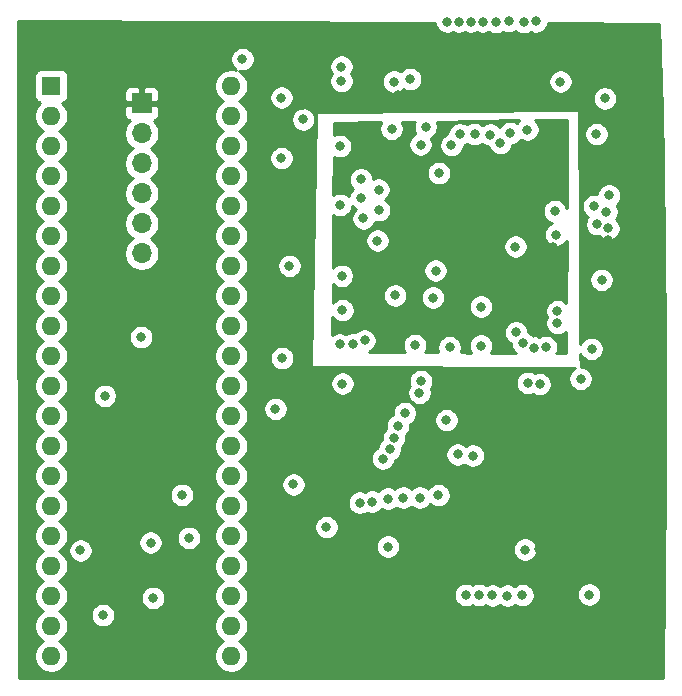
<source format=gbr>
G04 #@! TF.GenerationSoftware,KiCad,Pcbnew,(5.1.5)-3*
G04 #@! TF.CreationDate,2020-10-03T21:18:42-07:00*
G04 #@! TF.ProjectId,MCL86jr,4d434c38-366a-4722-9e6b-696361645f70,rev?*
G04 #@! TF.SameCoordinates,PX6b9fce8PY20f1980*
G04 #@! TF.FileFunction,Copper,L3,Inr*
G04 #@! TF.FilePolarity,Positive*
%FSLAX46Y46*%
G04 Gerber Fmt 4.6, Leading zero omitted, Abs format (unit mm)*
G04 Created by KiCad (PCBNEW (5.1.5)-3) date 2020-10-03 21:18:42*
%MOMM*%
%LPD*%
G04 APERTURE LIST*
%ADD10O,1.600000X1.600000*%
%ADD11R,1.600000X1.600000*%
%ADD12O,1.700000X1.700000*%
%ADD13R,1.700000X1.700000*%
%ADD14C,0.800000*%
%ADD15C,0.254000*%
G04 APERTURE END LIST*
D10*
X18785600Y-6211600D03*
X3545600Y-54471600D03*
X18785600Y-8751600D03*
X3545600Y-51931600D03*
X18785600Y-11291600D03*
X3545600Y-49391600D03*
X18785600Y-13831600D03*
X3545600Y-46851600D03*
X18785600Y-16371600D03*
X3545600Y-44311600D03*
X18785600Y-18911600D03*
X3545600Y-41771600D03*
X18785600Y-21451600D03*
X3545600Y-39231600D03*
X18785600Y-23991600D03*
X3545600Y-36691600D03*
X18785600Y-26531600D03*
X3545600Y-34151600D03*
X18785600Y-29071600D03*
X3545600Y-31611600D03*
X18785600Y-31611600D03*
X3545600Y-29071600D03*
X18785600Y-34151600D03*
X3545600Y-26531600D03*
X18785600Y-36691600D03*
X3545600Y-23991600D03*
X18785600Y-39231600D03*
X3545600Y-21451600D03*
X18785600Y-41771600D03*
X3545600Y-18911600D03*
X18785600Y-44311600D03*
X3545600Y-16371600D03*
X18785600Y-46851600D03*
X3545600Y-13831600D03*
X18785600Y-49391600D03*
X3545600Y-11291600D03*
X18785600Y-51931600D03*
X3545600Y-8751600D03*
X18785600Y-54471600D03*
D11*
X3545600Y-6211600D03*
D12*
X11201400Y-20396200D03*
X11201400Y-17856200D03*
X11201400Y-15316200D03*
X11201400Y-12776200D03*
X11201400Y-10236200D03*
D13*
X11201400Y-7696200D03*
D14*
X48361600Y-31013400D03*
X19735800Y-3937000D03*
X33934400Y-5638800D03*
X46659800Y-5842000D03*
X42849800Y-19812000D03*
X32562800Y-5842000D03*
X28194000Y-31419800D03*
X23037800Y-12319000D03*
X31165800Y-19304000D03*
X35864800Y-24130000D03*
X36372800Y-13589000D03*
X39928800Y-24892000D03*
X27990800Y-11303000D03*
X43865800Y-9906000D03*
X49707800Y-10287000D03*
X46405800Y-25273000D03*
X28117800Y-4572000D03*
X28143200Y-22301200D03*
X28016200Y-16281400D03*
X11150600Y-27482800D03*
X8077200Y-32461200D03*
X23711218Y-21450618D03*
X11963400Y-44881800D03*
X7924800Y-51028600D03*
X22529800Y-33553400D03*
X14616200Y-40843200D03*
X24048106Y-39947655D03*
X29768800Y-14122400D03*
X50145360Y-22625345D03*
X43660992Y-45467509D03*
X49518958Y-16400021D03*
X37002562Y-34504557D03*
X37270144Y-28329653D03*
X43895000Y-31364941D03*
X29667200Y-41503600D03*
X32359600Y-9855200D03*
X35255200Y-9677400D03*
X34343649Y-28155780D03*
X23092483Y-29264683D03*
X49301400Y-28473400D03*
X32664400Y-23952200D03*
X50419000Y-7264400D03*
X32054800Y-45212000D03*
X26847800Y-43561000D03*
X46304200Y-18796000D03*
X49098200Y-49276000D03*
X28117800Y-5802390D03*
X24885316Y-9051637D03*
X23037800Y-7202410D03*
X36093400Y-21844000D03*
X25196800Y-4572000D03*
X43611800Y-5842000D03*
X29641800Y-5842000D03*
X25019000Y-31419800D03*
X46405800Y-26289000D03*
X23418800Y-43561000D03*
X13639800Y-42926000D03*
X35864800Y-6858000D03*
X49707800Y-12827000D03*
X36372800Y-31369000D03*
X25196800Y-5461000D03*
X23012718Y-15595918D03*
X24739282Y-18846482D03*
X12192000Y-25527000D03*
X25273000Y-28448000D03*
X7950400Y-43104000D03*
X48945800Y-36677600D03*
X28194000Y-25196800D03*
X21513800Y-46520200D03*
X49388790Y-26111200D03*
X49447710Y-19520869D03*
X50673000Y-19278620D03*
X45262800Y-2667000D03*
X36118800Y-2667000D03*
X36855400Y-5638800D03*
X37901483Y-6862683D03*
X49530000Y-50698400D03*
X44885823Y-45430413D03*
X32867600Y-6959598D03*
X24996501Y-25100000D03*
X47548800Y-7264400D03*
X29083000Y-45161200D03*
X27025600Y-41706800D03*
X39184790Y-6858000D03*
X49321434Y-21347190D03*
X45415198Y-34798000D03*
X41213010Y-32080200D03*
X43948783Y-34348218D03*
X30901159Y-31256757D03*
X24841200Y-7848600D03*
X24505628Y-12195012D03*
X24765000Y-10566400D03*
X28117792Y-19300000D03*
X29768800Y-11176000D03*
X36372800Y-10414000D03*
X28498800Y-23876000D03*
X30149800Y-9906000D03*
X35966400Y-27406600D03*
X32715200Y-21056600D03*
X46016740Y-19849642D03*
X36093400Y-18999200D03*
X6019800Y-45542200D03*
X15200390Y-44475400D03*
X12168000Y-49555400D03*
X43434000Y-49326800D03*
X50774591Y-15479354D03*
X42164000Y-49377600D03*
X46177200Y-16814800D03*
X40894000Y-49352200D03*
X50557199Y-16879365D03*
X39776400Y-49301400D03*
X49779133Y-17919568D03*
X38658800Y-49301400D03*
X50712180Y-18279376D03*
X30708600Y-41402000D03*
X42392600Y-10210800D03*
X41568601Y-11060199D03*
X32054800Y-41148000D03*
X33350200Y-41071800D03*
X40710254Y-10329889D03*
X34747200Y-41071800D03*
X34823400Y-11176000D03*
X36323000Y-40868600D03*
X37425400Y-11226800D03*
X38125400Y-10312400D03*
X37947600Y-37414200D03*
X39243000Y-37515800D03*
X39395400Y-10287000D03*
X31615829Y-37763415D03*
X29972000Y-17424400D03*
X31292800Y-16724400D03*
X29794200Y-15697200D03*
X31267400Y-14986000D03*
X43500970Y-27991262D03*
X42900600Y-27076400D03*
X29057602Y-28092400D03*
X44571570Y-753100D03*
X43573413Y-813987D03*
X42265600Y-736602D03*
X41189722Y-786979D03*
X40062810Y-761697D03*
X39062799Y-762019D03*
X38062788Y-762000D03*
X37062775Y-762000D03*
X44422098Y-28380553D03*
X39928800Y-28194000D03*
X45420479Y-28323467D03*
X27956079Y-28104361D03*
X30073600Y-27762200D03*
X44889677Y-31468102D03*
X34848791Y-31201100D03*
X32207200Y-36957000D03*
X32588200Y-35991800D03*
X32893000Y-35001200D03*
X33477200Y-33909000D03*
X34721636Y-32192990D03*
D15*
G36*
X47183860Y-16570386D02*
G01*
X47172426Y-16512902D01*
X47094405Y-16324544D01*
X46981137Y-16155026D01*
X46836974Y-16010863D01*
X46667456Y-15897595D01*
X46479098Y-15819574D01*
X46279139Y-15779800D01*
X46075261Y-15779800D01*
X45875302Y-15819574D01*
X45686944Y-15897595D01*
X45517426Y-16010863D01*
X45373263Y-16155026D01*
X45259995Y-16324544D01*
X45181974Y-16512902D01*
X45142200Y-16712861D01*
X45142200Y-16916739D01*
X45181974Y-17116698D01*
X45259995Y-17305056D01*
X45373263Y-17474574D01*
X45517426Y-17618737D01*
X45686944Y-17732005D01*
X45875302Y-17810026D01*
X45946011Y-17824091D01*
X45813944Y-17878795D01*
X45644426Y-17992063D01*
X45500263Y-18136226D01*
X45386995Y-18305744D01*
X45308974Y-18494102D01*
X45269200Y-18694061D01*
X45269200Y-18897939D01*
X45308974Y-19097898D01*
X45386995Y-19286256D01*
X45500263Y-19455774D01*
X45644426Y-19599937D01*
X45813944Y-19713205D01*
X46002302Y-19791226D01*
X46202261Y-19831000D01*
X46406139Y-19831000D01*
X46606098Y-19791226D01*
X46794456Y-19713205D01*
X46963974Y-19599937D01*
X47108137Y-19455774D01*
X47173470Y-19357996D01*
X47154090Y-24557579D01*
X47065574Y-24469063D01*
X46896056Y-24355795D01*
X46707698Y-24277774D01*
X46507739Y-24238000D01*
X46303861Y-24238000D01*
X46103902Y-24277774D01*
X45915544Y-24355795D01*
X45746026Y-24469063D01*
X45601863Y-24613226D01*
X45488595Y-24782744D01*
X45410574Y-24971102D01*
X45370800Y-25171061D01*
X45370800Y-25374939D01*
X45410574Y-25574898D01*
X45488595Y-25763256D01*
X45500451Y-25781000D01*
X45488595Y-25798744D01*
X45410574Y-25987102D01*
X45370800Y-26187061D01*
X45370800Y-26390939D01*
X45410574Y-26590898D01*
X45488595Y-26779256D01*
X45601863Y-26948774D01*
X45746026Y-27092937D01*
X45915544Y-27206205D01*
X46103902Y-27284226D01*
X46303861Y-27324000D01*
X46507739Y-27324000D01*
X46707698Y-27284226D01*
X46896056Y-27206205D01*
X47065574Y-27092937D01*
X47144936Y-27013575D01*
X47138114Y-28844031D01*
X46321063Y-28838599D01*
X46337684Y-28813723D01*
X46415705Y-28625365D01*
X46455479Y-28425406D01*
X46455479Y-28221528D01*
X46415705Y-28021569D01*
X46337684Y-27833211D01*
X46224416Y-27663693D01*
X46080253Y-27519530D01*
X45910735Y-27406262D01*
X45722377Y-27328241D01*
X45522418Y-27288467D01*
X45318540Y-27288467D01*
X45118581Y-27328241D01*
X44930223Y-27406262D01*
X44870644Y-27446071D01*
X44723996Y-27385327D01*
X44524037Y-27345553D01*
X44320159Y-27345553D01*
X44314992Y-27346581D01*
X44304907Y-27331488D01*
X44160744Y-27187325D01*
X43991226Y-27074057D01*
X43935600Y-27051016D01*
X43935600Y-26974461D01*
X43895826Y-26774502D01*
X43817805Y-26586144D01*
X43704537Y-26416626D01*
X43560374Y-26272463D01*
X43390856Y-26159195D01*
X43202498Y-26081174D01*
X43002539Y-26041400D01*
X42798661Y-26041400D01*
X42598702Y-26081174D01*
X42410344Y-26159195D01*
X42240826Y-26272463D01*
X42096663Y-26416626D01*
X41983395Y-26586144D01*
X41905374Y-26774502D01*
X41865600Y-26974461D01*
X41865600Y-27178339D01*
X41905374Y-27378298D01*
X41983395Y-27566656D01*
X42096663Y-27736174D01*
X42240826Y-27880337D01*
X42410344Y-27993605D01*
X42465970Y-28016646D01*
X42465970Y-28093201D01*
X42505744Y-28293160D01*
X42583765Y-28481518D01*
X42697033Y-28651036D01*
X42841196Y-28795199D01*
X42871827Y-28815666D01*
X40767548Y-28801675D01*
X40846005Y-28684256D01*
X40924026Y-28495898D01*
X40963800Y-28295939D01*
X40963800Y-28092061D01*
X40924026Y-27892102D01*
X40846005Y-27703744D01*
X40732737Y-27534226D01*
X40588574Y-27390063D01*
X40419056Y-27276795D01*
X40230698Y-27198774D01*
X40030739Y-27159000D01*
X39826861Y-27159000D01*
X39626902Y-27198774D01*
X39438544Y-27276795D01*
X39269026Y-27390063D01*
X39124863Y-27534226D01*
X39011595Y-27703744D01*
X38933574Y-27892102D01*
X38893800Y-28092061D01*
X38893800Y-28295939D01*
X38933574Y-28495898D01*
X39011595Y-28684256D01*
X39082566Y-28790472D01*
X38201968Y-28784617D01*
X38265370Y-28631551D01*
X38305144Y-28431592D01*
X38305144Y-28227714D01*
X38265370Y-28027755D01*
X38187349Y-27839397D01*
X38074081Y-27669879D01*
X37929918Y-27525716D01*
X37760400Y-27412448D01*
X37572042Y-27334427D01*
X37372083Y-27294653D01*
X37168205Y-27294653D01*
X36968246Y-27334427D01*
X36779888Y-27412448D01*
X36610370Y-27525716D01*
X36466207Y-27669879D01*
X36352939Y-27839397D01*
X36274918Y-28027755D01*
X36235144Y-28227714D01*
X36235144Y-28431592D01*
X36274918Y-28631551D01*
X36333174Y-28772192D01*
X35181675Y-28764536D01*
X35260854Y-28646036D01*
X35338875Y-28457678D01*
X35378649Y-28257719D01*
X35378649Y-28053841D01*
X35338875Y-27853882D01*
X35260854Y-27665524D01*
X35147586Y-27496006D01*
X35003423Y-27351843D01*
X34833905Y-27238575D01*
X34645547Y-27160554D01*
X34445588Y-27120780D01*
X34241710Y-27120780D01*
X34041751Y-27160554D01*
X33853393Y-27238575D01*
X33683875Y-27351843D01*
X33539712Y-27496006D01*
X33426444Y-27665524D01*
X33348423Y-27853882D01*
X33308649Y-28053841D01*
X33308649Y-28257719D01*
X33348423Y-28457678D01*
X33426444Y-28646036D01*
X33498144Y-28753343D01*
X30434531Y-28732974D01*
X30563856Y-28679405D01*
X30733374Y-28566137D01*
X30877537Y-28421974D01*
X30990805Y-28252456D01*
X31068826Y-28064098D01*
X31108600Y-27864139D01*
X31108600Y-27660261D01*
X31068826Y-27460302D01*
X30990805Y-27271944D01*
X30877537Y-27102426D01*
X30733374Y-26958263D01*
X30563856Y-26844995D01*
X30375498Y-26766974D01*
X30175539Y-26727200D01*
X29971661Y-26727200D01*
X29771702Y-26766974D01*
X29583344Y-26844995D01*
X29413826Y-26958263D01*
X29288948Y-27083141D01*
X29159541Y-27057400D01*
X28955663Y-27057400D01*
X28755704Y-27097174D01*
X28567346Y-27175195D01*
X28497890Y-27221604D01*
X28446335Y-27187156D01*
X28257977Y-27109135D01*
X28058018Y-27069361D01*
X27854140Y-27069361D01*
X27654181Y-27109135D01*
X27465823Y-27187156D01*
X27346996Y-27266553D01*
X27357969Y-25808541D01*
X27390063Y-25856574D01*
X27534226Y-26000737D01*
X27703744Y-26114005D01*
X27892102Y-26192026D01*
X28092061Y-26231800D01*
X28295939Y-26231800D01*
X28495898Y-26192026D01*
X28684256Y-26114005D01*
X28853774Y-26000737D01*
X28997937Y-25856574D01*
X29111205Y-25687056D01*
X29189226Y-25498698D01*
X29229000Y-25298739D01*
X29229000Y-25094861D01*
X29189226Y-24894902D01*
X29111205Y-24706544D01*
X28997937Y-24537026D01*
X28853774Y-24392863D01*
X28684256Y-24279595D01*
X28495898Y-24201574D01*
X28295939Y-24161800D01*
X28092061Y-24161800D01*
X27892102Y-24201574D01*
X27703744Y-24279595D01*
X27534226Y-24392863D01*
X27390063Y-24537026D01*
X27367281Y-24571122D01*
X27372705Y-23850261D01*
X31629400Y-23850261D01*
X31629400Y-24054139D01*
X31669174Y-24254098D01*
X31747195Y-24442456D01*
X31860463Y-24611974D01*
X32004626Y-24756137D01*
X32174144Y-24869405D01*
X32362502Y-24947426D01*
X32562461Y-24987200D01*
X32766339Y-24987200D01*
X32966298Y-24947426D01*
X33154656Y-24869405D01*
X33324174Y-24756137D01*
X33468337Y-24611974D01*
X33581605Y-24442456D01*
X33659626Y-24254098D01*
X33699400Y-24054139D01*
X33699400Y-24028061D01*
X34829800Y-24028061D01*
X34829800Y-24231939D01*
X34869574Y-24431898D01*
X34947595Y-24620256D01*
X35060863Y-24789774D01*
X35205026Y-24933937D01*
X35374544Y-25047205D01*
X35562902Y-25125226D01*
X35762861Y-25165000D01*
X35966739Y-25165000D01*
X36166698Y-25125226D01*
X36355056Y-25047205D01*
X36524574Y-24933937D01*
X36668450Y-24790061D01*
X38893800Y-24790061D01*
X38893800Y-24993939D01*
X38933574Y-25193898D01*
X39011595Y-25382256D01*
X39124863Y-25551774D01*
X39269026Y-25695937D01*
X39438544Y-25809205D01*
X39626902Y-25887226D01*
X39826861Y-25927000D01*
X40030739Y-25927000D01*
X40230698Y-25887226D01*
X40419056Y-25809205D01*
X40588574Y-25695937D01*
X40732737Y-25551774D01*
X40846005Y-25382256D01*
X40924026Y-25193898D01*
X40963800Y-24993939D01*
X40963800Y-24790061D01*
X40924026Y-24590102D01*
X40846005Y-24401744D01*
X40732737Y-24232226D01*
X40588574Y-24088063D01*
X40419056Y-23974795D01*
X40230698Y-23896774D01*
X40030739Y-23857000D01*
X39826861Y-23857000D01*
X39626902Y-23896774D01*
X39438544Y-23974795D01*
X39269026Y-24088063D01*
X39124863Y-24232226D01*
X39011595Y-24401744D01*
X38933574Y-24590102D01*
X38893800Y-24790061D01*
X36668450Y-24790061D01*
X36668737Y-24789774D01*
X36782005Y-24620256D01*
X36860026Y-24431898D01*
X36899800Y-24231939D01*
X36899800Y-24028061D01*
X36860026Y-23828102D01*
X36782005Y-23639744D01*
X36668737Y-23470226D01*
X36524574Y-23326063D01*
X36355056Y-23212795D01*
X36166698Y-23134774D01*
X35966739Y-23095000D01*
X35762861Y-23095000D01*
X35562902Y-23134774D01*
X35374544Y-23212795D01*
X35205026Y-23326063D01*
X35060863Y-23470226D01*
X34947595Y-23639744D01*
X34869574Y-23828102D01*
X34829800Y-24028061D01*
X33699400Y-24028061D01*
X33699400Y-23850261D01*
X33659626Y-23650302D01*
X33581605Y-23461944D01*
X33468337Y-23292426D01*
X33324174Y-23148263D01*
X33154656Y-23034995D01*
X32966298Y-22956974D01*
X32766339Y-22917200D01*
X32562461Y-22917200D01*
X32362502Y-22956974D01*
X32174144Y-23034995D01*
X32004626Y-23148263D01*
X31860463Y-23292426D01*
X31747195Y-23461944D01*
X31669174Y-23650302D01*
X31629400Y-23850261D01*
X27372705Y-23850261D01*
X27379098Y-23000809D01*
X27483426Y-23105137D01*
X27652944Y-23218405D01*
X27841302Y-23296426D01*
X28041261Y-23336200D01*
X28245139Y-23336200D01*
X28445098Y-23296426D01*
X28633456Y-23218405D01*
X28802974Y-23105137D01*
X28947137Y-22960974D01*
X29060405Y-22791456D01*
X29138426Y-22603098D01*
X29178200Y-22403139D01*
X29178200Y-22199261D01*
X29138426Y-21999302D01*
X29060405Y-21810944D01*
X29014379Y-21742061D01*
X35058400Y-21742061D01*
X35058400Y-21945939D01*
X35098174Y-22145898D01*
X35176195Y-22334256D01*
X35289463Y-22503774D01*
X35433626Y-22647937D01*
X35603144Y-22761205D01*
X35791502Y-22839226D01*
X35991461Y-22879000D01*
X36195339Y-22879000D01*
X36395298Y-22839226D01*
X36583656Y-22761205D01*
X36753174Y-22647937D01*
X36897337Y-22503774D01*
X37010605Y-22334256D01*
X37088626Y-22145898D01*
X37128400Y-21945939D01*
X37128400Y-21742061D01*
X37088626Y-21542102D01*
X37010605Y-21353744D01*
X36897337Y-21184226D01*
X36753174Y-21040063D01*
X36583656Y-20926795D01*
X36395298Y-20848774D01*
X36195339Y-20809000D01*
X35991461Y-20809000D01*
X35791502Y-20848774D01*
X35603144Y-20926795D01*
X35433626Y-21040063D01*
X35289463Y-21184226D01*
X35176195Y-21353744D01*
X35098174Y-21542102D01*
X35058400Y-21742061D01*
X29014379Y-21742061D01*
X28947137Y-21641426D01*
X28802974Y-21497263D01*
X28633456Y-21383995D01*
X28445098Y-21305974D01*
X28245139Y-21266200D01*
X28041261Y-21266200D01*
X27841302Y-21305974D01*
X27652944Y-21383995D01*
X27483426Y-21497263D01*
X27389708Y-21590981D01*
X27407685Y-19202061D01*
X30130800Y-19202061D01*
X30130800Y-19405939D01*
X30170574Y-19605898D01*
X30248595Y-19794256D01*
X30361863Y-19963774D01*
X30506026Y-20107937D01*
X30675544Y-20221205D01*
X30863902Y-20299226D01*
X31063861Y-20339000D01*
X31267739Y-20339000D01*
X31467698Y-20299226D01*
X31656056Y-20221205D01*
X31825574Y-20107937D01*
X31969737Y-19963774D01*
X32083005Y-19794256D01*
X32117879Y-19710061D01*
X41814800Y-19710061D01*
X41814800Y-19913939D01*
X41854574Y-20113898D01*
X41932595Y-20302256D01*
X42045863Y-20471774D01*
X42190026Y-20615937D01*
X42359544Y-20729205D01*
X42547902Y-20807226D01*
X42747861Y-20847000D01*
X42951739Y-20847000D01*
X43151698Y-20807226D01*
X43340056Y-20729205D01*
X43509574Y-20615937D01*
X43653737Y-20471774D01*
X43767005Y-20302256D01*
X43845026Y-20113898D01*
X43884800Y-19913939D01*
X43884800Y-19710061D01*
X43845026Y-19510102D01*
X43767005Y-19321744D01*
X43653737Y-19152226D01*
X43509574Y-19008063D01*
X43340056Y-18894795D01*
X43151698Y-18816774D01*
X42951739Y-18777000D01*
X42747861Y-18777000D01*
X42547902Y-18816774D01*
X42359544Y-18894795D01*
X42190026Y-19008063D01*
X42045863Y-19152226D01*
X41932595Y-19321744D01*
X41854574Y-19510102D01*
X41814800Y-19710061D01*
X32117879Y-19710061D01*
X32161026Y-19605898D01*
X32200800Y-19405939D01*
X32200800Y-19202061D01*
X32161026Y-19002102D01*
X32083005Y-18813744D01*
X31969737Y-18644226D01*
X31825574Y-18500063D01*
X31656056Y-18386795D01*
X31467698Y-18308774D01*
X31267739Y-18269000D01*
X31063861Y-18269000D01*
X30863902Y-18308774D01*
X30675544Y-18386795D01*
X30506026Y-18500063D01*
X30361863Y-18644226D01*
X30248595Y-18813744D01*
X30170574Y-19002102D01*
X30130800Y-19202061D01*
X27407685Y-19202061D01*
X27423278Y-17130006D01*
X27525944Y-17198605D01*
X27714302Y-17276626D01*
X27914261Y-17316400D01*
X28118139Y-17316400D01*
X28318098Y-17276626D01*
X28506456Y-17198605D01*
X28675974Y-17085337D01*
X28820137Y-16941174D01*
X28933405Y-16771656D01*
X29011426Y-16583298D01*
X29045464Y-16412175D01*
X29134426Y-16501137D01*
X29303944Y-16614405D01*
X29314653Y-16618841D01*
X29312226Y-16620463D01*
X29168063Y-16764626D01*
X29054795Y-16934144D01*
X28976774Y-17122502D01*
X28937000Y-17322461D01*
X28937000Y-17526339D01*
X28976774Y-17726298D01*
X29054795Y-17914656D01*
X29168063Y-18084174D01*
X29312226Y-18228337D01*
X29481744Y-18341605D01*
X29670102Y-18419626D01*
X29870061Y-18459400D01*
X30073939Y-18459400D01*
X30273898Y-18419626D01*
X30462256Y-18341605D01*
X30631774Y-18228337D01*
X30775937Y-18084174D01*
X30889205Y-17914656D01*
X30967226Y-17726298D01*
X30970254Y-17711073D01*
X30990902Y-17719626D01*
X31190861Y-17759400D01*
X31394739Y-17759400D01*
X31594698Y-17719626D01*
X31783056Y-17641605D01*
X31952574Y-17528337D01*
X32096737Y-17384174D01*
X32210005Y-17214656D01*
X32288026Y-17026298D01*
X32327800Y-16826339D01*
X32327800Y-16622461D01*
X32288026Y-16422502D01*
X32210005Y-16234144D01*
X32096737Y-16064626D01*
X31952574Y-15920463D01*
X31842201Y-15846714D01*
X31927174Y-15789937D01*
X32071337Y-15645774D01*
X32184605Y-15476256D01*
X32262626Y-15287898D01*
X32302400Y-15087939D01*
X32302400Y-14884061D01*
X32262626Y-14684102D01*
X32184605Y-14495744D01*
X32071337Y-14326226D01*
X31927174Y-14182063D01*
X31757656Y-14068795D01*
X31569298Y-13990774D01*
X31369339Y-13951000D01*
X31165461Y-13951000D01*
X30965502Y-13990774D01*
X30803800Y-14057754D01*
X30803800Y-14020461D01*
X30764026Y-13820502D01*
X30686005Y-13632144D01*
X30589064Y-13487061D01*
X35337800Y-13487061D01*
X35337800Y-13690939D01*
X35377574Y-13890898D01*
X35455595Y-14079256D01*
X35568863Y-14248774D01*
X35713026Y-14392937D01*
X35882544Y-14506205D01*
X36070902Y-14584226D01*
X36270861Y-14624000D01*
X36474739Y-14624000D01*
X36674698Y-14584226D01*
X36863056Y-14506205D01*
X37032574Y-14392937D01*
X37176737Y-14248774D01*
X37290005Y-14079256D01*
X37368026Y-13890898D01*
X37407800Y-13690939D01*
X37407800Y-13487061D01*
X37368026Y-13287102D01*
X37290005Y-13098744D01*
X37176737Y-12929226D01*
X37032574Y-12785063D01*
X36863056Y-12671795D01*
X36674698Y-12593774D01*
X36474739Y-12554000D01*
X36270861Y-12554000D01*
X36070902Y-12593774D01*
X35882544Y-12671795D01*
X35713026Y-12785063D01*
X35568863Y-12929226D01*
X35455595Y-13098744D01*
X35377574Y-13287102D01*
X35337800Y-13487061D01*
X30589064Y-13487061D01*
X30572737Y-13462626D01*
X30428574Y-13318463D01*
X30259056Y-13205195D01*
X30070698Y-13127174D01*
X29870739Y-13087400D01*
X29666861Y-13087400D01*
X29466902Y-13127174D01*
X29278544Y-13205195D01*
X29109026Y-13318463D01*
X28964863Y-13462626D01*
X28851595Y-13632144D01*
X28773574Y-13820502D01*
X28733800Y-14020461D01*
X28733800Y-14224339D01*
X28773574Y-14424298D01*
X28851595Y-14612656D01*
X28964863Y-14782174D01*
X29105189Y-14922500D01*
X28990263Y-15037426D01*
X28876995Y-15206944D01*
X28798974Y-15395302D01*
X28764936Y-15566425D01*
X28675974Y-15477463D01*
X28506456Y-15364195D01*
X28318098Y-15286174D01*
X28118139Y-15246400D01*
X27914261Y-15246400D01*
X27714302Y-15286174D01*
X27525944Y-15364195D01*
X27436115Y-15424217D01*
X27460429Y-12193401D01*
X27500544Y-12220205D01*
X27688902Y-12298226D01*
X27888861Y-12338000D01*
X28092739Y-12338000D01*
X28292698Y-12298226D01*
X28481056Y-12220205D01*
X28650574Y-12106937D01*
X28794737Y-11962774D01*
X28908005Y-11793256D01*
X28986026Y-11604898D01*
X29025800Y-11404939D01*
X29025800Y-11201061D01*
X28986026Y-11001102D01*
X28908005Y-10812744D01*
X28794737Y-10643226D01*
X28650574Y-10499063D01*
X28481056Y-10385795D01*
X28292698Y-10307774D01*
X28092739Y-10268000D01*
X27888861Y-10268000D01*
X27688902Y-10307774D01*
X27500544Y-10385795D01*
X27473898Y-10403600D01*
X27481860Y-9345529D01*
X31491120Y-9292021D01*
X31442395Y-9364944D01*
X31364374Y-9553302D01*
X31324600Y-9753261D01*
X31324600Y-9957139D01*
X31364374Y-10157098D01*
X31442395Y-10345456D01*
X31555663Y-10514974D01*
X31699826Y-10659137D01*
X31869344Y-10772405D01*
X32057702Y-10850426D01*
X32257661Y-10890200D01*
X32461539Y-10890200D01*
X32661498Y-10850426D01*
X32849856Y-10772405D01*
X33019374Y-10659137D01*
X33163537Y-10514974D01*
X33276805Y-10345456D01*
X33354826Y-10157098D01*
X33394600Y-9957139D01*
X33394600Y-9753261D01*
X33354826Y-9553302D01*
X33276805Y-9364944D01*
X33212727Y-9269045D01*
X34310137Y-9254399D01*
X34259974Y-9375502D01*
X34220200Y-9575461D01*
X34220200Y-9779339D01*
X34259974Y-9979298D01*
X34337995Y-10167656D01*
X34384640Y-10237465D01*
X34333144Y-10258795D01*
X34163626Y-10372063D01*
X34019463Y-10516226D01*
X33906195Y-10685744D01*
X33828174Y-10874102D01*
X33788400Y-11074061D01*
X33788400Y-11277939D01*
X33828174Y-11477898D01*
X33906195Y-11666256D01*
X34019463Y-11835774D01*
X34163626Y-11979937D01*
X34333144Y-12093205D01*
X34521502Y-12171226D01*
X34721461Y-12211000D01*
X34925339Y-12211000D01*
X35125298Y-12171226D01*
X35313656Y-12093205D01*
X35483174Y-11979937D01*
X35627337Y-11835774D01*
X35740605Y-11666256D01*
X35818626Y-11477898D01*
X35858400Y-11277939D01*
X35858400Y-11074061D01*
X35818626Y-10874102D01*
X35740605Y-10685744D01*
X35693960Y-10615935D01*
X35745456Y-10594605D01*
X35914974Y-10481337D01*
X36059137Y-10337174D01*
X36172405Y-10167656D01*
X36250426Y-9979298D01*
X36290200Y-9779339D01*
X36290200Y-9575461D01*
X36250426Y-9375502D01*
X36189872Y-9229312D01*
X43171961Y-9136128D01*
X43061863Y-9246226D01*
X42984730Y-9361665D01*
X42882856Y-9293595D01*
X42694498Y-9215574D01*
X42494539Y-9175800D01*
X42290661Y-9175800D01*
X42090702Y-9215574D01*
X41902344Y-9293595D01*
X41732826Y-9406863D01*
X41588663Y-9551026D01*
X41511133Y-9667057D01*
X41370028Y-9525952D01*
X41200510Y-9412684D01*
X41012152Y-9334663D01*
X40812193Y-9294889D01*
X40608315Y-9294889D01*
X40408356Y-9334663D01*
X40219998Y-9412684D01*
X40079004Y-9506893D01*
X40055174Y-9483063D01*
X39885656Y-9369795D01*
X39697298Y-9291774D01*
X39497339Y-9252000D01*
X39293461Y-9252000D01*
X39093502Y-9291774D01*
X38905144Y-9369795D01*
X38741393Y-9479210D01*
X38615656Y-9395195D01*
X38427298Y-9317174D01*
X38227339Y-9277400D01*
X38023461Y-9277400D01*
X37823502Y-9317174D01*
X37635144Y-9395195D01*
X37465626Y-9508463D01*
X37321463Y-9652626D01*
X37208195Y-9822144D01*
X37130174Y-10010502D01*
X37090400Y-10210461D01*
X37090400Y-10245285D01*
X36935144Y-10309595D01*
X36765626Y-10422863D01*
X36621463Y-10567026D01*
X36508195Y-10736544D01*
X36430174Y-10924902D01*
X36390400Y-11124861D01*
X36390400Y-11328739D01*
X36430174Y-11528698D01*
X36508195Y-11717056D01*
X36621463Y-11886574D01*
X36765626Y-12030737D01*
X36935144Y-12144005D01*
X37123502Y-12222026D01*
X37323461Y-12261800D01*
X37527339Y-12261800D01*
X37727298Y-12222026D01*
X37915656Y-12144005D01*
X38085174Y-12030737D01*
X38229337Y-11886574D01*
X38342605Y-11717056D01*
X38420626Y-11528698D01*
X38460400Y-11328739D01*
X38460400Y-11293915D01*
X38615656Y-11229605D01*
X38779407Y-11120190D01*
X38905144Y-11204205D01*
X39093502Y-11282226D01*
X39293461Y-11322000D01*
X39497339Y-11322000D01*
X39697298Y-11282226D01*
X39885656Y-11204205D01*
X40026650Y-11109996D01*
X40050480Y-11133826D01*
X40219998Y-11247094D01*
X40408356Y-11325115D01*
X40572514Y-11357768D01*
X40573375Y-11362097D01*
X40651396Y-11550455D01*
X40764664Y-11719973D01*
X40908827Y-11864136D01*
X41078345Y-11977404D01*
X41266703Y-12055425D01*
X41466662Y-12095199D01*
X41670540Y-12095199D01*
X41870499Y-12055425D01*
X42058857Y-11977404D01*
X42228375Y-11864136D01*
X42372538Y-11719973D01*
X42485806Y-11550455D01*
X42563827Y-11362097D01*
X42590767Y-11226659D01*
X42694498Y-11206026D01*
X42882856Y-11128005D01*
X43052374Y-11014737D01*
X43196537Y-10870574D01*
X43273670Y-10755135D01*
X43375544Y-10823205D01*
X43563902Y-10901226D01*
X43763861Y-10941000D01*
X43967739Y-10941000D01*
X44167698Y-10901226D01*
X44356056Y-10823205D01*
X44525574Y-10709937D01*
X44669737Y-10565774D01*
X44783005Y-10396256D01*
X44861026Y-10207898D01*
X44900800Y-10007939D01*
X44900800Y-9804061D01*
X44861026Y-9604102D01*
X44783005Y-9415744D01*
X44669737Y-9246226D01*
X44541363Y-9117852D01*
X47211770Y-9082213D01*
X47183860Y-16570386D01*
G37*
X47183860Y-16570386D02*
X47172426Y-16512902D01*
X47094405Y-16324544D01*
X46981137Y-16155026D01*
X46836974Y-16010863D01*
X46667456Y-15897595D01*
X46479098Y-15819574D01*
X46279139Y-15779800D01*
X46075261Y-15779800D01*
X45875302Y-15819574D01*
X45686944Y-15897595D01*
X45517426Y-16010863D01*
X45373263Y-16155026D01*
X45259995Y-16324544D01*
X45181974Y-16512902D01*
X45142200Y-16712861D01*
X45142200Y-16916739D01*
X45181974Y-17116698D01*
X45259995Y-17305056D01*
X45373263Y-17474574D01*
X45517426Y-17618737D01*
X45686944Y-17732005D01*
X45875302Y-17810026D01*
X45946011Y-17824091D01*
X45813944Y-17878795D01*
X45644426Y-17992063D01*
X45500263Y-18136226D01*
X45386995Y-18305744D01*
X45308974Y-18494102D01*
X45269200Y-18694061D01*
X45269200Y-18897939D01*
X45308974Y-19097898D01*
X45386995Y-19286256D01*
X45500263Y-19455774D01*
X45644426Y-19599937D01*
X45813944Y-19713205D01*
X46002302Y-19791226D01*
X46202261Y-19831000D01*
X46406139Y-19831000D01*
X46606098Y-19791226D01*
X46794456Y-19713205D01*
X46963974Y-19599937D01*
X47108137Y-19455774D01*
X47173470Y-19357996D01*
X47154090Y-24557579D01*
X47065574Y-24469063D01*
X46896056Y-24355795D01*
X46707698Y-24277774D01*
X46507739Y-24238000D01*
X46303861Y-24238000D01*
X46103902Y-24277774D01*
X45915544Y-24355795D01*
X45746026Y-24469063D01*
X45601863Y-24613226D01*
X45488595Y-24782744D01*
X45410574Y-24971102D01*
X45370800Y-25171061D01*
X45370800Y-25374939D01*
X45410574Y-25574898D01*
X45488595Y-25763256D01*
X45500451Y-25781000D01*
X45488595Y-25798744D01*
X45410574Y-25987102D01*
X45370800Y-26187061D01*
X45370800Y-26390939D01*
X45410574Y-26590898D01*
X45488595Y-26779256D01*
X45601863Y-26948774D01*
X45746026Y-27092937D01*
X45915544Y-27206205D01*
X46103902Y-27284226D01*
X46303861Y-27324000D01*
X46507739Y-27324000D01*
X46707698Y-27284226D01*
X46896056Y-27206205D01*
X47065574Y-27092937D01*
X47144936Y-27013575D01*
X47138114Y-28844031D01*
X46321063Y-28838599D01*
X46337684Y-28813723D01*
X46415705Y-28625365D01*
X46455479Y-28425406D01*
X46455479Y-28221528D01*
X46415705Y-28021569D01*
X46337684Y-27833211D01*
X46224416Y-27663693D01*
X46080253Y-27519530D01*
X45910735Y-27406262D01*
X45722377Y-27328241D01*
X45522418Y-27288467D01*
X45318540Y-27288467D01*
X45118581Y-27328241D01*
X44930223Y-27406262D01*
X44870644Y-27446071D01*
X44723996Y-27385327D01*
X44524037Y-27345553D01*
X44320159Y-27345553D01*
X44314992Y-27346581D01*
X44304907Y-27331488D01*
X44160744Y-27187325D01*
X43991226Y-27074057D01*
X43935600Y-27051016D01*
X43935600Y-26974461D01*
X43895826Y-26774502D01*
X43817805Y-26586144D01*
X43704537Y-26416626D01*
X43560374Y-26272463D01*
X43390856Y-26159195D01*
X43202498Y-26081174D01*
X43002539Y-26041400D01*
X42798661Y-26041400D01*
X42598702Y-26081174D01*
X42410344Y-26159195D01*
X42240826Y-26272463D01*
X42096663Y-26416626D01*
X41983395Y-26586144D01*
X41905374Y-26774502D01*
X41865600Y-26974461D01*
X41865600Y-27178339D01*
X41905374Y-27378298D01*
X41983395Y-27566656D01*
X42096663Y-27736174D01*
X42240826Y-27880337D01*
X42410344Y-27993605D01*
X42465970Y-28016646D01*
X42465970Y-28093201D01*
X42505744Y-28293160D01*
X42583765Y-28481518D01*
X42697033Y-28651036D01*
X42841196Y-28795199D01*
X42871827Y-28815666D01*
X40767548Y-28801675D01*
X40846005Y-28684256D01*
X40924026Y-28495898D01*
X40963800Y-28295939D01*
X40963800Y-28092061D01*
X40924026Y-27892102D01*
X40846005Y-27703744D01*
X40732737Y-27534226D01*
X40588574Y-27390063D01*
X40419056Y-27276795D01*
X40230698Y-27198774D01*
X40030739Y-27159000D01*
X39826861Y-27159000D01*
X39626902Y-27198774D01*
X39438544Y-27276795D01*
X39269026Y-27390063D01*
X39124863Y-27534226D01*
X39011595Y-27703744D01*
X38933574Y-27892102D01*
X38893800Y-28092061D01*
X38893800Y-28295939D01*
X38933574Y-28495898D01*
X39011595Y-28684256D01*
X39082566Y-28790472D01*
X38201968Y-28784617D01*
X38265370Y-28631551D01*
X38305144Y-28431592D01*
X38305144Y-28227714D01*
X38265370Y-28027755D01*
X38187349Y-27839397D01*
X38074081Y-27669879D01*
X37929918Y-27525716D01*
X37760400Y-27412448D01*
X37572042Y-27334427D01*
X37372083Y-27294653D01*
X37168205Y-27294653D01*
X36968246Y-27334427D01*
X36779888Y-27412448D01*
X36610370Y-27525716D01*
X36466207Y-27669879D01*
X36352939Y-27839397D01*
X36274918Y-28027755D01*
X36235144Y-28227714D01*
X36235144Y-28431592D01*
X36274918Y-28631551D01*
X36333174Y-28772192D01*
X35181675Y-28764536D01*
X35260854Y-28646036D01*
X35338875Y-28457678D01*
X35378649Y-28257719D01*
X35378649Y-28053841D01*
X35338875Y-27853882D01*
X35260854Y-27665524D01*
X35147586Y-27496006D01*
X35003423Y-27351843D01*
X34833905Y-27238575D01*
X34645547Y-27160554D01*
X34445588Y-27120780D01*
X34241710Y-27120780D01*
X34041751Y-27160554D01*
X33853393Y-27238575D01*
X33683875Y-27351843D01*
X33539712Y-27496006D01*
X33426444Y-27665524D01*
X33348423Y-27853882D01*
X33308649Y-28053841D01*
X33308649Y-28257719D01*
X33348423Y-28457678D01*
X33426444Y-28646036D01*
X33498144Y-28753343D01*
X30434531Y-28732974D01*
X30563856Y-28679405D01*
X30733374Y-28566137D01*
X30877537Y-28421974D01*
X30990805Y-28252456D01*
X31068826Y-28064098D01*
X31108600Y-27864139D01*
X31108600Y-27660261D01*
X31068826Y-27460302D01*
X30990805Y-27271944D01*
X30877537Y-27102426D01*
X30733374Y-26958263D01*
X30563856Y-26844995D01*
X30375498Y-26766974D01*
X30175539Y-26727200D01*
X29971661Y-26727200D01*
X29771702Y-26766974D01*
X29583344Y-26844995D01*
X29413826Y-26958263D01*
X29288948Y-27083141D01*
X29159541Y-27057400D01*
X28955663Y-27057400D01*
X28755704Y-27097174D01*
X28567346Y-27175195D01*
X28497890Y-27221604D01*
X28446335Y-27187156D01*
X28257977Y-27109135D01*
X28058018Y-27069361D01*
X27854140Y-27069361D01*
X27654181Y-27109135D01*
X27465823Y-27187156D01*
X27346996Y-27266553D01*
X27357969Y-25808541D01*
X27390063Y-25856574D01*
X27534226Y-26000737D01*
X27703744Y-26114005D01*
X27892102Y-26192026D01*
X28092061Y-26231800D01*
X28295939Y-26231800D01*
X28495898Y-26192026D01*
X28684256Y-26114005D01*
X28853774Y-26000737D01*
X28997937Y-25856574D01*
X29111205Y-25687056D01*
X29189226Y-25498698D01*
X29229000Y-25298739D01*
X29229000Y-25094861D01*
X29189226Y-24894902D01*
X29111205Y-24706544D01*
X28997937Y-24537026D01*
X28853774Y-24392863D01*
X28684256Y-24279595D01*
X28495898Y-24201574D01*
X28295939Y-24161800D01*
X28092061Y-24161800D01*
X27892102Y-24201574D01*
X27703744Y-24279595D01*
X27534226Y-24392863D01*
X27390063Y-24537026D01*
X27367281Y-24571122D01*
X27372705Y-23850261D01*
X31629400Y-23850261D01*
X31629400Y-24054139D01*
X31669174Y-24254098D01*
X31747195Y-24442456D01*
X31860463Y-24611974D01*
X32004626Y-24756137D01*
X32174144Y-24869405D01*
X32362502Y-24947426D01*
X32562461Y-24987200D01*
X32766339Y-24987200D01*
X32966298Y-24947426D01*
X33154656Y-24869405D01*
X33324174Y-24756137D01*
X33468337Y-24611974D01*
X33581605Y-24442456D01*
X33659626Y-24254098D01*
X33699400Y-24054139D01*
X33699400Y-24028061D01*
X34829800Y-24028061D01*
X34829800Y-24231939D01*
X34869574Y-24431898D01*
X34947595Y-24620256D01*
X35060863Y-24789774D01*
X35205026Y-24933937D01*
X35374544Y-25047205D01*
X35562902Y-25125226D01*
X35762861Y-25165000D01*
X35966739Y-25165000D01*
X36166698Y-25125226D01*
X36355056Y-25047205D01*
X36524574Y-24933937D01*
X36668450Y-24790061D01*
X38893800Y-24790061D01*
X38893800Y-24993939D01*
X38933574Y-25193898D01*
X39011595Y-25382256D01*
X39124863Y-25551774D01*
X39269026Y-25695937D01*
X39438544Y-25809205D01*
X39626902Y-25887226D01*
X39826861Y-25927000D01*
X40030739Y-25927000D01*
X40230698Y-25887226D01*
X40419056Y-25809205D01*
X40588574Y-25695937D01*
X40732737Y-25551774D01*
X40846005Y-25382256D01*
X40924026Y-25193898D01*
X40963800Y-24993939D01*
X40963800Y-24790061D01*
X40924026Y-24590102D01*
X40846005Y-24401744D01*
X40732737Y-24232226D01*
X40588574Y-24088063D01*
X40419056Y-23974795D01*
X40230698Y-23896774D01*
X40030739Y-23857000D01*
X39826861Y-23857000D01*
X39626902Y-23896774D01*
X39438544Y-23974795D01*
X39269026Y-24088063D01*
X39124863Y-24232226D01*
X39011595Y-24401744D01*
X38933574Y-24590102D01*
X38893800Y-24790061D01*
X36668450Y-24790061D01*
X36668737Y-24789774D01*
X36782005Y-24620256D01*
X36860026Y-24431898D01*
X36899800Y-24231939D01*
X36899800Y-24028061D01*
X36860026Y-23828102D01*
X36782005Y-23639744D01*
X36668737Y-23470226D01*
X36524574Y-23326063D01*
X36355056Y-23212795D01*
X36166698Y-23134774D01*
X35966739Y-23095000D01*
X35762861Y-23095000D01*
X35562902Y-23134774D01*
X35374544Y-23212795D01*
X35205026Y-23326063D01*
X35060863Y-23470226D01*
X34947595Y-23639744D01*
X34869574Y-23828102D01*
X34829800Y-24028061D01*
X33699400Y-24028061D01*
X33699400Y-23850261D01*
X33659626Y-23650302D01*
X33581605Y-23461944D01*
X33468337Y-23292426D01*
X33324174Y-23148263D01*
X33154656Y-23034995D01*
X32966298Y-22956974D01*
X32766339Y-22917200D01*
X32562461Y-22917200D01*
X32362502Y-22956974D01*
X32174144Y-23034995D01*
X32004626Y-23148263D01*
X31860463Y-23292426D01*
X31747195Y-23461944D01*
X31669174Y-23650302D01*
X31629400Y-23850261D01*
X27372705Y-23850261D01*
X27379098Y-23000809D01*
X27483426Y-23105137D01*
X27652944Y-23218405D01*
X27841302Y-23296426D01*
X28041261Y-23336200D01*
X28245139Y-23336200D01*
X28445098Y-23296426D01*
X28633456Y-23218405D01*
X28802974Y-23105137D01*
X28947137Y-22960974D01*
X29060405Y-22791456D01*
X29138426Y-22603098D01*
X29178200Y-22403139D01*
X29178200Y-22199261D01*
X29138426Y-21999302D01*
X29060405Y-21810944D01*
X29014379Y-21742061D01*
X35058400Y-21742061D01*
X35058400Y-21945939D01*
X35098174Y-22145898D01*
X35176195Y-22334256D01*
X35289463Y-22503774D01*
X35433626Y-22647937D01*
X35603144Y-22761205D01*
X35791502Y-22839226D01*
X35991461Y-22879000D01*
X36195339Y-22879000D01*
X36395298Y-22839226D01*
X36583656Y-22761205D01*
X36753174Y-22647937D01*
X36897337Y-22503774D01*
X37010605Y-22334256D01*
X37088626Y-22145898D01*
X37128400Y-21945939D01*
X37128400Y-21742061D01*
X37088626Y-21542102D01*
X37010605Y-21353744D01*
X36897337Y-21184226D01*
X36753174Y-21040063D01*
X36583656Y-20926795D01*
X36395298Y-20848774D01*
X36195339Y-20809000D01*
X35991461Y-20809000D01*
X35791502Y-20848774D01*
X35603144Y-20926795D01*
X35433626Y-21040063D01*
X35289463Y-21184226D01*
X35176195Y-21353744D01*
X35098174Y-21542102D01*
X35058400Y-21742061D01*
X29014379Y-21742061D01*
X28947137Y-21641426D01*
X28802974Y-21497263D01*
X28633456Y-21383995D01*
X28445098Y-21305974D01*
X28245139Y-21266200D01*
X28041261Y-21266200D01*
X27841302Y-21305974D01*
X27652944Y-21383995D01*
X27483426Y-21497263D01*
X27389708Y-21590981D01*
X27407685Y-19202061D01*
X30130800Y-19202061D01*
X30130800Y-19405939D01*
X30170574Y-19605898D01*
X30248595Y-19794256D01*
X30361863Y-19963774D01*
X30506026Y-20107937D01*
X30675544Y-20221205D01*
X30863902Y-20299226D01*
X31063861Y-20339000D01*
X31267739Y-20339000D01*
X31467698Y-20299226D01*
X31656056Y-20221205D01*
X31825574Y-20107937D01*
X31969737Y-19963774D01*
X32083005Y-19794256D01*
X32117879Y-19710061D01*
X41814800Y-19710061D01*
X41814800Y-19913939D01*
X41854574Y-20113898D01*
X41932595Y-20302256D01*
X42045863Y-20471774D01*
X42190026Y-20615937D01*
X42359544Y-20729205D01*
X42547902Y-20807226D01*
X42747861Y-20847000D01*
X42951739Y-20847000D01*
X43151698Y-20807226D01*
X43340056Y-20729205D01*
X43509574Y-20615937D01*
X43653737Y-20471774D01*
X43767005Y-20302256D01*
X43845026Y-20113898D01*
X43884800Y-19913939D01*
X43884800Y-19710061D01*
X43845026Y-19510102D01*
X43767005Y-19321744D01*
X43653737Y-19152226D01*
X43509574Y-19008063D01*
X43340056Y-18894795D01*
X43151698Y-18816774D01*
X42951739Y-18777000D01*
X42747861Y-18777000D01*
X42547902Y-18816774D01*
X42359544Y-18894795D01*
X42190026Y-19008063D01*
X42045863Y-19152226D01*
X41932595Y-19321744D01*
X41854574Y-19510102D01*
X41814800Y-19710061D01*
X32117879Y-19710061D01*
X32161026Y-19605898D01*
X32200800Y-19405939D01*
X32200800Y-19202061D01*
X32161026Y-19002102D01*
X32083005Y-18813744D01*
X31969737Y-18644226D01*
X31825574Y-18500063D01*
X31656056Y-18386795D01*
X31467698Y-18308774D01*
X31267739Y-18269000D01*
X31063861Y-18269000D01*
X30863902Y-18308774D01*
X30675544Y-18386795D01*
X30506026Y-18500063D01*
X30361863Y-18644226D01*
X30248595Y-18813744D01*
X30170574Y-19002102D01*
X30130800Y-19202061D01*
X27407685Y-19202061D01*
X27423278Y-17130006D01*
X27525944Y-17198605D01*
X27714302Y-17276626D01*
X27914261Y-17316400D01*
X28118139Y-17316400D01*
X28318098Y-17276626D01*
X28506456Y-17198605D01*
X28675974Y-17085337D01*
X28820137Y-16941174D01*
X28933405Y-16771656D01*
X29011426Y-16583298D01*
X29045464Y-16412175D01*
X29134426Y-16501137D01*
X29303944Y-16614405D01*
X29314653Y-16618841D01*
X29312226Y-16620463D01*
X29168063Y-16764626D01*
X29054795Y-16934144D01*
X28976774Y-17122502D01*
X28937000Y-17322461D01*
X28937000Y-17526339D01*
X28976774Y-17726298D01*
X29054795Y-17914656D01*
X29168063Y-18084174D01*
X29312226Y-18228337D01*
X29481744Y-18341605D01*
X29670102Y-18419626D01*
X29870061Y-18459400D01*
X30073939Y-18459400D01*
X30273898Y-18419626D01*
X30462256Y-18341605D01*
X30631774Y-18228337D01*
X30775937Y-18084174D01*
X30889205Y-17914656D01*
X30967226Y-17726298D01*
X30970254Y-17711073D01*
X30990902Y-17719626D01*
X31190861Y-17759400D01*
X31394739Y-17759400D01*
X31594698Y-17719626D01*
X31783056Y-17641605D01*
X31952574Y-17528337D01*
X32096737Y-17384174D01*
X32210005Y-17214656D01*
X32288026Y-17026298D01*
X32327800Y-16826339D01*
X32327800Y-16622461D01*
X32288026Y-16422502D01*
X32210005Y-16234144D01*
X32096737Y-16064626D01*
X31952574Y-15920463D01*
X31842201Y-15846714D01*
X31927174Y-15789937D01*
X32071337Y-15645774D01*
X32184605Y-15476256D01*
X32262626Y-15287898D01*
X32302400Y-15087939D01*
X32302400Y-14884061D01*
X32262626Y-14684102D01*
X32184605Y-14495744D01*
X32071337Y-14326226D01*
X31927174Y-14182063D01*
X31757656Y-14068795D01*
X31569298Y-13990774D01*
X31369339Y-13951000D01*
X31165461Y-13951000D01*
X30965502Y-13990774D01*
X30803800Y-14057754D01*
X30803800Y-14020461D01*
X30764026Y-13820502D01*
X30686005Y-13632144D01*
X30589064Y-13487061D01*
X35337800Y-13487061D01*
X35337800Y-13690939D01*
X35377574Y-13890898D01*
X35455595Y-14079256D01*
X35568863Y-14248774D01*
X35713026Y-14392937D01*
X35882544Y-14506205D01*
X36070902Y-14584226D01*
X36270861Y-14624000D01*
X36474739Y-14624000D01*
X36674698Y-14584226D01*
X36863056Y-14506205D01*
X37032574Y-14392937D01*
X37176737Y-14248774D01*
X37290005Y-14079256D01*
X37368026Y-13890898D01*
X37407800Y-13690939D01*
X37407800Y-13487061D01*
X37368026Y-13287102D01*
X37290005Y-13098744D01*
X37176737Y-12929226D01*
X37032574Y-12785063D01*
X36863056Y-12671795D01*
X36674698Y-12593774D01*
X36474739Y-12554000D01*
X36270861Y-12554000D01*
X36070902Y-12593774D01*
X35882544Y-12671795D01*
X35713026Y-12785063D01*
X35568863Y-12929226D01*
X35455595Y-13098744D01*
X35377574Y-13287102D01*
X35337800Y-13487061D01*
X30589064Y-13487061D01*
X30572737Y-13462626D01*
X30428574Y-13318463D01*
X30259056Y-13205195D01*
X30070698Y-13127174D01*
X29870739Y-13087400D01*
X29666861Y-13087400D01*
X29466902Y-13127174D01*
X29278544Y-13205195D01*
X29109026Y-13318463D01*
X28964863Y-13462626D01*
X28851595Y-13632144D01*
X28773574Y-13820502D01*
X28733800Y-14020461D01*
X28733800Y-14224339D01*
X28773574Y-14424298D01*
X28851595Y-14612656D01*
X28964863Y-14782174D01*
X29105189Y-14922500D01*
X28990263Y-15037426D01*
X28876995Y-15206944D01*
X28798974Y-15395302D01*
X28764936Y-15566425D01*
X28675974Y-15477463D01*
X28506456Y-15364195D01*
X28318098Y-15286174D01*
X28118139Y-15246400D01*
X27914261Y-15246400D01*
X27714302Y-15286174D01*
X27525944Y-15364195D01*
X27436115Y-15424217D01*
X27460429Y-12193401D01*
X27500544Y-12220205D01*
X27688902Y-12298226D01*
X27888861Y-12338000D01*
X28092739Y-12338000D01*
X28292698Y-12298226D01*
X28481056Y-12220205D01*
X28650574Y-12106937D01*
X28794737Y-11962774D01*
X28908005Y-11793256D01*
X28986026Y-11604898D01*
X29025800Y-11404939D01*
X29025800Y-11201061D01*
X28986026Y-11001102D01*
X28908005Y-10812744D01*
X28794737Y-10643226D01*
X28650574Y-10499063D01*
X28481056Y-10385795D01*
X28292698Y-10307774D01*
X28092739Y-10268000D01*
X27888861Y-10268000D01*
X27688902Y-10307774D01*
X27500544Y-10385795D01*
X27473898Y-10403600D01*
X27481860Y-9345529D01*
X31491120Y-9292021D01*
X31442395Y-9364944D01*
X31364374Y-9553302D01*
X31324600Y-9753261D01*
X31324600Y-9957139D01*
X31364374Y-10157098D01*
X31442395Y-10345456D01*
X31555663Y-10514974D01*
X31699826Y-10659137D01*
X31869344Y-10772405D01*
X32057702Y-10850426D01*
X32257661Y-10890200D01*
X32461539Y-10890200D01*
X32661498Y-10850426D01*
X32849856Y-10772405D01*
X33019374Y-10659137D01*
X33163537Y-10514974D01*
X33276805Y-10345456D01*
X33354826Y-10157098D01*
X33394600Y-9957139D01*
X33394600Y-9753261D01*
X33354826Y-9553302D01*
X33276805Y-9364944D01*
X33212727Y-9269045D01*
X34310137Y-9254399D01*
X34259974Y-9375502D01*
X34220200Y-9575461D01*
X34220200Y-9779339D01*
X34259974Y-9979298D01*
X34337995Y-10167656D01*
X34384640Y-10237465D01*
X34333144Y-10258795D01*
X34163626Y-10372063D01*
X34019463Y-10516226D01*
X33906195Y-10685744D01*
X33828174Y-10874102D01*
X33788400Y-11074061D01*
X33788400Y-11277939D01*
X33828174Y-11477898D01*
X33906195Y-11666256D01*
X34019463Y-11835774D01*
X34163626Y-11979937D01*
X34333144Y-12093205D01*
X34521502Y-12171226D01*
X34721461Y-12211000D01*
X34925339Y-12211000D01*
X35125298Y-12171226D01*
X35313656Y-12093205D01*
X35483174Y-11979937D01*
X35627337Y-11835774D01*
X35740605Y-11666256D01*
X35818626Y-11477898D01*
X35858400Y-11277939D01*
X35858400Y-11074061D01*
X35818626Y-10874102D01*
X35740605Y-10685744D01*
X35693960Y-10615935D01*
X35745456Y-10594605D01*
X35914974Y-10481337D01*
X36059137Y-10337174D01*
X36172405Y-10167656D01*
X36250426Y-9979298D01*
X36290200Y-9779339D01*
X36290200Y-9575461D01*
X36250426Y-9375502D01*
X36189872Y-9229312D01*
X43171961Y-9136128D01*
X43061863Y-9246226D01*
X42984730Y-9361665D01*
X42882856Y-9293595D01*
X42694498Y-9215574D01*
X42494539Y-9175800D01*
X42290661Y-9175800D01*
X42090702Y-9215574D01*
X41902344Y-9293595D01*
X41732826Y-9406863D01*
X41588663Y-9551026D01*
X41511133Y-9667057D01*
X41370028Y-9525952D01*
X41200510Y-9412684D01*
X41012152Y-9334663D01*
X40812193Y-9294889D01*
X40608315Y-9294889D01*
X40408356Y-9334663D01*
X40219998Y-9412684D01*
X40079004Y-9506893D01*
X40055174Y-9483063D01*
X39885656Y-9369795D01*
X39697298Y-9291774D01*
X39497339Y-9252000D01*
X39293461Y-9252000D01*
X39093502Y-9291774D01*
X38905144Y-9369795D01*
X38741393Y-9479210D01*
X38615656Y-9395195D01*
X38427298Y-9317174D01*
X38227339Y-9277400D01*
X38023461Y-9277400D01*
X37823502Y-9317174D01*
X37635144Y-9395195D01*
X37465626Y-9508463D01*
X37321463Y-9652626D01*
X37208195Y-9822144D01*
X37130174Y-10010502D01*
X37090400Y-10210461D01*
X37090400Y-10245285D01*
X36935144Y-10309595D01*
X36765626Y-10422863D01*
X36621463Y-10567026D01*
X36508195Y-10736544D01*
X36430174Y-10924902D01*
X36390400Y-11124861D01*
X36390400Y-11328739D01*
X36430174Y-11528698D01*
X36508195Y-11717056D01*
X36621463Y-11886574D01*
X36765626Y-12030737D01*
X36935144Y-12144005D01*
X37123502Y-12222026D01*
X37323461Y-12261800D01*
X37527339Y-12261800D01*
X37727298Y-12222026D01*
X37915656Y-12144005D01*
X38085174Y-12030737D01*
X38229337Y-11886574D01*
X38342605Y-11717056D01*
X38420626Y-11528698D01*
X38460400Y-11328739D01*
X38460400Y-11293915D01*
X38615656Y-11229605D01*
X38779407Y-11120190D01*
X38905144Y-11204205D01*
X39093502Y-11282226D01*
X39293461Y-11322000D01*
X39497339Y-11322000D01*
X39697298Y-11282226D01*
X39885656Y-11204205D01*
X40026650Y-11109996D01*
X40050480Y-11133826D01*
X40219998Y-11247094D01*
X40408356Y-11325115D01*
X40572514Y-11357768D01*
X40573375Y-11362097D01*
X40651396Y-11550455D01*
X40764664Y-11719973D01*
X40908827Y-11864136D01*
X41078345Y-11977404D01*
X41266703Y-12055425D01*
X41466662Y-12095199D01*
X41670540Y-12095199D01*
X41870499Y-12055425D01*
X42058857Y-11977404D01*
X42228375Y-11864136D01*
X42372538Y-11719973D01*
X42485806Y-11550455D01*
X42563827Y-11362097D01*
X42590767Y-11226659D01*
X42694498Y-11206026D01*
X42882856Y-11128005D01*
X43052374Y-11014737D01*
X43196537Y-10870574D01*
X43273670Y-10755135D01*
X43375544Y-10823205D01*
X43563902Y-10901226D01*
X43763861Y-10941000D01*
X43967739Y-10941000D01*
X44167698Y-10901226D01*
X44356056Y-10823205D01*
X44525574Y-10709937D01*
X44669737Y-10565774D01*
X44783005Y-10396256D01*
X44861026Y-10207898D01*
X44900800Y-10007939D01*
X44900800Y-9804061D01*
X44861026Y-9604102D01*
X44783005Y-9415744D01*
X44669737Y-9246226D01*
X44541363Y-9117852D01*
X47211770Y-9082213D01*
X47183860Y-16570386D01*
G36*
X36028463Y-867397D02*
G01*
X36067549Y-1063898D01*
X36145570Y-1252256D01*
X36258838Y-1421774D01*
X36403001Y-1565937D01*
X36572519Y-1679205D01*
X36760877Y-1757226D01*
X36960836Y-1797000D01*
X37164714Y-1797000D01*
X37364673Y-1757226D01*
X37553031Y-1679205D01*
X37562782Y-1672690D01*
X37572532Y-1679205D01*
X37760890Y-1757226D01*
X37960849Y-1797000D01*
X38164727Y-1797000D01*
X38364686Y-1757226D01*
X38553044Y-1679205D01*
X38562779Y-1672700D01*
X38572543Y-1679224D01*
X38760901Y-1757245D01*
X38960860Y-1797019D01*
X39164738Y-1797019D01*
X39364697Y-1757245D01*
X39553055Y-1679224D01*
X39563045Y-1672549D01*
X39572554Y-1678902D01*
X39760912Y-1756923D01*
X39960871Y-1796697D01*
X40164749Y-1796697D01*
X40364708Y-1756923D01*
X40553066Y-1678902D01*
X40607347Y-1642632D01*
X40699466Y-1704184D01*
X40887824Y-1782205D01*
X41087783Y-1821979D01*
X41291661Y-1821979D01*
X41491620Y-1782205D01*
X41679978Y-1704184D01*
X41765358Y-1647135D01*
X41775344Y-1653807D01*
X41963702Y-1731828D01*
X42163661Y-1771602D01*
X42367539Y-1771602D01*
X42567498Y-1731828D01*
X42755856Y-1653807D01*
X42871950Y-1576235D01*
X42913639Y-1617924D01*
X43083157Y-1731192D01*
X43271515Y-1809213D01*
X43471474Y-1848987D01*
X43675352Y-1848987D01*
X43875311Y-1809213D01*
X44063669Y-1731192D01*
X44126674Y-1689094D01*
X44269672Y-1748326D01*
X44469631Y-1788100D01*
X44673509Y-1788100D01*
X44873468Y-1748326D01*
X45061826Y-1670305D01*
X45231344Y-1557037D01*
X45375507Y-1412874D01*
X45488775Y-1243356D01*
X45566796Y-1054998D01*
X45594363Y-916407D01*
X54995225Y-964572D01*
X55245052Y-8309495D01*
X55346613Y-12727393D01*
X55474000Y-27304186D01*
X55474001Y-39701470D01*
X55347562Y-56337200D01*
X25808383Y-56337200D01*
X24997567Y-56311862D01*
X24993467Y-56311800D01*
X787305Y-56337067D01*
X749302Y-5411600D01*
X2107528Y-5411600D01*
X2107528Y-7011600D01*
X2119788Y-7136082D01*
X2156098Y-7255780D01*
X2215063Y-7366094D01*
X2294415Y-7462785D01*
X2391106Y-7542137D01*
X2501420Y-7601102D01*
X2621118Y-7637412D01*
X2629561Y-7638243D01*
X2430963Y-7836841D01*
X2273920Y-8071873D01*
X2165747Y-8333026D01*
X2110600Y-8610265D01*
X2110600Y-8892935D01*
X2165747Y-9170174D01*
X2273920Y-9431327D01*
X2430963Y-9666359D01*
X2630841Y-9866237D01*
X2863359Y-10021600D01*
X2630841Y-10176963D01*
X2430963Y-10376841D01*
X2273920Y-10611873D01*
X2165747Y-10873026D01*
X2110600Y-11150265D01*
X2110600Y-11432935D01*
X2165747Y-11710174D01*
X2273920Y-11971327D01*
X2430963Y-12206359D01*
X2630841Y-12406237D01*
X2863359Y-12561600D01*
X2630841Y-12716963D01*
X2430963Y-12916841D01*
X2273920Y-13151873D01*
X2165747Y-13413026D01*
X2110600Y-13690265D01*
X2110600Y-13972935D01*
X2165747Y-14250174D01*
X2273920Y-14511327D01*
X2430963Y-14746359D01*
X2630841Y-14946237D01*
X2863359Y-15101600D01*
X2630841Y-15256963D01*
X2430963Y-15456841D01*
X2273920Y-15691873D01*
X2165747Y-15953026D01*
X2110600Y-16230265D01*
X2110600Y-16512935D01*
X2165747Y-16790174D01*
X2273920Y-17051327D01*
X2430963Y-17286359D01*
X2630841Y-17486237D01*
X2863359Y-17641600D01*
X2630841Y-17796963D01*
X2430963Y-17996841D01*
X2273920Y-18231873D01*
X2165747Y-18493026D01*
X2110600Y-18770265D01*
X2110600Y-19052935D01*
X2165747Y-19330174D01*
X2273920Y-19591327D01*
X2430963Y-19826359D01*
X2630841Y-20026237D01*
X2863359Y-20181600D01*
X2630841Y-20336963D01*
X2430963Y-20536841D01*
X2273920Y-20771873D01*
X2165747Y-21033026D01*
X2110600Y-21310265D01*
X2110600Y-21592935D01*
X2165747Y-21870174D01*
X2273920Y-22131327D01*
X2430963Y-22366359D01*
X2630841Y-22566237D01*
X2863359Y-22721600D01*
X2630841Y-22876963D01*
X2430963Y-23076841D01*
X2273920Y-23311873D01*
X2165747Y-23573026D01*
X2110600Y-23850265D01*
X2110600Y-24132935D01*
X2165747Y-24410174D01*
X2273920Y-24671327D01*
X2430963Y-24906359D01*
X2630841Y-25106237D01*
X2863359Y-25261600D01*
X2630841Y-25416963D01*
X2430963Y-25616841D01*
X2273920Y-25851873D01*
X2165747Y-26113026D01*
X2110600Y-26390265D01*
X2110600Y-26672935D01*
X2165747Y-26950174D01*
X2273920Y-27211327D01*
X2430963Y-27446359D01*
X2630841Y-27646237D01*
X2863359Y-27801600D01*
X2630841Y-27956963D01*
X2430963Y-28156841D01*
X2273920Y-28391873D01*
X2165747Y-28653026D01*
X2110600Y-28930265D01*
X2110600Y-29212935D01*
X2165747Y-29490174D01*
X2273920Y-29751327D01*
X2430963Y-29986359D01*
X2630841Y-30186237D01*
X2863359Y-30341600D01*
X2630841Y-30496963D01*
X2430963Y-30696841D01*
X2273920Y-30931873D01*
X2165747Y-31193026D01*
X2110600Y-31470265D01*
X2110600Y-31752935D01*
X2165747Y-32030174D01*
X2273920Y-32291327D01*
X2430963Y-32526359D01*
X2630841Y-32726237D01*
X2863359Y-32881600D01*
X2630841Y-33036963D01*
X2430963Y-33236841D01*
X2273920Y-33471873D01*
X2165747Y-33733026D01*
X2110600Y-34010265D01*
X2110600Y-34292935D01*
X2165747Y-34570174D01*
X2273920Y-34831327D01*
X2430963Y-35066359D01*
X2630841Y-35266237D01*
X2863359Y-35421600D01*
X2630841Y-35576963D01*
X2430963Y-35776841D01*
X2273920Y-36011873D01*
X2165747Y-36273026D01*
X2110600Y-36550265D01*
X2110600Y-36832935D01*
X2165747Y-37110174D01*
X2273920Y-37371327D01*
X2430963Y-37606359D01*
X2630841Y-37806237D01*
X2863359Y-37961600D01*
X2630841Y-38116963D01*
X2430963Y-38316841D01*
X2273920Y-38551873D01*
X2165747Y-38813026D01*
X2110600Y-39090265D01*
X2110600Y-39372935D01*
X2165747Y-39650174D01*
X2273920Y-39911327D01*
X2430963Y-40146359D01*
X2630841Y-40346237D01*
X2863359Y-40501600D01*
X2630841Y-40656963D01*
X2430963Y-40856841D01*
X2273920Y-41091873D01*
X2165747Y-41353026D01*
X2110600Y-41630265D01*
X2110600Y-41912935D01*
X2165747Y-42190174D01*
X2273920Y-42451327D01*
X2430963Y-42686359D01*
X2630841Y-42886237D01*
X2863359Y-43041600D01*
X2630841Y-43196963D01*
X2430963Y-43396841D01*
X2273920Y-43631873D01*
X2165747Y-43893026D01*
X2110600Y-44170265D01*
X2110600Y-44452935D01*
X2165747Y-44730174D01*
X2273920Y-44991327D01*
X2430963Y-45226359D01*
X2630841Y-45426237D01*
X2863359Y-45581600D01*
X2630841Y-45736963D01*
X2430963Y-45936841D01*
X2273920Y-46171873D01*
X2165747Y-46433026D01*
X2110600Y-46710265D01*
X2110600Y-46992935D01*
X2165747Y-47270174D01*
X2273920Y-47531327D01*
X2430963Y-47766359D01*
X2630841Y-47966237D01*
X2863359Y-48121600D01*
X2630841Y-48276963D01*
X2430963Y-48476841D01*
X2273920Y-48711873D01*
X2165747Y-48973026D01*
X2110600Y-49250265D01*
X2110600Y-49532935D01*
X2165747Y-49810174D01*
X2273920Y-50071327D01*
X2430963Y-50306359D01*
X2630841Y-50506237D01*
X2863359Y-50661600D01*
X2630841Y-50816963D01*
X2430963Y-51016841D01*
X2273920Y-51251873D01*
X2165747Y-51513026D01*
X2110600Y-51790265D01*
X2110600Y-52072935D01*
X2165747Y-52350174D01*
X2273920Y-52611327D01*
X2430963Y-52846359D01*
X2630841Y-53046237D01*
X2863359Y-53201600D01*
X2630841Y-53356963D01*
X2430963Y-53556841D01*
X2273920Y-53791873D01*
X2165747Y-54053026D01*
X2110600Y-54330265D01*
X2110600Y-54612935D01*
X2165747Y-54890174D01*
X2273920Y-55151327D01*
X2430963Y-55386359D01*
X2630841Y-55586237D01*
X2865873Y-55743280D01*
X3127026Y-55851453D01*
X3404265Y-55906600D01*
X3686935Y-55906600D01*
X3964174Y-55851453D01*
X4225327Y-55743280D01*
X4460359Y-55586237D01*
X4660237Y-55386359D01*
X4817280Y-55151327D01*
X4925453Y-54890174D01*
X4980600Y-54612935D01*
X4980600Y-54330265D01*
X4925453Y-54053026D01*
X4817280Y-53791873D01*
X4660237Y-53556841D01*
X4460359Y-53356963D01*
X4227841Y-53201600D01*
X4460359Y-53046237D01*
X4660237Y-52846359D01*
X4817280Y-52611327D01*
X4925453Y-52350174D01*
X4980600Y-52072935D01*
X4980600Y-51790265D01*
X4925453Y-51513026D01*
X4817280Y-51251873D01*
X4660237Y-51016841D01*
X4570057Y-50926661D01*
X6889800Y-50926661D01*
X6889800Y-51130539D01*
X6929574Y-51330498D01*
X7007595Y-51518856D01*
X7120863Y-51688374D01*
X7265026Y-51832537D01*
X7434544Y-51945805D01*
X7622902Y-52023826D01*
X7822861Y-52063600D01*
X8026739Y-52063600D01*
X8226698Y-52023826D01*
X8415056Y-51945805D01*
X8584574Y-51832537D01*
X8728737Y-51688374D01*
X8842005Y-51518856D01*
X8920026Y-51330498D01*
X8959800Y-51130539D01*
X8959800Y-50926661D01*
X8920026Y-50726702D01*
X8842005Y-50538344D01*
X8728737Y-50368826D01*
X8584574Y-50224663D01*
X8415056Y-50111395D01*
X8226698Y-50033374D01*
X8026739Y-49993600D01*
X7822861Y-49993600D01*
X7622902Y-50033374D01*
X7434544Y-50111395D01*
X7265026Y-50224663D01*
X7120863Y-50368826D01*
X7007595Y-50538344D01*
X6929574Y-50726702D01*
X6889800Y-50926661D01*
X4570057Y-50926661D01*
X4460359Y-50816963D01*
X4227841Y-50661600D01*
X4460359Y-50506237D01*
X4660237Y-50306359D01*
X4817280Y-50071327D01*
X4925453Y-49810174D01*
X4980600Y-49532935D01*
X4980600Y-49453461D01*
X11133000Y-49453461D01*
X11133000Y-49657339D01*
X11172774Y-49857298D01*
X11250795Y-50045656D01*
X11364063Y-50215174D01*
X11508226Y-50359337D01*
X11677744Y-50472605D01*
X11866102Y-50550626D01*
X12066061Y-50590400D01*
X12269939Y-50590400D01*
X12469898Y-50550626D01*
X12658256Y-50472605D01*
X12827774Y-50359337D01*
X12971937Y-50215174D01*
X13085205Y-50045656D01*
X13163226Y-49857298D01*
X13203000Y-49657339D01*
X13203000Y-49453461D01*
X13163226Y-49253502D01*
X13085205Y-49065144D01*
X12971937Y-48895626D01*
X12827774Y-48751463D01*
X12658256Y-48638195D01*
X12469898Y-48560174D01*
X12269939Y-48520400D01*
X12066061Y-48520400D01*
X11866102Y-48560174D01*
X11677744Y-48638195D01*
X11508226Y-48751463D01*
X11364063Y-48895626D01*
X11250795Y-49065144D01*
X11172774Y-49253502D01*
X11133000Y-49453461D01*
X4980600Y-49453461D01*
X4980600Y-49250265D01*
X4925453Y-48973026D01*
X4817280Y-48711873D01*
X4660237Y-48476841D01*
X4460359Y-48276963D01*
X4227841Y-48121600D01*
X4460359Y-47966237D01*
X4660237Y-47766359D01*
X4817280Y-47531327D01*
X4925453Y-47270174D01*
X4980600Y-46992935D01*
X4980600Y-46710265D01*
X4925453Y-46433026D01*
X4817280Y-46171873D01*
X4660237Y-45936841D01*
X4460359Y-45736963D01*
X4227841Y-45581600D01*
X4439370Y-45440261D01*
X4984800Y-45440261D01*
X4984800Y-45644139D01*
X5024574Y-45844098D01*
X5102595Y-46032456D01*
X5215863Y-46201974D01*
X5360026Y-46346137D01*
X5529544Y-46459405D01*
X5717902Y-46537426D01*
X5917861Y-46577200D01*
X6121739Y-46577200D01*
X6321698Y-46537426D01*
X6510056Y-46459405D01*
X6679574Y-46346137D01*
X6823737Y-46201974D01*
X6937005Y-46032456D01*
X7015026Y-45844098D01*
X7054800Y-45644139D01*
X7054800Y-45440261D01*
X7015026Y-45240302D01*
X6937005Y-45051944D01*
X6823737Y-44882426D01*
X6721172Y-44779861D01*
X10928400Y-44779861D01*
X10928400Y-44983739D01*
X10968174Y-45183698D01*
X11046195Y-45372056D01*
X11159463Y-45541574D01*
X11303626Y-45685737D01*
X11473144Y-45799005D01*
X11661502Y-45877026D01*
X11861461Y-45916800D01*
X12065339Y-45916800D01*
X12265298Y-45877026D01*
X12453656Y-45799005D01*
X12623174Y-45685737D01*
X12767337Y-45541574D01*
X12880605Y-45372056D01*
X12958626Y-45183698D01*
X12998400Y-44983739D01*
X12998400Y-44779861D01*
X12958626Y-44579902D01*
X12880605Y-44391544D01*
X12868523Y-44373461D01*
X14165390Y-44373461D01*
X14165390Y-44577339D01*
X14205164Y-44777298D01*
X14283185Y-44965656D01*
X14396453Y-45135174D01*
X14540616Y-45279337D01*
X14710134Y-45392605D01*
X14898492Y-45470626D01*
X15098451Y-45510400D01*
X15302329Y-45510400D01*
X15502288Y-45470626D01*
X15690646Y-45392605D01*
X15860164Y-45279337D01*
X16004327Y-45135174D01*
X16117595Y-44965656D01*
X16195616Y-44777298D01*
X16235390Y-44577339D01*
X16235390Y-44373461D01*
X16195616Y-44173502D01*
X16117595Y-43985144D01*
X16004327Y-43815626D01*
X15860164Y-43671463D01*
X15690646Y-43558195D01*
X15502288Y-43480174D01*
X15302329Y-43440400D01*
X15098451Y-43440400D01*
X14898492Y-43480174D01*
X14710134Y-43558195D01*
X14540616Y-43671463D01*
X14396453Y-43815626D01*
X14283185Y-43985144D01*
X14205164Y-44173502D01*
X14165390Y-44373461D01*
X12868523Y-44373461D01*
X12767337Y-44222026D01*
X12623174Y-44077863D01*
X12453656Y-43964595D01*
X12265298Y-43886574D01*
X12065339Y-43846800D01*
X11861461Y-43846800D01*
X11661502Y-43886574D01*
X11473144Y-43964595D01*
X11303626Y-44077863D01*
X11159463Y-44222026D01*
X11046195Y-44391544D01*
X10968174Y-44579902D01*
X10928400Y-44779861D01*
X6721172Y-44779861D01*
X6679574Y-44738263D01*
X6510056Y-44624995D01*
X6321698Y-44546974D01*
X6121739Y-44507200D01*
X5917861Y-44507200D01*
X5717902Y-44546974D01*
X5529544Y-44624995D01*
X5360026Y-44738263D01*
X5215863Y-44882426D01*
X5102595Y-45051944D01*
X5024574Y-45240302D01*
X4984800Y-45440261D01*
X4439370Y-45440261D01*
X4460359Y-45426237D01*
X4660237Y-45226359D01*
X4817280Y-44991327D01*
X4925453Y-44730174D01*
X4980600Y-44452935D01*
X4980600Y-44170265D01*
X4925453Y-43893026D01*
X4817280Y-43631873D01*
X4660237Y-43396841D01*
X4460359Y-43196963D01*
X4227841Y-43041600D01*
X4460359Y-42886237D01*
X4660237Y-42686359D01*
X4817280Y-42451327D01*
X4925453Y-42190174D01*
X4980600Y-41912935D01*
X4980600Y-41630265D01*
X4925453Y-41353026D01*
X4817280Y-41091873D01*
X4660237Y-40856841D01*
X4544657Y-40741261D01*
X13581200Y-40741261D01*
X13581200Y-40945139D01*
X13620974Y-41145098D01*
X13698995Y-41333456D01*
X13812263Y-41502974D01*
X13956426Y-41647137D01*
X14125944Y-41760405D01*
X14314302Y-41838426D01*
X14514261Y-41878200D01*
X14718139Y-41878200D01*
X14918098Y-41838426D01*
X15106456Y-41760405D01*
X15275974Y-41647137D01*
X15420137Y-41502974D01*
X15533405Y-41333456D01*
X15611426Y-41145098D01*
X15651200Y-40945139D01*
X15651200Y-40741261D01*
X15611426Y-40541302D01*
X15533405Y-40352944D01*
X15420137Y-40183426D01*
X15275974Y-40039263D01*
X15106456Y-39925995D01*
X14918098Y-39847974D01*
X14718139Y-39808200D01*
X14514261Y-39808200D01*
X14314302Y-39847974D01*
X14125944Y-39925995D01*
X13956426Y-40039263D01*
X13812263Y-40183426D01*
X13698995Y-40352944D01*
X13620974Y-40541302D01*
X13581200Y-40741261D01*
X4544657Y-40741261D01*
X4460359Y-40656963D01*
X4227841Y-40501600D01*
X4460359Y-40346237D01*
X4660237Y-40146359D01*
X4817280Y-39911327D01*
X4925453Y-39650174D01*
X4980600Y-39372935D01*
X4980600Y-39090265D01*
X4925453Y-38813026D01*
X4817280Y-38551873D01*
X4660237Y-38316841D01*
X4460359Y-38116963D01*
X4227841Y-37961600D01*
X4460359Y-37806237D01*
X4660237Y-37606359D01*
X4817280Y-37371327D01*
X4925453Y-37110174D01*
X4980600Y-36832935D01*
X4980600Y-36550265D01*
X4925453Y-36273026D01*
X4817280Y-36011873D01*
X4660237Y-35776841D01*
X4460359Y-35576963D01*
X4227841Y-35421600D01*
X4460359Y-35266237D01*
X4660237Y-35066359D01*
X4817280Y-34831327D01*
X4925453Y-34570174D01*
X4980600Y-34292935D01*
X4980600Y-34010265D01*
X4925453Y-33733026D01*
X4817280Y-33471873D01*
X4660237Y-33236841D01*
X4460359Y-33036963D01*
X4227841Y-32881600D01*
X4460359Y-32726237D01*
X4660237Y-32526359D01*
X4771888Y-32359261D01*
X7042200Y-32359261D01*
X7042200Y-32563139D01*
X7081974Y-32763098D01*
X7159995Y-32951456D01*
X7273263Y-33120974D01*
X7417426Y-33265137D01*
X7586944Y-33378405D01*
X7775302Y-33456426D01*
X7975261Y-33496200D01*
X8179139Y-33496200D01*
X8379098Y-33456426D01*
X8567456Y-33378405D01*
X8736974Y-33265137D01*
X8881137Y-33120974D01*
X8994405Y-32951456D01*
X9072426Y-32763098D01*
X9112200Y-32563139D01*
X9112200Y-32359261D01*
X9072426Y-32159302D01*
X8994405Y-31970944D01*
X8881137Y-31801426D01*
X8736974Y-31657263D01*
X8567456Y-31543995D01*
X8379098Y-31465974D01*
X8179139Y-31426200D01*
X7975261Y-31426200D01*
X7775302Y-31465974D01*
X7586944Y-31543995D01*
X7417426Y-31657263D01*
X7273263Y-31801426D01*
X7159995Y-31970944D01*
X7081974Y-32159302D01*
X7042200Y-32359261D01*
X4771888Y-32359261D01*
X4817280Y-32291327D01*
X4925453Y-32030174D01*
X4980600Y-31752935D01*
X4980600Y-31470265D01*
X4925453Y-31193026D01*
X4817280Y-30931873D01*
X4660237Y-30696841D01*
X4460359Y-30496963D01*
X4227841Y-30341600D01*
X4460359Y-30186237D01*
X4660237Y-29986359D01*
X4817280Y-29751327D01*
X4925453Y-29490174D01*
X4980600Y-29212935D01*
X4980600Y-28930265D01*
X4925453Y-28653026D01*
X4817280Y-28391873D01*
X4660237Y-28156841D01*
X4460359Y-27956963D01*
X4227841Y-27801600D01*
X4460359Y-27646237D01*
X4660237Y-27446359D01*
X4704001Y-27380861D01*
X10115600Y-27380861D01*
X10115600Y-27584739D01*
X10155374Y-27784698D01*
X10233395Y-27973056D01*
X10346663Y-28142574D01*
X10490826Y-28286737D01*
X10660344Y-28400005D01*
X10848702Y-28478026D01*
X11048661Y-28517800D01*
X11252539Y-28517800D01*
X11452498Y-28478026D01*
X11640856Y-28400005D01*
X11810374Y-28286737D01*
X11954537Y-28142574D01*
X12067805Y-27973056D01*
X12145826Y-27784698D01*
X12185600Y-27584739D01*
X12185600Y-27380861D01*
X12145826Y-27180902D01*
X12067805Y-26992544D01*
X11954537Y-26823026D01*
X11810374Y-26678863D01*
X11640856Y-26565595D01*
X11452498Y-26487574D01*
X11252539Y-26447800D01*
X11048661Y-26447800D01*
X10848702Y-26487574D01*
X10660344Y-26565595D01*
X10490826Y-26678863D01*
X10346663Y-26823026D01*
X10233395Y-26992544D01*
X10155374Y-27180902D01*
X10115600Y-27380861D01*
X4704001Y-27380861D01*
X4817280Y-27211327D01*
X4925453Y-26950174D01*
X4980600Y-26672935D01*
X4980600Y-26390265D01*
X4925453Y-26113026D01*
X4817280Y-25851873D01*
X4660237Y-25616841D01*
X4460359Y-25416963D01*
X4227841Y-25261600D01*
X4460359Y-25106237D01*
X4660237Y-24906359D01*
X4817280Y-24671327D01*
X4925453Y-24410174D01*
X4980600Y-24132935D01*
X4980600Y-23850265D01*
X4925453Y-23573026D01*
X4817280Y-23311873D01*
X4660237Y-23076841D01*
X4460359Y-22876963D01*
X4227841Y-22721600D01*
X4460359Y-22566237D01*
X4660237Y-22366359D01*
X4817280Y-22131327D01*
X4925453Y-21870174D01*
X4980600Y-21592935D01*
X4980600Y-21310265D01*
X4925453Y-21033026D01*
X4817280Y-20771873D01*
X4660237Y-20536841D01*
X4460359Y-20336963D01*
X4227841Y-20181600D01*
X4460359Y-20026237D01*
X4660237Y-19826359D01*
X4817280Y-19591327D01*
X4925453Y-19330174D01*
X4980600Y-19052935D01*
X4980600Y-18770265D01*
X4925453Y-18493026D01*
X4817280Y-18231873D01*
X4660237Y-17996841D01*
X4460359Y-17796963D01*
X4227841Y-17641600D01*
X4460359Y-17486237D01*
X4660237Y-17286359D01*
X4817280Y-17051327D01*
X4925453Y-16790174D01*
X4980600Y-16512935D01*
X4980600Y-16230265D01*
X4925453Y-15953026D01*
X4817280Y-15691873D01*
X4660237Y-15456841D01*
X4460359Y-15256963D01*
X4227841Y-15101600D01*
X4460359Y-14946237D01*
X4660237Y-14746359D01*
X4817280Y-14511327D01*
X4925453Y-14250174D01*
X4980600Y-13972935D01*
X4980600Y-13690265D01*
X4925453Y-13413026D01*
X4817280Y-13151873D01*
X4660237Y-12916841D01*
X4460359Y-12716963D01*
X4227841Y-12561600D01*
X4460359Y-12406237D01*
X4660237Y-12206359D01*
X4817280Y-11971327D01*
X4925453Y-11710174D01*
X4980600Y-11432935D01*
X4980600Y-11150265D01*
X4925453Y-10873026D01*
X4817280Y-10611873D01*
X4660237Y-10376841D01*
X4460359Y-10176963D01*
X4227841Y-10021600D01*
X4460359Y-9866237D01*
X4660237Y-9666359D01*
X4817280Y-9431327D01*
X4925453Y-9170174D01*
X4980600Y-8892935D01*
X4980600Y-8610265D01*
X4967857Y-8546200D01*
X9713328Y-8546200D01*
X9725588Y-8670682D01*
X9761898Y-8790380D01*
X9820863Y-8900694D01*
X9900215Y-8997385D01*
X9996906Y-9076737D01*
X10107220Y-9135702D01*
X10179780Y-9157713D01*
X10047925Y-9289568D01*
X9885410Y-9532789D01*
X9773468Y-9803042D01*
X9716400Y-10089940D01*
X9716400Y-10382460D01*
X9773468Y-10669358D01*
X9885410Y-10939611D01*
X10047925Y-11182832D01*
X10254768Y-11389675D01*
X10429160Y-11506200D01*
X10254768Y-11622725D01*
X10047925Y-11829568D01*
X9885410Y-12072789D01*
X9773468Y-12343042D01*
X9716400Y-12629940D01*
X9716400Y-12922460D01*
X9773468Y-13209358D01*
X9885410Y-13479611D01*
X10047925Y-13722832D01*
X10254768Y-13929675D01*
X10429160Y-14046200D01*
X10254768Y-14162725D01*
X10047925Y-14369568D01*
X9885410Y-14612789D01*
X9773468Y-14883042D01*
X9716400Y-15169940D01*
X9716400Y-15462460D01*
X9773468Y-15749358D01*
X9885410Y-16019611D01*
X10047925Y-16262832D01*
X10254768Y-16469675D01*
X10429160Y-16586200D01*
X10254768Y-16702725D01*
X10047925Y-16909568D01*
X9885410Y-17152789D01*
X9773468Y-17423042D01*
X9716400Y-17709940D01*
X9716400Y-18002460D01*
X9773468Y-18289358D01*
X9885410Y-18559611D01*
X10047925Y-18802832D01*
X10254768Y-19009675D01*
X10429160Y-19126200D01*
X10254768Y-19242725D01*
X10047925Y-19449568D01*
X9885410Y-19692789D01*
X9773468Y-19963042D01*
X9716400Y-20249940D01*
X9716400Y-20542460D01*
X9773468Y-20829358D01*
X9885410Y-21099611D01*
X10047925Y-21342832D01*
X10254768Y-21549675D01*
X10497989Y-21712190D01*
X10768242Y-21824132D01*
X11055140Y-21881200D01*
X11347660Y-21881200D01*
X11634558Y-21824132D01*
X11904811Y-21712190D01*
X12148032Y-21549675D01*
X12354875Y-21342832D01*
X12517390Y-21099611D01*
X12629332Y-20829358D01*
X12686400Y-20542460D01*
X12686400Y-20249940D01*
X12629332Y-19963042D01*
X12517390Y-19692789D01*
X12354875Y-19449568D01*
X12148032Y-19242725D01*
X11973640Y-19126200D01*
X12148032Y-19009675D01*
X12354875Y-18802832D01*
X12517390Y-18559611D01*
X12629332Y-18289358D01*
X12686400Y-18002460D01*
X12686400Y-17709940D01*
X12629332Y-17423042D01*
X12517390Y-17152789D01*
X12354875Y-16909568D01*
X12148032Y-16702725D01*
X11973640Y-16586200D01*
X12148032Y-16469675D01*
X12354875Y-16262832D01*
X12517390Y-16019611D01*
X12629332Y-15749358D01*
X12686400Y-15462460D01*
X12686400Y-15169940D01*
X12629332Y-14883042D01*
X12517390Y-14612789D01*
X12354875Y-14369568D01*
X12148032Y-14162725D01*
X11973640Y-14046200D01*
X12148032Y-13929675D01*
X12354875Y-13722832D01*
X12517390Y-13479611D01*
X12629332Y-13209358D01*
X12686400Y-12922460D01*
X12686400Y-12629940D01*
X12629332Y-12343042D01*
X12517390Y-12072789D01*
X12354875Y-11829568D01*
X12148032Y-11622725D01*
X11973640Y-11506200D01*
X12148032Y-11389675D01*
X12354875Y-11182832D01*
X12517390Y-10939611D01*
X12629332Y-10669358D01*
X12686400Y-10382460D01*
X12686400Y-10089940D01*
X12629332Y-9803042D01*
X12517390Y-9532789D01*
X12354875Y-9289568D01*
X12223020Y-9157713D01*
X12295580Y-9135702D01*
X12405894Y-9076737D01*
X12502585Y-8997385D01*
X12581937Y-8900694D01*
X12640902Y-8790380D01*
X12677212Y-8670682D01*
X12689472Y-8546200D01*
X12686400Y-7981950D01*
X12527650Y-7823200D01*
X11328400Y-7823200D01*
X11328400Y-7843200D01*
X11074400Y-7843200D01*
X11074400Y-7823200D01*
X9875150Y-7823200D01*
X9716400Y-7981950D01*
X9713328Y-8546200D01*
X4967857Y-8546200D01*
X4925453Y-8333026D01*
X4817280Y-8071873D01*
X4660237Y-7836841D01*
X4461639Y-7638243D01*
X4470082Y-7637412D01*
X4589780Y-7601102D01*
X4700094Y-7542137D01*
X4796785Y-7462785D01*
X4876137Y-7366094D01*
X4935102Y-7255780D01*
X4971412Y-7136082D01*
X4983672Y-7011600D01*
X4983672Y-6846200D01*
X9713328Y-6846200D01*
X9716400Y-7410450D01*
X9875150Y-7569200D01*
X11074400Y-7569200D01*
X11074400Y-6369950D01*
X11328400Y-6369950D01*
X11328400Y-7569200D01*
X12527650Y-7569200D01*
X12686400Y-7410450D01*
X12689472Y-6846200D01*
X12677212Y-6721718D01*
X12640902Y-6602020D01*
X12581937Y-6491706D01*
X12502585Y-6395015D01*
X12405894Y-6315663D01*
X12295580Y-6256698D01*
X12175882Y-6220388D01*
X12051400Y-6208128D01*
X11487150Y-6211200D01*
X11328400Y-6369950D01*
X11074400Y-6369950D01*
X10915650Y-6211200D01*
X10351400Y-6208128D01*
X10226918Y-6220388D01*
X10107220Y-6256698D01*
X9996906Y-6315663D01*
X9900215Y-6395015D01*
X9820863Y-6491706D01*
X9761898Y-6602020D01*
X9725588Y-6721718D01*
X9713328Y-6846200D01*
X4983672Y-6846200D01*
X4983672Y-6070265D01*
X17350600Y-6070265D01*
X17350600Y-6352935D01*
X17405747Y-6630174D01*
X17513920Y-6891327D01*
X17670963Y-7126359D01*
X17870841Y-7326237D01*
X18103359Y-7481600D01*
X17870841Y-7636963D01*
X17670963Y-7836841D01*
X17513920Y-8071873D01*
X17405747Y-8333026D01*
X17350600Y-8610265D01*
X17350600Y-8892935D01*
X17405747Y-9170174D01*
X17513920Y-9431327D01*
X17670963Y-9666359D01*
X17870841Y-9866237D01*
X18103359Y-10021600D01*
X17870841Y-10176963D01*
X17670963Y-10376841D01*
X17513920Y-10611873D01*
X17405747Y-10873026D01*
X17350600Y-11150265D01*
X17350600Y-11432935D01*
X17405747Y-11710174D01*
X17513920Y-11971327D01*
X17670963Y-12206359D01*
X17870841Y-12406237D01*
X18103359Y-12561600D01*
X17870841Y-12716963D01*
X17670963Y-12916841D01*
X17513920Y-13151873D01*
X17405747Y-13413026D01*
X17350600Y-13690265D01*
X17350600Y-13972935D01*
X17405747Y-14250174D01*
X17513920Y-14511327D01*
X17670963Y-14746359D01*
X17870841Y-14946237D01*
X18103359Y-15101600D01*
X17870841Y-15256963D01*
X17670963Y-15456841D01*
X17513920Y-15691873D01*
X17405747Y-15953026D01*
X17350600Y-16230265D01*
X17350600Y-16512935D01*
X17405747Y-16790174D01*
X17513920Y-17051327D01*
X17670963Y-17286359D01*
X17870841Y-17486237D01*
X18103359Y-17641600D01*
X17870841Y-17796963D01*
X17670963Y-17996841D01*
X17513920Y-18231873D01*
X17405747Y-18493026D01*
X17350600Y-18770265D01*
X17350600Y-19052935D01*
X17405747Y-19330174D01*
X17513920Y-19591327D01*
X17670963Y-19826359D01*
X17870841Y-20026237D01*
X18103359Y-20181600D01*
X17870841Y-20336963D01*
X17670963Y-20536841D01*
X17513920Y-20771873D01*
X17405747Y-21033026D01*
X17350600Y-21310265D01*
X17350600Y-21592935D01*
X17405747Y-21870174D01*
X17513920Y-22131327D01*
X17670963Y-22366359D01*
X17870841Y-22566237D01*
X18103359Y-22721600D01*
X17870841Y-22876963D01*
X17670963Y-23076841D01*
X17513920Y-23311873D01*
X17405747Y-23573026D01*
X17350600Y-23850265D01*
X17350600Y-24132935D01*
X17405747Y-24410174D01*
X17513920Y-24671327D01*
X17670963Y-24906359D01*
X17870841Y-25106237D01*
X18103359Y-25261600D01*
X17870841Y-25416963D01*
X17670963Y-25616841D01*
X17513920Y-25851873D01*
X17405747Y-26113026D01*
X17350600Y-26390265D01*
X17350600Y-26672935D01*
X17405747Y-26950174D01*
X17513920Y-27211327D01*
X17670963Y-27446359D01*
X17870841Y-27646237D01*
X18103359Y-27801600D01*
X17870841Y-27956963D01*
X17670963Y-28156841D01*
X17513920Y-28391873D01*
X17405747Y-28653026D01*
X17350600Y-28930265D01*
X17350600Y-29212935D01*
X17405747Y-29490174D01*
X17513920Y-29751327D01*
X17670963Y-29986359D01*
X17870841Y-30186237D01*
X18103359Y-30341600D01*
X17870841Y-30496963D01*
X17670963Y-30696841D01*
X17513920Y-30931873D01*
X17405747Y-31193026D01*
X17350600Y-31470265D01*
X17350600Y-31752935D01*
X17405747Y-32030174D01*
X17513920Y-32291327D01*
X17670963Y-32526359D01*
X17870841Y-32726237D01*
X18103359Y-32881600D01*
X17870841Y-33036963D01*
X17670963Y-33236841D01*
X17513920Y-33471873D01*
X17405747Y-33733026D01*
X17350600Y-34010265D01*
X17350600Y-34292935D01*
X17405747Y-34570174D01*
X17513920Y-34831327D01*
X17670963Y-35066359D01*
X17870841Y-35266237D01*
X18103359Y-35421600D01*
X17870841Y-35576963D01*
X17670963Y-35776841D01*
X17513920Y-36011873D01*
X17405747Y-36273026D01*
X17350600Y-36550265D01*
X17350600Y-36832935D01*
X17405747Y-37110174D01*
X17513920Y-37371327D01*
X17670963Y-37606359D01*
X17870841Y-37806237D01*
X18103359Y-37961600D01*
X17870841Y-38116963D01*
X17670963Y-38316841D01*
X17513920Y-38551873D01*
X17405747Y-38813026D01*
X17350600Y-39090265D01*
X17350600Y-39372935D01*
X17405747Y-39650174D01*
X17513920Y-39911327D01*
X17670963Y-40146359D01*
X17870841Y-40346237D01*
X18103359Y-40501600D01*
X17870841Y-40656963D01*
X17670963Y-40856841D01*
X17513920Y-41091873D01*
X17405747Y-41353026D01*
X17350600Y-41630265D01*
X17350600Y-41912935D01*
X17405747Y-42190174D01*
X17513920Y-42451327D01*
X17670963Y-42686359D01*
X17870841Y-42886237D01*
X18103359Y-43041600D01*
X17870841Y-43196963D01*
X17670963Y-43396841D01*
X17513920Y-43631873D01*
X17405747Y-43893026D01*
X17350600Y-44170265D01*
X17350600Y-44452935D01*
X17405747Y-44730174D01*
X17513920Y-44991327D01*
X17670963Y-45226359D01*
X17870841Y-45426237D01*
X18103359Y-45581600D01*
X17870841Y-45736963D01*
X17670963Y-45936841D01*
X17513920Y-46171873D01*
X17405747Y-46433026D01*
X17350600Y-46710265D01*
X17350600Y-46992935D01*
X17405747Y-47270174D01*
X17513920Y-47531327D01*
X17670963Y-47766359D01*
X17870841Y-47966237D01*
X18103359Y-48121600D01*
X17870841Y-48276963D01*
X17670963Y-48476841D01*
X17513920Y-48711873D01*
X17405747Y-48973026D01*
X17350600Y-49250265D01*
X17350600Y-49532935D01*
X17405747Y-49810174D01*
X17513920Y-50071327D01*
X17670963Y-50306359D01*
X17870841Y-50506237D01*
X18103359Y-50661600D01*
X17870841Y-50816963D01*
X17670963Y-51016841D01*
X17513920Y-51251873D01*
X17405747Y-51513026D01*
X17350600Y-51790265D01*
X17350600Y-52072935D01*
X17405747Y-52350174D01*
X17513920Y-52611327D01*
X17670963Y-52846359D01*
X17870841Y-53046237D01*
X18103359Y-53201600D01*
X17870841Y-53356963D01*
X17670963Y-53556841D01*
X17513920Y-53791873D01*
X17405747Y-54053026D01*
X17350600Y-54330265D01*
X17350600Y-54612935D01*
X17405747Y-54890174D01*
X17513920Y-55151327D01*
X17670963Y-55386359D01*
X17870841Y-55586237D01*
X18105873Y-55743280D01*
X18367026Y-55851453D01*
X18644265Y-55906600D01*
X18926935Y-55906600D01*
X19204174Y-55851453D01*
X19465327Y-55743280D01*
X19700359Y-55586237D01*
X19900237Y-55386359D01*
X20057280Y-55151327D01*
X20165453Y-54890174D01*
X20220600Y-54612935D01*
X20220600Y-54330265D01*
X20165453Y-54053026D01*
X20057280Y-53791873D01*
X19900237Y-53556841D01*
X19700359Y-53356963D01*
X19467841Y-53201600D01*
X19700359Y-53046237D01*
X19900237Y-52846359D01*
X20057280Y-52611327D01*
X20165453Y-52350174D01*
X20220600Y-52072935D01*
X20220600Y-51790265D01*
X20165453Y-51513026D01*
X20057280Y-51251873D01*
X19900237Y-51016841D01*
X19700359Y-50816963D01*
X19467841Y-50661600D01*
X19700359Y-50506237D01*
X19900237Y-50306359D01*
X20057280Y-50071327D01*
X20165453Y-49810174D01*
X20220600Y-49532935D01*
X20220600Y-49250265D01*
X20210495Y-49199461D01*
X37623800Y-49199461D01*
X37623800Y-49403339D01*
X37663574Y-49603298D01*
X37741595Y-49791656D01*
X37854863Y-49961174D01*
X37999026Y-50105337D01*
X38168544Y-50218605D01*
X38356902Y-50296626D01*
X38556861Y-50336400D01*
X38760739Y-50336400D01*
X38960698Y-50296626D01*
X39149056Y-50218605D01*
X39217600Y-50172805D01*
X39286144Y-50218605D01*
X39474502Y-50296626D01*
X39674461Y-50336400D01*
X39878339Y-50336400D01*
X40078298Y-50296626D01*
X40266656Y-50218605D01*
X40297186Y-50198205D01*
X40403744Y-50269405D01*
X40592102Y-50347426D01*
X40792061Y-50387200D01*
X40995939Y-50387200D01*
X41195898Y-50347426D01*
X41384256Y-50269405D01*
X41509993Y-50185390D01*
X41673744Y-50294805D01*
X41862102Y-50372826D01*
X42062061Y-50412600D01*
X42265939Y-50412600D01*
X42465898Y-50372826D01*
X42654256Y-50294805D01*
X42823774Y-50181537D01*
X42834380Y-50170931D01*
X42943744Y-50244005D01*
X43132102Y-50322026D01*
X43332061Y-50361800D01*
X43535939Y-50361800D01*
X43735898Y-50322026D01*
X43924256Y-50244005D01*
X44093774Y-50130737D01*
X44237937Y-49986574D01*
X44351205Y-49817056D01*
X44429226Y-49628698D01*
X44469000Y-49428739D01*
X44469000Y-49224861D01*
X44458896Y-49174061D01*
X48063200Y-49174061D01*
X48063200Y-49377939D01*
X48102974Y-49577898D01*
X48180995Y-49766256D01*
X48294263Y-49935774D01*
X48438426Y-50079937D01*
X48607944Y-50193205D01*
X48796302Y-50271226D01*
X48996261Y-50311000D01*
X49200139Y-50311000D01*
X49400098Y-50271226D01*
X49588456Y-50193205D01*
X49757974Y-50079937D01*
X49902137Y-49935774D01*
X50015405Y-49766256D01*
X50093426Y-49577898D01*
X50133200Y-49377939D01*
X50133200Y-49174061D01*
X50093426Y-48974102D01*
X50015405Y-48785744D01*
X49902137Y-48616226D01*
X49757974Y-48472063D01*
X49588456Y-48358795D01*
X49400098Y-48280774D01*
X49200139Y-48241000D01*
X48996261Y-48241000D01*
X48796302Y-48280774D01*
X48607944Y-48358795D01*
X48438426Y-48472063D01*
X48294263Y-48616226D01*
X48180995Y-48785744D01*
X48102974Y-48974102D01*
X48063200Y-49174061D01*
X44458896Y-49174061D01*
X44429226Y-49024902D01*
X44351205Y-48836544D01*
X44237937Y-48667026D01*
X44093774Y-48522863D01*
X43924256Y-48409595D01*
X43735898Y-48331574D01*
X43535939Y-48291800D01*
X43332061Y-48291800D01*
X43132102Y-48331574D01*
X42943744Y-48409595D01*
X42774226Y-48522863D01*
X42763620Y-48533469D01*
X42654256Y-48460395D01*
X42465898Y-48382374D01*
X42265939Y-48342600D01*
X42062061Y-48342600D01*
X41862102Y-48382374D01*
X41673744Y-48460395D01*
X41548007Y-48544410D01*
X41384256Y-48434995D01*
X41195898Y-48356974D01*
X40995939Y-48317200D01*
X40792061Y-48317200D01*
X40592102Y-48356974D01*
X40403744Y-48434995D01*
X40373214Y-48455395D01*
X40266656Y-48384195D01*
X40078298Y-48306174D01*
X39878339Y-48266400D01*
X39674461Y-48266400D01*
X39474502Y-48306174D01*
X39286144Y-48384195D01*
X39217600Y-48429995D01*
X39149056Y-48384195D01*
X38960698Y-48306174D01*
X38760739Y-48266400D01*
X38556861Y-48266400D01*
X38356902Y-48306174D01*
X38168544Y-48384195D01*
X37999026Y-48497463D01*
X37854863Y-48641626D01*
X37741595Y-48811144D01*
X37663574Y-48999502D01*
X37623800Y-49199461D01*
X20210495Y-49199461D01*
X20165453Y-48973026D01*
X20057280Y-48711873D01*
X19900237Y-48476841D01*
X19700359Y-48276963D01*
X19467841Y-48121600D01*
X19700359Y-47966237D01*
X19900237Y-47766359D01*
X20057280Y-47531327D01*
X20165453Y-47270174D01*
X20220600Y-46992935D01*
X20220600Y-46710265D01*
X20165453Y-46433026D01*
X20057280Y-46171873D01*
X19900237Y-45936841D01*
X19700359Y-45736963D01*
X19467841Y-45581600D01*
X19700359Y-45426237D01*
X19900237Y-45226359D01*
X19977944Y-45110061D01*
X31019800Y-45110061D01*
X31019800Y-45313939D01*
X31059574Y-45513898D01*
X31137595Y-45702256D01*
X31250863Y-45871774D01*
X31395026Y-46015937D01*
X31564544Y-46129205D01*
X31752902Y-46207226D01*
X31952861Y-46247000D01*
X32156739Y-46247000D01*
X32356698Y-46207226D01*
X32545056Y-46129205D01*
X32714574Y-46015937D01*
X32858737Y-45871774D01*
X32972005Y-45702256D01*
X33050026Y-45513898D01*
X33079530Y-45365570D01*
X42625992Y-45365570D01*
X42625992Y-45569448D01*
X42665766Y-45769407D01*
X42743787Y-45957765D01*
X42857055Y-46127283D01*
X43001218Y-46271446D01*
X43170736Y-46384714D01*
X43359094Y-46462735D01*
X43559053Y-46502509D01*
X43762931Y-46502509D01*
X43962890Y-46462735D01*
X44151248Y-46384714D01*
X44320766Y-46271446D01*
X44464929Y-46127283D01*
X44578197Y-45957765D01*
X44656218Y-45769407D01*
X44695992Y-45569448D01*
X44695992Y-45365570D01*
X44656218Y-45165611D01*
X44578197Y-44977253D01*
X44464929Y-44807735D01*
X44320766Y-44663572D01*
X44151248Y-44550304D01*
X43962890Y-44472283D01*
X43762931Y-44432509D01*
X43559053Y-44432509D01*
X43359094Y-44472283D01*
X43170736Y-44550304D01*
X43001218Y-44663572D01*
X42857055Y-44807735D01*
X42743787Y-44977253D01*
X42665766Y-45165611D01*
X42625992Y-45365570D01*
X33079530Y-45365570D01*
X33089800Y-45313939D01*
X33089800Y-45110061D01*
X33050026Y-44910102D01*
X32972005Y-44721744D01*
X32858737Y-44552226D01*
X32714574Y-44408063D01*
X32545056Y-44294795D01*
X32356698Y-44216774D01*
X32156739Y-44177000D01*
X31952861Y-44177000D01*
X31752902Y-44216774D01*
X31564544Y-44294795D01*
X31395026Y-44408063D01*
X31250863Y-44552226D01*
X31137595Y-44721744D01*
X31059574Y-44910102D01*
X31019800Y-45110061D01*
X19977944Y-45110061D01*
X20057280Y-44991327D01*
X20165453Y-44730174D01*
X20220600Y-44452935D01*
X20220600Y-44170265D01*
X20165453Y-43893026D01*
X20057280Y-43631873D01*
X19941811Y-43459061D01*
X25812800Y-43459061D01*
X25812800Y-43662939D01*
X25852574Y-43862898D01*
X25930595Y-44051256D01*
X26043863Y-44220774D01*
X26188026Y-44364937D01*
X26357544Y-44478205D01*
X26545902Y-44556226D01*
X26745861Y-44596000D01*
X26949739Y-44596000D01*
X27149698Y-44556226D01*
X27338056Y-44478205D01*
X27507574Y-44364937D01*
X27651737Y-44220774D01*
X27765005Y-44051256D01*
X27843026Y-43862898D01*
X27882800Y-43662939D01*
X27882800Y-43459061D01*
X27843026Y-43259102D01*
X27765005Y-43070744D01*
X27651737Y-42901226D01*
X27507574Y-42757063D01*
X27338056Y-42643795D01*
X27149698Y-42565774D01*
X26949739Y-42526000D01*
X26745861Y-42526000D01*
X26545902Y-42565774D01*
X26357544Y-42643795D01*
X26188026Y-42757063D01*
X26043863Y-42901226D01*
X25930595Y-43070744D01*
X25852574Y-43259102D01*
X25812800Y-43459061D01*
X19941811Y-43459061D01*
X19900237Y-43396841D01*
X19700359Y-43196963D01*
X19467841Y-43041600D01*
X19700359Y-42886237D01*
X19900237Y-42686359D01*
X20057280Y-42451327D01*
X20165453Y-42190174D01*
X20220600Y-41912935D01*
X20220600Y-41630265D01*
X20175128Y-41401661D01*
X28632200Y-41401661D01*
X28632200Y-41605539D01*
X28671974Y-41805498D01*
X28749995Y-41993856D01*
X28863263Y-42163374D01*
X29007426Y-42307537D01*
X29176944Y-42420805D01*
X29365302Y-42498826D01*
X29565261Y-42538600D01*
X29769139Y-42538600D01*
X29969098Y-42498826D01*
X30157456Y-42420805D01*
X30274623Y-42342517D01*
X30406702Y-42397226D01*
X30606661Y-42437000D01*
X30810539Y-42437000D01*
X31010498Y-42397226D01*
X31198856Y-42319205D01*
X31368374Y-42205937D01*
X31512537Y-42061774D01*
X31527004Y-42040122D01*
X31564544Y-42065205D01*
X31752902Y-42143226D01*
X31952861Y-42183000D01*
X32156739Y-42183000D01*
X32356698Y-42143226D01*
X32545056Y-42065205D01*
X32714574Y-41951937D01*
X32750580Y-41915931D01*
X32859944Y-41989005D01*
X33048302Y-42067026D01*
X33248261Y-42106800D01*
X33452139Y-42106800D01*
X33652098Y-42067026D01*
X33840456Y-41989005D01*
X34009974Y-41875737D01*
X34048700Y-41837011D01*
X34087426Y-41875737D01*
X34256944Y-41989005D01*
X34445302Y-42067026D01*
X34645261Y-42106800D01*
X34849139Y-42106800D01*
X35049098Y-42067026D01*
X35237456Y-41989005D01*
X35406974Y-41875737D01*
X35551137Y-41731574D01*
X35619680Y-41628991D01*
X35663226Y-41672537D01*
X35832744Y-41785805D01*
X36021102Y-41863826D01*
X36221061Y-41903600D01*
X36424939Y-41903600D01*
X36624898Y-41863826D01*
X36813256Y-41785805D01*
X36982774Y-41672537D01*
X37126937Y-41528374D01*
X37240205Y-41358856D01*
X37318226Y-41170498D01*
X37358000Y-40970539D01*
X37358000Y-40766661D01*
X37318226Y-40566702D01*
X37240205Y-40378344D01*
X37126937Y-40208826D01*
X36982774Y-40064663D01*
X36813256Y-39951395D01*
X36624898Y-39873374D01*
X36424939Y-39833600D01*
X36221061Y-39833600D01*
X36021102Y-39873374D01*
X35832744Y-39951395D01*
X35663226Y-40064663D01*
X35519063Y-40208826D01*
X35450520Y-40311409D01*
X35406974Y-40267863D01*
X35237456Y-40154595D01*
X35049098Y-40076574D01*
X34849139Y-40036800D01*
X34645261Y-40036800D01*
X34445302Y-40076574D01*
X34256944Y-40154595D01*
X34087426Y-40267863D01*
X34048700Y-40306589D01*
X34009974Y-40267863D01*
X33840456Y-40154595D01*
X33652098Y-40076574D01*
X33452139Y-40036800D01*
X33248261Y-40036800D01*
X33048302Y-40076574D01*
X32859944Y-40154595D01*
X32690426Y-40267863D01*
X32654420Y-40303869D01*
X32545056Y-40230795D01*
X32356698Y-40152774D01*
X32156739Y-40113000D01*
X31952861Y-40113000D01*
X31752902Y-40152774D01*
X31564544Y-40230795D01*
X31395026Y-40344063D01*
X31250863Y-40488226D01*
X31236396Y-40509878D01*
X31198856Y-40484795D01*
X31010498Y-40406774D01*
X30810539Y-40367000D01*
X30606661Y-40367000D01*
X30406702Y-40406774D01*
X30218344Y-40484795D01*
X30101177Y-40563083D01*
X29969098Y-40508374D01*
X29769139Y-40468600D01*
X29565261Y-40468600D01*
X29365302Y-40508374D01*
X29176944Y-40586395D01*
X29007426Y-40699663D01*
X28863263Y-40843826D01*
X28749995Y-41013344D01*
X28671974Y-41201702D01*
X28632200Y-41401661D01*
X20175128Y-41401661D01*
X20165453Y-41353026D01*
X20057280Y-41091873D01*
X19900237Y-40856841D01*
X19700359Y-40656963D01*
X19467841Y-40501600D01*
X19700359Y-40346237D01*
X19900237Y-40146359D01*
X20057280Y-39911327D01*
X20084456Y-39845716D01*
X23013106Y-39845716D01*
X23013106Y-40049594D01*
X23052880Y-40249553D01*
X23130901Y-40437911D01*
X23244169Y-40607429D01*
X23388332Y-40751592D01*
X23557850Y-40864860D01*
X23746208Y-40942881D01*
X23946167Y-40982655D01*
X24150045Y-40982655D01*
X24350004Y-40942881D01*
X24538362Y-40864860D01*
X24707880Y-40751592D01*
X24852043Y-40607429D01*
X24965311Y-40437911D01*
X25043332Y-40249553D01*
X25083106Y-40049594D01*
X25083106Y-39845716D01*
X25043332Y-39645757D01*
X24965311Y-39457399D01*
X24852043Y-39287881D01*
X24707880Y-39143718D01*
X24538362Y-39030450D01*
X24350004Y-38952429D01*
X24150045Y-38912655D01*
X23946167Y-38912655D01*
X23746208Y-38952429D01*
X23557850Y-39030450D01*
X23388332Y-39143718D01*
X23244169Y-39287881D01*
X23130901Y-39457399D01*
X23052880Y-39645757D01*
X23013106Y-39845716D01*
X20084456Y-39845716D01*
X20165453Y-39650174D01*
X20220600Y-39372935D01*
X20220600Y-39090265D01*
X20165453Y-38813026D01*
X20057280Y-38551873D01*
X19900237Y-38316841D01*
X19700359Y-38116963D01*
X19467841Y-37961600D01*
X19700359Y-37806237D01*
X19845120Y-37661476D01*
X30580829Y-37661476D01*
X30580829Y-37865354D01*
X30620603Y-38065313D01*
X30698624Y-38253671D01*
X30811892Y-38423189D01*
X30956055Y-38567352D01*
X31125573Y-38680620D01*
X31313931Y-38758641D01*
X31513890Y-38798415D01*
X31717768Y-38798415D01*
X31917727Y-38758641D01*
X32106085Y-38680620D01*
X32275603Y-38567352D01*
X32419766Y-38423189D01*
X32533034Y-38253671D01*
X32611055Y-38065313D01*
X32644724Y-37896048D01*
X32697456Y-37874205D01*
X32866974Y-37760937D01*
X33011137Y-37616774D01*
X33124405Y-37447256D01*
X33180322Y-37312261D01*
X36912600Y-37312261D01*
X36912600Y-37516139D01*
X36952374Y-37716098D01*
X37030395Y-37904456D01*
X37143663Y-38073974D01*
X37287826Y-38218137D01*
X37457344Y-38331405D01*
X37645702Y-38409426D01*
X37845661Y-38449200D01*
X38049539Y-38449200D01*
X38249498Y-38409426D01*
X38437856Y-38331405D01*
X38531994Y-38268505D01*
X38583226Y-38319737D01*
X38752744Y-38433005D01*
X38941102Y-38511026D01*
X39141061Y-38550800D01*
X39344939Y-38550800D01*
X39544898Y-38511026D01*
X39733256Y-38433005D01*
X39902774Y-38319737D01*
X40046937Y-38175574D01*
X40160205Y-38006056D01*
X40238226Y-37817698D01*
X40278000Y-37617739D01*
X40278000Y-37413861D01*
X40238226Y-37213902D01*
X40160205Y-37025544D01*
X40046937Y-36856026D01*
X39902774Y-36711863D01*
X39733256Y-36598595D01*
X39544898Y-36520574D01*
X39344939Y-36480800D01*
X39141061Y-36480800D01*
X38941102Y-36520574D01*
X38752744Y-36598595D01*
X38658606Y-36661495D01*
X38607374Y-36610263D01*
X38437856Y-36496995D01*
X38249498Y-36418974D01*
X38049539Y-36379200D01*
X37845661Y-36379200D01*
X37645702Y-36418974D01*
X37457344Y-36496995D01*
X37287826Y-36610263D01*
X37143663Y-36754426D01*
X37030395Y-36923944D01*
X36952374Y-37112302D01*
X36912600Y-37312261D01*
X33180322Y-37312261D01*
X33202426Y-37258898D01*
X33242200Y-37058939D01*
X33242200Y-36855061D01*
X33232462Y-36806102D01*
X33247974Y-36795737D01*
X33392137Y-36651574D01*
X33505405Y-36482056D01*
X33583426Y-36293698D01*
X33623200Y-36093739D01*
X33623200Y-35889861D01*
X33597459Y-35760452D01*
X33696937Y-35660974D01*
X33810205Y-35491456D01*
X33888226Y-35303098D01*
X33928000Y-35103139D01*
X33928000Y-34899261D01*
X33917578Y-34846865D01*
X33967456Y-34826205D01*
X34136974Y-34712937D01*
X34281137Y-34568774D01*
X34392158Y-34402618D01*
X35967562Y-34402618D01*
X35967562Y-34606496D01*
X36007336Y-34806455D01*
X36085357Y-34994813D01*
X36198625Y-35164331D01*
X36342788Y-35308494D01*
X36512306Y-35421762D01*
X36700664Y-35499783D01*
X36900623Y-35539557D01*
X37104501Y-35539557D01*
X37304460Y-35499783D01*
X37492818Y-35421762D01*
X37662336Y-35308494D01*
X37806499Y-35164331D01*
X37919767Y-34994813D01*
X37997788Y-34806455D01*
X38037562Y-34606496D01*
X38037562Y-34402618D01*
X37997788Y-34202659D01*
X37919767Y-34014301D01*
X37806499Y-33844783D01*
X37662336Y-33700620D01*
X37492818Y-33587352D01*
X37304460Y-33509331D01*
X37104501Y-33469557D01*
X36900623Y-33469557D01*
X36700664Y-33509331D01*
X36512306Y-33587352D01*
X36342788Y-33700620D01*
X36198625Y-33844783D01*
X36085357Y-34014301D01*
X36007336Y-34202659D01*
X35967562Y-34402618D01*
X34392158Y-34402618D01*
X34394405Y-34399256D01*
X34472426Y-34210898D01*
X34512200Y-34010939D01*
X34512200Y-33807061D01*
X34472426Y-33607102D01*
X34394405Y-33418744D01*
X34281137Y-33249226D01*
X34136974Y-33105063D01*
X33967456Y-32991795D01*
X33779098Y-32913774D01*
X33579139Y-32874000D01*
X33375261Y-32874000D01*
X33175302Y-32913774D01*
X32986944Y-32991795D01*
X32817426Y-33105063D01*
X32673263Y-33249226D01*
X32559995Y-33418744D01*
X32481974Y-33607102D01*
X32442200Y-33807061D01*
X32442200Y-34010939D01*
X32452622Y-34063335D01*
X32402744Y-34083995D01*
X32233226Y-34197263D01*
X32089063Y-34341426D01*
X31975795Y-34510944D01*
X31897774Y-34699302D01*
X31858000Y-34899261D01*
X31858000Y-35103139D01*
X31883741Y-35232548D01*
X31784263Y-35332026D01*
X31670995Y-35501544D01*
X31592974Y-35689902D01*
X31553200Y-35889861D01*
X31553200Y-36093739D01*
X31562938Y-36142698D01*
X31547426Y-36153063D01*
X31403263Y-36297226D01*
X31289995Y-36466744D01*
X31211974Y-36655102D01*
X31178305Y-36824367D01*
X31125573Y-36846210D01*
X30956055Y-36959478D01*
X30811892Y-37103641D01*
X30698624Y-37273159D01*
X30620603Y-37461517D01*
X30580829Y-37661476D01*
X19845120Y-37661476D01*
X19900237Y-37606359D01*
X20057280Y-37371327D01*
X20165453Y-37110174D01*
X20220600Y-36832935D01*
X20220600Y-36550265D01*
X20165453Y-36273026D01*
X20057280Y-36011873D01*
X19900237Y-35776841D01*
X19700359Y-35576963D01*
X19467841Y-35421600D01*
X19700359Y-35266237D01*
X19900237Y-35066359D01*
X20057280Y-34831327D01*
X20165453Y-34570174D01*
X20220600Y-34292935D01*
X20220600Y-34010265D01*
X20165453Y-33733026D01*
X20057280Y-33471873D01*
X20043642Y-33451461D01*
X21494800Y-33451461D01*
X21494800Y-33655339D01*
X21534574Y-33855298D01*
X21612595Y-34043656D01*
X21725863Y-34213174D01*
X21870026Y-34357337D01*
X22039544Y-34470605D01*
X22227902Y-34548626D01*
X22427861Y-34588400D01*
X22631739Y-34588400D01*
X22831698Y-34548626D01*
X23020056Y-34470605D01*
X23189574Y-34357337D01*
X23333737Y-34213174D01*
X23447005Y-34043656D01*
X23525026Y-33855298D01*
X23564800Y-33655339D01*
X23564800Y-33451461D01*
X23525026Y-33251502D01*
X23447005Y-33063144D01*
X23333737Y-32893626D01*
X23189574Y-32749463D01*
X23020056Y-32636195D01*
X22831698Y-32558174D01*
X22631739Y-32518400D01*
X22427861Y-32518400D01*
X22227902Y-32558174D01*
X22039544Y-32636195D01*
X21870026Y-32749463D01*
X21725863Y-32893626D01*
X21612595Y-33063144D01*
X21534574Y-33251502D01*
X21494800Y-33451461D01*
X20043642Y-33451461D01*
X19900237Y-33236841D01*
X19700359Y-33036963D01*
X19467841Y-32881600D01*
X19700359Y-32726237D01*
X19900237Y-32526359D01*
X20057280Y-32291327D01*
X20165453Y-32030174D01*
X20220600Y-31752935D01*
X20220600Y-31470265D01*
X20190285Y-31317861D01*
X27159000Y-31317861D01*
X27159000Y-31521739D01*
X27198774Y-31721698D01*
X27276795Y-31910056D01*
X27390063Y-32079574D01*
X27534226Y-32223737D01*
X27703744Y-32337005D01*
X27892102Y-32415026D01*
X28092061Y-32454800D01*
X28295939Y-32454800D01*
X28495898Y-32415026D01*
X28684256Y-32337005D01*
X28853774Y-32223737D01*
X28986460Y-32091051D01*
X33686636Y-32091051D01*
X33686636Y-32294929D01*
X33726410Y-32494888D01*
X33804431Y-32683246D01*
X33917699Y-32852764D01*
X34061862Y-32996927D01*
X34231380Y-33110195D01*
X34419738Y-33188216D01*
X34619697Y-33227990D01*
X34823575Y-33227990D01*
X35023534Y-33188216D01*
X35211892Y-33110195D01*
X35381410Y-32996927D01*
X35525573Y-32852764D01*
X35638841Y-32683246D01*
X35716862Y-32494888D01*
X35756636Y-32294929D01*
X35756636Y-32091051D01*
X35716862Y-31891092D01*
X35684592Y-31813186D01*
X35765996Y-31691356D01*
X35844017Y-31502998D01*
X35883791Y-31303039D01*
X35883791Y-31263002D01*
X42860000Y-31263002D01*
X42860000Y-31466880D01*
X42899774Y-31666839D01*
X42977795Y-31855197D01*
X43091063Y-32024715D01*
X43235226Y-32168878D01*
X43404744Y-32282146D01*
X43593102Y-32360167D01*
X43793061Y-32399941D01*
X43996939Y-32399941D01*
X44196898Y-32360167D01*
X44298692Y-32318002D01*
X44399421Y-32385307D01*
X44587779Y-32463328D01*
X44787738Y-32503102D01*
X44991616Y-32503102D01*
X45191575Y-32463328D01*
X45379933Y-32385307D01*
X45549451Y-32272039D01*
X45693614Y-32127876D01*
X45806882Y-31958358D01*
X45884903Y-31770000D01*
X45924677Y-31570041D01*
X45924677Y-31366163D01*
X45884903Y-31166204D01*
X45806882Y-30977846D01*
X45693614Y-30808328D01*
X45549451Y-30664165D01*
X45379933Y-30550897D01*
X45191575Y-30472876D01*
X44991616Y-30433102D01*
X44787738Y-30433102D01*
X44587779Y-30472876D01*
X44485985Y-30515041D01*
X44385256Y-30447736D01*
X44196898Y-30369715D01*
X43996939Y-30329941D01*
X43793061Y-30329941D01*
X43593102Y-30369715D01*
X43404744Y-30447736D01*
X43235226Y-30561004D01*
X43091063Y-30705167D01*
X42977795Y-30874685D01*
X42899774Y-31063043D01*
X42860000Y-31263002D01*
X35883791Y-31263002D01*
X35883791Y-31099161D01*
X35844017Y-30899202D01*
X35765996Y-30710844D01*
X35652728Y-30541326D01*
X35508565Y-30397163D01*
X35339047Y-30283895D01*
X35150689Y-30205874D01*
X34950730Y-30166100D01*
X34746852Y-30166100D01*
X34546893Y-30205874D01*
X34358535Y-30283895D01*
X34189017Y-30397163D01*
X34044854Y-30541326D01*
X33931586Y-30710844D01*
X33853565Y-30899202D01*
X33813791Y-31099161D01*
X33813791Y-31303039D01*
X33853565Y-31502998D01*
X33885835Y-31580904D01*
X33804431Y-31702734D01*
X33726410Y-31891092D01*
X33686636Y-32091051D01*
X28986460Y-32091051D01*
X28997937Y-32079574D01*
X29111205Y-31910056D01*
X29189226Y-31721698D01*
X29229000Y-31521739D01*
X29229000Y-31317861D01*
X29189226Y-31117902D01*
X29111205Y-30929544D01*
X28997937Y-30760026D01*
X28853774Y-30615863D01*
X28684256Y-30502595D01*
X28495898Y-30424574D01*
X28295939Y-30384800D01*
X28092061Y-30384800D01*
X27892102Y-30424574D01*
X27703744Y-30502595D01*
X27534226Y-30615863D01*
X27390063Y-30760026D01*
X27276795Y-30929544D01*
X27198774Y-31117902D01*
X27159000Y-31317861D01*
X20190285Y-31317861D01*
X20165453Y-31193026D01*
X20057280Y-30931873D01*
X19900237Y-30696841D01*
X19700359Y-30496963D01*
X19467841Y-30341600D01*
X19700359Y-30186237D01*
X19900237Y-29986359D01*
X20057280Y-29751327D01*
X20165453Y-29490174D01*
X20220600Y-29212935D01*
X20220600Y-29162744D01*
X22057483Y-29162744D01*
X22057483Y-29366622D01*
X22097257Y-29566581D01*
X22175278Y-29754939D01*
X22288546Y-29924457D01*
X22432709Y-30068620D01*
X22602227Y-30181888D01*
X22790585Y-30259909D01*
X22990544Y-30299683D01*
X23194422Y-30299683D01*
X23394381Y-30259909D01*
X23582739Y-30181888D01*
X23752257Y-30068620D01*
X23896420Y-29924457D01*
X23949024Y-29845728D01*
X25507694Y-29845728D01*
X25509639Y-29870548D01*
X25516389Y-29894512D01*
X25527684Y-29916699D01*
X25543091Y-29936255D01*
X25562017Y-29952431D01*
X25583735Y-29964603D01*
X25607410Y-29972304D01*
X25634070Y-29975263D01*
X47909630Y-30080336D01*
X47871344Y-30096195D01*
X47701826Y-30209463D01*
X47557663Y-30353626D01*
X47444395Y-30523144D01*
X47366374Y-30711502D01*
X47326600Y-30911461D01*
X47326600Y-31115339D01*
X47366374Y-31315298D01*
X47444395Y-31503656D01*
X47557663Y-31673174D01*
X47701826Y-31817337D01*
X47871344Y-31930605D01*
X48059702Y-32008626D01*
X48259661Y-32048400D01*
X48463539Y-32048400D01*
X48663498Y-32008626D01*
X48851856Y-31930605D01*
X49021374Y-31817337D01*
X49165537Y-31673174D01*
X49278805Y-31503656D01*
X49356826Y-31315298D01*
X49396600Y-31115339D01*
X49396600Y-30911461D01*
X49356826Y-30711502D01*
X49278805Y-30523144D01*
X49165537Y-30353626D01*
X49021374Y-30209463D01*
X48851856Y-30096195D01*
X48663498Y-30018174D01*
X48463539Y-29978400D01*
X48358961Y-29978400D01*
X48361339Y-29954267D01*
X48356349Y-28896431D01*
X48384195Y-28963656D01*
X48497463Y-29133174D01*
X48641626Y-29277337D01*
X48811144Y-29390605D01*
X48999502Y-29468626D01*
X49199461Y-29508400D01*
X49403339Y-29508400D01*
X49603298Y-29468626D01*
X49791656Y-29390605D01*
X49961174Y-29277337D01*
X50105337Y-29133174D01*
X50218605Y-28963656D01*
X50296626Y-28775298D01*
X50336400Y-28575339D01*
X50336400Y-28371461D01*
X50296626Y-28171502D01*
X50218605Y-27983144D01*
X50105337Y-27813626D01*
X49961174Y-27669463D01*
X49791656Y-27556195D01*
X49603298Y-27478174D01*
X49403339Y-27438400D01*
X49199461Y-27438400D01*
X48999502Y-27478174D01*
X48811144Y-27556195D01*
X48641626Y-27669463D01*
X48497463Y-27813626D01*
X48384195Y-27983144D01*
X48352403Y-28059895D01*
X48326288Y-22523406D01*
X49110360Y-22523406D01*
X49110360Y-22727284D01*
X49150134Y-22927243D01*
X49228155Y-23115601D01*
X49341423Y-23285119D01*
X49485586Y-23429282D01*
X49655104Y-23542550D01*
X49843462Y-23620571D01*
X50043421Y-23660345D01*
X50247299Y-23660345D01*
X50447258Y-23620571D01*
X50635616Y-23542550D01*
X50805134Y-23429282D01*
X50949297Y-23285119D01*
X51062565Y-23115601D01*
X51140586Y-22927243D01*
X51180360Y-22727284D01*
X51180360Y-22523406D01*
X51140586Y-22323447D01*
X51062565Y-22135089D01*
X50949297Y-21965571D01*
X50805134Y-21821408D01*
X50635616Y-21708140D01*
X50447258Y-21630119D01*
X50247299Y-21590345D01*
X50043421Y-21590345D01*
X49843462Y-21630119D01*
X49655104Y-21708140D01*
X49485586Y-21821408D01*
X49341423Y-21965571D01*
X49228155Y-22135089D01*
X49150134Y-22323447D01*
X49110360Y-22523406D01*
X48326288Y-22523406D01*
X48296923Y-16298082D01*
X48483958Y-16298082D01*
X48483958Y-16501960D01*
X48523732Y-16701919D01*
X48601753Y-16890277D01*
X48715021Y-17059795D01*
X48859184Y-17203958D01*
X48965181Y-17274783D01*
X48861928Y-17429312D01*
X48783907Y-17617670D01*
X48744133Y-17817629D01*
X48744133Y-18021507D01*
X48783907Y-18221466D01*
X48861928Y-18409824D01*
X48975196Y-18579342D01*
X49119359Y-18723505D01*
X49288877Y-18836773D01*
X49477235Y-18914794D01*
X49677194Y-18954568D01*
X49881072Y-18954568D01*
X49916595Y-18947502D01*
X50052406Y-19083313D01*
X50221924Y-19196581D01*
X50410282Y-19274602D01*
X50610241Y-19314376D01*
X50814119Y-19314376D01*
X51014078Y-19274602D01*
X51202436Y-19196581D01*
X51371954Y-19083313D01*
X51516117Y-18939150D01*
X51629385Y-18769632D01*
X51707406Y-18581274D01*
X51747180Y-18381315D01*
X51747180Y-18177437D01*
X51707406Y-17977478D01*
X51629385Y-17789120D01*
X51516117Y-17619602D01*
X51390984Y-17494469D01*
X51474404Y-17369621D01*
X51552425Y-17181263D01*
X51592199Y-16981304D01*
X51592199Y-16777426D01*
X51552425Y-16577467D01*
X51474404Y-16389109D01*
X51413164Y-16297457D01*
X51434365Y-16283291D01*
X51578528Y-16139128D01*
X51691796Y-15969610D01*
X51769817Y-15781252D01*
X51809591Y-15581293D01*
X51809591Y-15377415D01*
X51769817Y-15177456D01*
X51691796Y-14989098D01*
X51578528Y-14819580D01*
X51434365Y-14675417D01*
X51264847Y-14562149D01*
X51076489Y-14484128D01*
X50876530Y-14444354D01*
X50672652Y-14444354D01*
X50472693Y-14484128D01*
X50284335Y-14562149D01*
X50114817Y-14675417D01*
X49970654Y-14819580D01*
X49857386Y-14989098D01*
X49779365Y-15177456D01*
X49739591Y-15377415D01*
X49739591Y-15388631D01*
X49620897Y-15365021D01*
X49417019Y-15365021D01*
X49217060Y-15404795D01*
X49028702Y-15482816D01*
X48859184Y-15596084D01*
X48715021Y-15740247D01*
X48601753Y-15909765D01*
X48523732Y-16098123D01*
X48483958Y-16298082D01*
X48296923Y-16298082D01*
X48268088Y-10185061D01*
X48672800Y-10185061D01*
X48672800Y-10388939D01*
X48712574Y-10588898D01*
X48790595Y-10777256D01*
X48903863Y-10946774D01*
X49048026Y-11090937D01*
X49217544Y-11204205D01*
X49405902Y-11282226D01*
X49605861Y-11322000D01*
X49809739Y-11322000D01*
X50009698Y-11282226D01*
X50198056Y-11204205D01*
X50367574Y-11090937D01*
X50511737Y-10946774D01*
X50625005Y-10777256D01*
X50703026Y-10588898D01*
X50742800Y-10388939D01*
X50742800Y-10185061D01*
X50703026Y-9985102D01*
X50625005Y-9796744D01*
X50511737Y-9627226D01*
X50367574Y-9483063D01*
X50198056Y-9369795D01*
X50009698Y-9291774D01*
X49809739Y-9252000D01*
X49605861Y-9252000D01*
X49405902Y-9291774D01*
X49217544Y-9369795D01*
X49048026Y-9483063D01*
X48903863Y-9627226D01*
X48790595Y-9796744D01*
X48712574Y-9985102D01*
X48672800Y-10185061D01*
X48268088Y-10185061D01*
X48259765Y-8420592D01*
X48257207Y-8395827D01*
X48249868Y-8372037D01*
X48238029Y-8350136D01*
X48222144Y-8330966D01*
X48202825Y-8315263D01*
X48180813Y-8303630D01*
X48156955Y-8296516D01*
X48132115Y-8294193D01*
X26059749Y-8407402D01*
X26034985Y-8409969D01*
X26011198Y-8417318D01*
X25989302Y-8429167D01*
X25970138Y-8445059D01*
X25954443Y-8464385D01*
X25942820Y-8486402D01*
X25935715Y-8510263D01*
X25933425Y-8531864D01*
X25507694Y-29845728D01*
X23949024Y-29845728D01*
X24009688Y-29754939D01*
X24087709Y-29566581D01*
X24127483Y-29366622D01*
X24127483Y-29162744D01*
X24087709Y-28962785D01*
X24009688Y-28774427D01*
X23896420Y-28604909D01*
X23752257Y-28460746D01*
X23582739Y-28347478D01*
X23394381Y-28269457D01*
X23194422Y-28229683D01*
X22990544Y-28229683D01*
X22790585Y-28269457D01*
X22602227Y-28347478D01*
X22432709Y-28460746D01*
X22288546Y-28604909D01*
X22175278Y-28774427D01*
X22097257Y-28962785D01*
X22057483Y-29162744D01*
X20220600Y-29162744D01*
X20220600Y-28930265D01*
X20165453Y-28653026D01*
X20057280Y-28391873D01*
X19900237Y-28156841D01*
X19700359Y-27956963D01*
X19467841Y-27801600D01*
X19700359Y-27646237D01*
X19900237Y-27446359D01*
X20057280Y-27211327D01*
X20165453Y-26950174D01*
X20220600Y-26672935D01*
X20220600Y-26390265D01*
X20165453Y-26113026D01*
X20057280Y-25851873D01*
X19900237Y-25616841D01*
X19700359Y-25416963D01*
X19467841Y-25261600D01*
X19700359Y-25106237D01*
X19900237Y-24906359D01*
X20057280Y-24671327D01*
X20165453Y-24410174D01*
X20220600Y-24132935D01*
X20220600Y-23850265D01*
X20165453Y-23573026D01*
X20057280Y-23311873D01*
X19900237Y-23076841D01*
X19700359Y-22876963D01*
X19467841Y-22721600D01*
X19700359Y-22566237D01*
X19900237Y-22366359D01*
X20057280Y-22131327D01*
X20165453Y-21870174D01*
X20220600Y-21592935D01*
X20220600Y-21348679D01*
X22676218Y-21348679D01*
X22676218Y-21552557D01*
X22715992Y-21752516D01*
X22794013Y-21940874D01*
X22907281Y-22110392D01*
X23051444Y-22254555D01*
X23220962Y-22367823D01*
X23409320Y-22445844D01*
X23609279Y-22485618D01*
X23813157Y-22485618D01*
X24013116Y-22445844D01*
X24201474Y-22367823D01*
X24370992Y-22254555D01*
X24515155Y-22110392D01*
X24628423Y-21940874D01*
X24706444Y-21752516D01*
X24746218Y-21552557D01*
X24746218Y-21348679D01*
X24706444Y-21148720D01*
X24628423Y-20960362D01*
X24515155Y-20790844D01*
X24370992Y-20646681D01*
X24201474Y-20533413D01*
X24013116Y-20455392D01*
X23813157Y-20415618D01*
X23609279Y-20415618D01*
X23409320Y-20455392D01*
X23220962Y-20533413D01*
X23051444Y-20646681D01*
X22907281Y-20790844D01*
X22794013Y-20960362D01*
X22715992Y-21148720D01*
X22676218Y-21348679D01*
X20220600Y-21348679D01*
X20220600Y-21310265D01*
X20165453Y-21033026D01*
X20057280Y-20771873D01*
X19900237Y-20536841D01*
X19700359Y-20336963D01*
X19467841Y-20181600D01*
X19700359Y-20026237D01*
X19900237Y-19826359D01*
X20057280Y-19591327D01*
X20165453Y-19330174D01*
X20220600Y-19052935D01*
X20220600Y-18770265D01*
X20165453Y-18493026D01*
X20057280Y-18231873D01*
X19900237Y-17996841D01*
X19700359Y-17796963D01*
X19467841Y-17641600D01*
X19700359Y-17486237D01*
X19900237Y-17286359D01*
X20057280Y-17051327D01*
X20165453Y-16790174D01*
X20220600Y-16512935D01*
X20220600Y-16230265D01*
X20165453Y-15953026D01*
X20057280Y-15691873D01*
X19900237Y-15456841D01*
X19700359Y-15256963D01*
X19467841Y-15101600D01*
X19700359Y-14946237D01*
X19900237Y-14746359D01*
X20057280Y-14511327D01*
X20165453Y-14250174D01*
X20220600Y-13972935D01*
X20220600Y-13690265D01*
X20165453Y-13413026D01*
X20057280Y-13151873D01*
X19900237Y-12916841D01*
X19700359Y-12716963D01*
X19467841Y-12561600D01*
X19700359Y-12406237D01*
X19889535Y-12217061D01*
X22002800Y-12217061D01*
X22002800Y-12420939D01*
X22042574Y-12620898D01*
X22120595Y-12809256D01*
X22233863Y-12978774D01*
X22378026Y-13122937D01*
X22547544Y-13236205D01*
X22735902Y-13314226D01*
X22935861Y-13354000D01*
X23139739Y-13354000D01*
X23339698Y-13314226D01*
X23528056Y-13236205D01*
X23697574Y-13122937D01*
X23841737Y-12978774D01*
X23955005Y-12809256D01*
X24033026Y-12620898D01*
X24072800Y-12420939D01*
X24072800Y-12217061D01*
X24033026Y-12017102D01*
X23955005Y-11828744D01*
X23841737Y-11659226D01*
X23697574Y-11515063D01*
X23528056Y-11401795D01*
X23339698Y-11323774D01*
X23139739Y-11284000D01*
X22935861Y-11284000D01*
X22735902Y-11323774D01*
X22547544Y-11401795D01*
X22378026Y-11515063D01*
X22233863Y-11659226D01*
X22120595Y-11828744D01*
X22042574Y-12017102D01*
X22002800Y-12217061D01*
X19889535Y-12217061D01*
X19900237Y-12206359D01*
X20057280Y-11971327D01*
X20165453Y-11710174D01*
X20220600Y-11432935D01*
X20220600Y-11150265D01*
X20165453Y-10873026D01*
X20057280Y-10611873D01*
X19900237Y-10376841D01*
X19700359Y-10176963D01*
X19467841Y-10021600D01*
X19700359Y-9866237D01*
X19900237Y-9666359D01*
X20057280Y-9431327D01*
X20165453Y-9170174D01*
X20209308Y-8949698D01*
X23850316Y-8949698D01*
X23850316Y-9153576D01*
X23890090Y-9353535D01*
X23968111Y-9541893D01*
X24081379Y-9711411D01*
X24225542Y-9855574D01*
X24395060Y-9968842D01*
X24583418Y-10046863D01*
X24783377Y-10086637D01*
X24987255Y-10086637D01*
X25187214Y-10046863D01*
X25375572Y-9968842D01*
X25545090Y-9855574D01*
X25689253Y-9711411D01*
X25802521Y-9541893D01*
X25880542Y-9353535D01*
X25920316Y-9153576D01*
X25920316Y-8949698D01*
X25880542Y-8749739D01*
X25802521Y-8561381D01*
X25689253Y-8391863D01*
X25545090Y-8247700D01*
X25375572Y-8134432D01*
X25187214Y-8056411D01*
X24987255Y-8016637D01*
X24783377Y-8016637D01*
X24583418Y-8056411D01*
X24395060Y-8134432D01*
X24225542Y-8247700D01*
X24081379Y-8391863D01*
X23968111Y-8561381D01*
X23890090Y-8749739D01*
X23850316Y-8949698D01*
X20209308Y-8949698D01*
X20220600Y-8892935D01*
X20220600Y-8610265D01*
X20165453Y-8333026D01*
X20057280Y-8071873D01*
X19900237Y-7836841D01*
X19700359Y-7636963D01*
X19467841Y-7481600D01*
X19700359Y-7326237D01*
X19900237Y-7126359D01*
X19917534Y-7100471D01*
X22002800Y-7100471D01*
X22002800Y-7304349D01*
X22042574Y-7504308D01*
X22120595Y-7692666D01*
X22233863Y-7862184D01*
X22378026Y-8006347D01*
X22547544Y-8119615D01*
X22735902Y-8197636D01*
X22935861Y-8237410D01*
X23139739Y-8237410D01*
X23339698Y-8197636D01*
X23528056Y-8119615D01*
X23697574Y-8006347D01*
X23841737Y-7862184D01*
X23955005Y-7692666D01*
X24033026Y-7504308D01*
X24072800Y-7304349D01*
X24072800Y-7162461D01*
X49384000Y-7162461D01*
X49384000Y-7366339D01*
X49423774Y-7566298D01*
X49501795Y-7754656D01*
X49615063Y-7924174D01*
X49759226Y-8068337D01*
X49928744Y-8181605D01*
X50117102Y-8259626D01*
X50317061Y-8299400D01*
X50520939Y-8299400D01*
X50720898Y-8259626D01*
X50909256Y-8181605D01*
X51078774Y-8068337D01*
X51222937Y-7924174D01*
X51336205Y-7754656D01*
X51414226Y-7566298D01*
X51454000Y-7366339D01*
X51454000Y-7162461D01*
X51414226Y-6962502D01*
X51336205Y-6774144D01*
X51222937Y-6604626D01*
X51078774Y-6460463D01*
X50909256Y-6347195D01*
X50720898Y-6269174D01*
X50520939Y-6229400D01*
X50317061Y-6229400D01*
X50117102Y-6269174D01*
X49928744Y-6347195D01*
X49759226Y-6460463D01*
X49615063Y-6604626D01*
X49501795Y-6774144D01*
X49423774Y-6962502D01*
X49384000Y-7162461D01*
X24072800Y-7162461D01*
X24072800Y-7100471D01*
X24033026Y-6900512D01*
X23955005Y-6712154D01*
X23841737Y-6542636D01*
X23697574Y-6398473D01*
X23528056Y-6285205D01*
X23339698Y-6207184D01*
X23139739Y-6167410D01*
X22935861Y-6167410D01*
X22735902Y-6207184D01*
X22547544Y-6285205D01*
X22378026Y-6398473D01*
X22233863Y-6542636D01*
X22120595Y-6712154D01*
X22042574Y-6900512D01*
X22002800Y-7100471D01*
X19917534Y-7100471D01*
X20057280Y-6891327D01*
X20165453Y-6630174D01*
X20220600Y-6352935D01*
X20220600Y-6070265D01*
X20165453Y-5793026D01*
X20057280Y-5531873D01*
X19900237Y-5296841D01*
X19700359Y-5096963D01*
X19465327Y-4939920D01*
X19458624Y-4937143D01*
X19633861Y-4972000D01*
X19837739Y-4972000D01*
X20037698Y-4932226D01*
X20226056Y-4854205D01*
X20395574Y-4740937D01*
X20539737Y-4596774D01*
X20624403Y-4470061D01*
X27082800Y-4470061D01*
X27082800Y-4673939D01*
X27122574Y-4873898D01*
X27200595Y-5062256D01*
X27284076Y-5187195D01*
X27200595Y-5312134D01*
X27122574Y-5500492D01*
X27082800Y-5700451D01*
X27082800Y-5904329D01*
X27122574Y-6104288D01*
X27200595Y-6292646D01*
X27313863Y-6462164D01*
X27458026Y-6606327D01*
X27627544Y-6719595D01*
X27815902Y-6797616D01*
X28015861Y-6837390D01*
X28219739Y-6837390D01*
X28419698Y-6797616D01*
X28608056Y-6719595D01*
X28777574Y-6606327D01*
X28921737Y-6462164D01*
X29035005Y-6292646D01*
X29113026Y-6104288D01*
X29152800Y-5904329D01*
X29152800Y-5740061D01*
X31527800Y-5740061D01*
X31527800Y-5943939D01*
X31567574Y-6143898D01*
X31645595Y-6332256D01*
X31758863Y-6501774D01*
X31903026Y-6645937D01*
X32072544Y-6759205D01*
X32260902Y-6837226D01*
X32460861Y-6877000D01*
X32664739Y-6877000D01*
X32864698Y-6837226D01*
X33053056Y-6759205D01*
X33222574Y-6645937D01*
X33365233Y-6503278D01*
X33444144Y-6556005D01*
X33632502Y-6634026D01*
X33832461Y-6673800D01*
X34036339Y-6673800D01*
X34236298Y-6634026D01*
X34424656Y-6556005D01*
X34594174Y-6442737D01*
X34738337Y-6298574D01*
X34851605Y-6129056D01*
X34929626Y-5940698D01*
X34969400Y-5740739D01*
X34969400Y-5740061D01*
X45624800Y-5740061D01*
X45624800Y-5943939D01*
X45664574Y-6143898D01*
X45742595Y-6332256D01*
X45855863Y-6501774D01*
X46000026Y-6645937D01*
X46169544Y-6759205D01*
X46357902Y-6837226D01*
X46557861Y-6877000D01*
X46761739Y-6877000D01*
X46961698Y-6837226D01*
X47150056Y-6759205D01*
X47319574Y-6645937D01*
X47463737Y-6501774D01*
X47577005Y-6332256D01*
X47655026Y-6143898D01*
X47694800Y-5943939D01*
X47694800Y-5740061D01*
X47655026Y-5540102D01*
X47577005Y-5351744D01*
X47463737Y-5182226D01*
X47319574Y-5038063D01*
X47150056Y-4924795D01*
X46961698Y-4846774D01*
X46761739Y-4807000D01*
X46557861Y-4807000D01*
X46357902Y-4846774D01*
X46169544Y-4924795D01*
X46000026Y-5038063D01*
X45855863Y-5182226D01*
X45742595Y-5351744D01*
X45664574Y-5540102D01*
X45624800Y-5740061D01*
X34969400Y-5740061D01*
X34969400Y-5536861D01*
X34929626Y-5336902D01*
X34851605Y-5148544D01*
X34738337Y-4979026D01*
X34594174Y-4834863D01*
X34424656Y-4721595D01*
X34236298Y-4643574D01*
X34036339Y-4603800D01*
X33832461Y-4603800D01*
X33632502Y-4643574D01*
X33444144Y-4721595D01*
X33274626Y-4834863D01*
X33131967Y-4977522D01*
X33053056Y-4924795D01*
X32864698Y-4846774D01*
X32664739Y-4807000D01*
X32460861Y-4807000D01*
X32260902Y-4846774D01*
X32072544Y-4924795D01*
X31903026Y-5038063D01*
X31758863Y-5182226D01*
X31645595Y-5351744D01*
X31567574Y-5540102D01*
X31527800Y-5740061D01*
X29152800Y-5740061D01*
X29152800Y-5700451D01*
X29113026Y-5500492D01*
X29035005Y-5312134D01*
X28951524Y-5187195D01*
X29035005Y-5062256D01*
X29113026Y-4873898D01*
X29152800Y-4673939D01*
X29152800Y-4470061D01*
X29113026Y-4270102D01*
X29035005Y-4081744D01*
X28921737Y-3912226D01*
X28777574Y-3768063D01*
X28608056Y-3654795D01*
X28419698Y-3576774D01*
X28219739Y-3537000D01*
X28015861Y-3537000D01*
X27815902Y-3576774D01*
X27627544Y-3654795D01*
X27458026Y-3768063D01*
X27313863Y-3912226D01*
X27200595Y-4081744D01*
X27122574Y-4270102D01*
X27082800Y-4470061D01*
X20624403Y-4470061D01*
X20653005Y-4427256D01*
X20731026Y-4238898D01*
X20770800Y-4038939D01*
X20770800Y-3835061D01*
X20731026Y-3635102D01*
X20653005Y-3446744D01*
X20539737Y-3277226D01*
X20395574Y-3133063D01*
X20226056Y-3019795D01*
X20037698Y-2941774D01*
X19837739Y-2902000D01*
X19633861Y-2902000D01*
X19433902Y-2941774D01*
X19245544Y-3019795D01*
X19076026Y-3133063D01*
X18931863Y-3277226D01*
X18818595Y-3446744D01*
X18740574Y-3635102D01*
X18700800Y-3835061D01*
X18700800Y-4038939D01*
X18740574Y-4238898D01*
X18818595Y-4427256D01*
X18931863Y-4596774D01*
X19076026Y-4740937D01*
X19224588Y-4840203D01*
X19204174Y-4831747D01*
X18926935Y-4776600D01*
X18644265Y-4776600D01*
X18367026Y-4831747D01*
X18105873Y-4939920D01*
X17870841Y-5096963D01*
X17670963Y-5296841D01*
X17513920Y-5531873D01*
X17405747Y-5793026D01*
X17350600Y-6070265D01*
X4983672Y-6070265D01*
X4983672Y-5411600D01*
X4971412Y-5287118D01*
X4935102Y-5167420D01*
X4876137Y-5057106D01*
X4796785Y-4960415D01*
X4700094Y-4881063D01*
X4589780Y-4822098D01*
X4470082Y-4785788D01*
X4345600Y-4773528D01*
X2745600Y-4773528D01*
X2621118Y-4785788D01*
X2501420Y-4822098D01*
X2391106Y-4881063D01*
X2294415Y-4960415D01*
X2215063Y-5057106D01*
X2156098Y-5167420D01*
X2119788Y-5287118D01*
X2107528Y-5411600D01*
X749302Y-5411600D01*
X749300Y-5410105D01*
X749296Y-5409203D01*
X712206Y-686457D01*
X36028463Y-867397D01*
G37*
X36028463Y-867397D02*
X36067549Y-1063898D01*
X36145570Y-1252256D01*
X36258838Y-1421774D01*
X36403001Y-1565937D01*
X36572519Y-1679205D01*
X36760877Y-1757226D01*
X36960836Y-1797000D01*
X37164714Y-1797000D01*
X37364673Y-1757226D01*
X37553031Y-1679205D01*
X37562782Y-1672690D01*
X37572532Y-1679205D01*
X37760890Y-1757226D01*
X37960849Y-1797000D01*
X38164727Y-1797000D01*
X38364686Y-1757226D01*
X38553044Y-1679205D01*
X38562779Y-1672700D01*
X38572543Y-1679224D01*
X38760901Y-1757245D01*
X38960860Y-1797019D01*
X39164738Y-1797019D01*
X39364697Y-1757245D01*
X39553055Y-1679224D01*
X39563045Y-1672549D01*
X39572554Y-1678902D01*
X39760912Y-1756923D01*
X39960871Y-1796697D01*
X40164749Y-1796697D01*
X40364708Y-1756923D01*
X40553066Y-1678902D01*
X40607347Y-1642632D01*
X40699466Y-1704184D01*
X40887824Y-1782205D01*
X41087783Y-1821979D01*
X41291661Y-1821979D01*
X41491620Y-1782205D01*
X41679978Y-1704184D01*
X41765358Y-1647135D01*
X41775344Y-1653807D01*
X41963702Y-1731828D01*
X42163661Y-1771602D01*
X42367539Y-1771602D01*
X42567498Y-1731828D01*
X42755856Y-1653807D01*
X42871950Y-1576235D01*
X42913639Y-1617924D01*
X43083157Y-1731192D01*
X43271515Y-1809213D01*
X43471474Y-1848987D01*
X43675352Y-1848987D01*
X43875311Y-1809213D01*
X44063669Y-1731192D01*
X44126674Y-1689094D01*
X44269672Y-1748326D01*
X44469631Y-1788100D01*
X44673509Y-1788100D01*
X44873468Y-1748326D01*
X45061826Y-1670305D01*
X45231344Y-1557037D01*
X45375507Y-1412874D01*
X45488775Y-1243356D01*
X45566796Y-1054998D01*
X45594363Y-916407D01*
X54995225Y-964572D01*
X55245052Y-8309495D01*
X55346613Y-12727393D01*
X55474000Y-27304186D01*
X55474001Y-39701470D01*
X55347562Y-56337200D01*
X25808383Y-56337200D01*
X24997567Y-56311862D01*
X24993467Y-56311800D01*
X787305Y-56337067D01*
X749302Y-5411600D01*
X2107528Y-5411600D01*
X2107528Y-7011600D01*
X2119788Y-7136082D01*
X2156098Y-7255780D01*
X2215063Y-7366094D01*
X2294415Y-7462785D01*
X2391106Y-7542137D01*
X2501420Y-7601102D01*
X2621118Y-7637412D01*
X2629561Y-7638243D01*
X2430963Y-7836841D01*
X2273920Y-8071873D01*
X2165747Y-8333026D01*
X2110600Y-8610265D01*
X2110600Y-8892935D01*
X2165747Y-9170174D01*
X2273920Y-9431327D01*
X2430963Y-9666359D01*
X2630841Y-9866237D01*
X2863359Y-10021600D01*
X2630841Y-10176963D01*
X2430963Y-10376841D01*
X2273920Y-10611873D01*
X2165747Y-10873026D01*
X2110600Y-11150265D01*
X2110600Y-11432935D01*
X2165747Y-11710174D01*
X2273920Y-11971327D01*
X2430963Y-12206359D01*
X2630841Y-12406237D01*
X2863359Y-12561600D01*
X2630841Y-12716963D01*
X2430963Y-12916841D01*
X2273920Y-13151873D01*
X2165747Y-13413026D01*
X2110600Y-13690265D01*
X2110600Y-13972935D01*
X2165747Y-14250174D01*
X2273920Y-14511327D01*
X2430963Y-14746359D01*
X2630841Y-14946237D01*
X2863359Y-15101600D01*
X2630841Y-15256963D01*
X2430963Y-15456841D01*
X2273920Y-15691873D01*
X2165747Y-15953026D01*
X2110600Y-16230265D01*
X2110600Y-16512935D01*
X2165747Y-16790174D01*
X2273920Y-17051327D01*
X2430963Y-17286359D01*
X2630841Y-17486237D01*
X2863359Y-17641600D01*
X2630841Y-17796963D01*
X2430963Y-17996841D01*
X2273920Y-18231873D01*
X2165747Y-18493026D01*
X2110600Y-18770265D01*
X2110600Y-19052935D01*
X2165747Y-19330174D01*
X2273920Y-19591327D01*
X2430963Y-19826359D01*
X2630841Y-20026237D01*
X2863359Y-20181600D01*
X2630841Y-20336963D01*
X2430963Y-20536841D01*
X2273920Y-20771873D01*
X2165747Y-21033026D01*
X2110600Y-21310265D01*
X2110600Y-21592935D01*
X2165747Y-21870174D01*
X2273920Y-22131327D01*
X2430963Y-22366359D01*
X2630841Y-22566237D01*
X2863359Y-22721600D01*
X2630841Y-22876963D01*
X2430963Y-23076841D01*
X2273920Y-23311873D01*
X2165747Y-23573026D01*
X2110600Y-23850265D01*
X2110600Y-24132935D01*
X2165747Y-24410174D01*
X2273920Y-24671327D01*
X2430963Y-24906359D01*
X2630841Y-25106237D01*
X2863359Y-25261600D01*
X2630841Y-25416963D01*
X2430963Y-25616841D01*
X2273920Y-25851873D01*
X2165747Y-26113026D01*
X2110600Y-26390265D01*
X2110600Y-26672935D01*
X2165747Y-26950174D01*
X2273920Y-27211327D01*
X2430963Y-27446359D01*
X2630841Y-27646237D01*
X2863359Y-27801600D01*
X2630841Y-27956963D01*
X2430963Y-28156841D01*
X2273920Y-28391873D01*
X2165747Y-28653026D01*
X2110600Y-28930265D01*
X2110600Y-29212935D01*
X2165747Y-29490174D01*
X2273920Y-29751327D01*
X2430963Y-29986359D01*
X2630841Y-30186237D01*
X2863359Y-30341600D01*
X2630841Y-30496963D01*
X2430963Y-30696841D01*
X2273920Y-30931873D01*
X2165747Y-31193026D01*
X2110600Y-31470265D01*
X2110600Y-31752935D01*
X2165747Y-32030174D01*
X2273920Y-32291327D01*
X2430963Y-32526359D01*
X2630841Y-32726237D01*
X2863359Y-32881600D01*
X2630841Y-33036963D01*
X2430963Y-33236841D01*
X2273920Y-33471873D01*
X2165747Y-33733026D01*
X2110600Y-34010265D01*
X2110600Y-34292935D01*
X2165747Y-34570174D01*
X2273920Y-34831327D01*
X2430963Y-35066359D01*
X2630841Y-35266237D01*
X2863359Y-35421600D01*
X2630841Y-35576963D01*
X2430963Y-35776841D01*
X2273920Y-36011873D01*
X2165747Y-36273026D01*
X2110600Y-36550265D01*
X2110600Y-36832935D01*
X2165747Y-37110174D01*
X2273920Y-37371327D01*
X2430963Y-37606359D01*
X2630841Y-37806237D01*
X2863359Y-37961600D01*
X2630841Y-38116963D01*
X2430963Y-38316841D01*
X2273920Y-38551873D01*
X2165747Y-38813026D01*
X2110600Y-39090265D01*
X2110600Y-39372935D01*
X2165747Y-39650174D01*
X2273920Y-39911327D01*
X2430963Y-40146359D01*
X2630841Y-40346237D01*
X2863359Y-40501600D01*
X2630841Y-40656963D01*
X2430963Y-40856841D01*
X2273920Y-41091873D01*
X2165747Y-41353026D01*
X2110600Y-41630265D01*
X2110600Y-41912935D01*
X2165747Y-42190174D01*
X2273920Y-42451327D01*
X2430963Y-42686359D01*
X2630841Y-42886237D01*
X2863359Y-43041600D01*
X2630841Y-43196963D01*
X2430963Y-43396841D01*
X2273920Y-43631873D01*
X2165747Y-43893026D01*
X2110600Y-44170265D01*
X2110600Y-44452935D01*
X2165747Y-44730174D01*
X2273920Y-44991327D01*
X2430963Y-45226359D01*
X2630841Y-45426237D01*
X2863359Y-45581600D01*
X2630841Y-45736963D01*
X2430963Y-45936841D01*
X2273920Y-46171873D01*
X2165747Y-46433026D01*
X2110600Y-46710265D01*
X2110600Y-46992935D01*
X2165747Y-47270174D01*
X2273920Y-47531327D01*
X2430963Y-47766359D01*
X2630841Y-47966237D01*
X2863359Y-48121600D01*
X2630841Y-48276963D01*
X2430963Y-48476841D01*
X2273920Y-48711873D01*
X2165747Y-48973026D01*
X2110600Y-49250265D01*
X2110600Y-49532935D01*
X2165747Y-49810174D01*
X2273920Y-50071327D01*
X2430963Y-50306359D01*
X2630841Y-50506237D01*
X2863359Y-50661600D01*
X2630841Y-50816963D01*
X2430963Y-51016841D01*
X2273920Y-51251873D01*
X2165747Y-51513026D01*
X2110600Y-51790265D01*
X2110600Y-52072935D01*
X2165747Y-52350174D01*
X2273920Y-52611327D01*
X2430963Y-52846359D01*
X2630841Y-53046237D01*
X2863359Y-53201600D01*
X2630841Y-53356963D01*
X2430963Y-53556841D01*
X2273920Y-53791873D01*
X2165747Y-54053026D01*
X2110600Y-54330265D01*
X2110600Y-54612935D01*
X2165747Y-54890174D01*
X2273920Y-55151327D01*
X2430963Y-55386359D01*
X2630841Y-55586237D01*
X2865873Y-55743280D01*
X3127026Y-55851453D01*
X3404265Y-55906600D01*
X3686935Y-55906600D01*
X3964174Y-55851453D01*
X4225327Y-55743280D01*
X4460359Y-55586237D01*
X4660237Y-55386359D01*
X4817280Y-55151327D01*
X4925453Y-54890174D01*
X4980600Y-54612935D01*
X4980600Y-54330265D01*
X4925453Y-54053026D01*
X4817280Y-53791873D01*
X4660237Y-53556841D01*
X4460359Y-53356963D01*
X4227841Y-53201600D01*
X4460359Y-53046237D01*
X4660237Y-52846359D01*
X4817280Y-52611327D01*
X4925453Y-52350174D01*
X4980600Y-52072935D01*
X4980600Y-51790265D01*
X4925453Y-51513026D01*
X4817280Y-51251873D01*
X4660237Y-51016841D01*
X4570057Y-50926661D01*
X6889800Y-50926661D01*
X6889800Y-51130539D01*
X6929574Y-51330498D01*
X7007595Y-51518856D01*
X7120863Y-51688374D01*
X7265026Y-51832537D01*
X7434544Y-51945805D01*
X7622902Y-52023826D01*
X7822861Y-52063600D01*
X8026739Y-52063600D01*
X8226698Y-52023826D01*
X8415056Y-51945805D01*
X8584574Y-51832537D01*
X8728737Y-51688374D01*
X8842005Y-51518856D01*
X8920026Y-51330498D01*
X8959800Y-51130539D01*
X8959800Y-50926661D01*
X8920026Y-50726702D01*
X8842005Y-50538344D01*
X8728737Y-50368826D01*
X8584574Y-50224663D01*
X8415056Y-50111395D01*
X8226698Y-50033374D01*
X8026739Y-49993600D01*
X7822861Y-49993600D01*
X7622902Y-50033374D01*
X7434544Y-50111395D01*
X7265026Y-50224663D01*
X7120863Y-50368826D01*
X7007595Y-50538344D01*
X6929574Y-50726702D01*
X6889800Y-50926661D01*
X4570057Y-50926661D01*
X4460359Y-50816963D01*
X4227841Y-50661600D01*
X4460359Y-50506237D01*
X4660237Y-50306359D01*
X4817280Y-50071327D01*
X4925453Y-49810174D01*
X4980600Y-49532935D01*
X4980600Y-49453461D01*
X11133000Y-49453461D01*
X11133000Y-49657339D01*
X11172774Y-49857298D01*
X11250795Y-50045656D01*
X11364063Y-50215174D01*
X11508226Y-50359337D01*
X11677744Y-50472605D01*
X11866102Y-50550626D01*
X12066061Y-50590400D01*
X12269939Y-50590400D01*
X12469898Y-50550626D01*
X12658256Y-50472605D01*
X12827774Y-50359337D01*
X12971937Y-50215174D01*
X13085205Y-50045656D01*
X13163226Y-49857298D01*
X13203000Y-49657339D01*
X13203000Y-49453461D01*
X13163226Y-49253502D01*
X13085205Y-49065144D01*
X12971937Y-48895626D01*
X12827774Y-48751463D01*
X12658256Y-48638195D01*
X12469898Y-48560174D01*
X12269939Y-48520400D01*
X12066061Y-48520400D01*
X11866102Y-48560174D01*
X11677744Y-48638195D01*
X11508226Y-48751463D01*
X11364063Y-48895626D01*
X11250795Y-49065144D01*
X11172774Y-49253502D01*
X11133000Y-49453461D01*
X4980600Y-49453461D01*
X4980600Y-49250265D01*
X4925453Y-48973026D01*
X4817280Y-48711873D01*
X4660237Y-48476841D01*
X4460359Y-48276963D01*
X4227841Y-48121600D01*
X4460359Y-47966237D01*
X4660237Y-47766359D01*
X4817280Y-47531327D01*
X4925453Y-47270174D01*
X4980600Y-46992935D01*
X4980600Y-46710265D01*
X4925453Y-46433026D01*
X4817280Y-46171873D01*
X4660237Y-45936841D01*
X4460359Y-45736963D01*
X4227841Y-45581600D01*
X4439370Y-45440261D01*
X4984800Y-45440261D01*
X4984800Y-45644139D01*
X5024574Y-45844098D01*
X5102595Y-46032456D01*
X5215863Y-46201974D01*
X5360026Y-46346137D01*
X5529544Y-46459405D01*
X5717902Y-46537426D01*
X5917861Y-46577200D01*
X6121739Y-46577200D01*
X6321698Y-46537426D01*
X6510056Y-46459405D01*
X6679574Y-46346137D01*
X6823737Y-46201974D01*
X6937005Y-46032456D01*
X7015026Y-45844098D01*
X7054800Y-45644139D01*
X7054800Y-45440261D01*
X7015026Y-45240302D01*
X6937005Y-45051944D01*
X6823737Y-44882426D01*
X6721172Y-44779861D01*
X10928400Y-44779861D01*
X10928400Y-44983739D01*
X10968174Y-45183698D01*
X11046195Y-45372056D01*
X11159463Y-45541574D01*
X11303626Y-45685737D01*
X11473144Y-45799005D01*
X11661502Y-45877026D01*
X11861461Y-45916800D01*
X12065339Y-45916800D01*
X12265298Y-45877026D01*
X12453656Y-45799005D01*
X12623174Y-45685737D01*
X12767337Y-45541574D01*
X12880605Y-45372056D01*
X12958626Y-45183698D01*
X12998400Y-44983739D01*
X12998400Y-44779861D01*
X12958626Y-44579902D01*
X12880605Y-44391544D01*
X12868523Y-44373461D01*
X14165390Y-44373461D01*
X14165390Y-44577339D01*
X14205164Y-44777298D01*
X14283185Y-44965656D01*
X14396453Y-45135174D01*
X14540616Y-45279337D01*
X14710134Y-45392605D01*
X14898492Y-45470626D01*
X15098451Y-45510400D01*
X15302329Y-45510400D01*
X15502288Y-45470626D01*
X15690646Y-45392605D01*
X15860164Y-45279337D01*
X16004327Y-45135174D01*
X16117595Y-44965656D01*
X16195616Y-44777298D01*
X16235390Y-44577339D01*
X16235390Y-44373461D01*
X16195616Y-44173502D01*
X16117595Y-43985144D01*
X16004327Y-43815626D01*
X15860164Y-43671463D01*
X15690646Y-43558195D01*
X15502288Y-43480174D01*
X15302329Y-43440400D01*
X15098451Y-43440400D01*
X14898492Y-43480174D01*
X14710134Y-43558195D01*
X14540616Y-43671463D01*
X14396453Y-43815626D01*
X14283185Y-43985144D01*
X14205164Y-44173502D01*
X14165390Y-44373461D01*
X12868523Y-44373461D01*
X12767337Y-44222026D01*
X12623174Y-44077863D01*
X12453656Y-43964595D01*
X12265298Y-43886574D01*
X12065339Y-43846800D01*
X11861461Y-43846800D01*
X11661502Y-43886574D01*
X11473144Y-43964595D01*
X11303626Y-44077863D01*
X11159463Y-44222026D01*
X11046195Y-44391544D01*
X10968174Y-44579902D01*
X10928400Y-44779861D01*
X6721172Y-44779861D01*
X6679574Y-44738263D01*
X6510056Y-44624995D01*
X6321698Y-44546974D01*
X6121739Y-44507200D01*
X5917861Y-44507200D01*
X5717902Y-44546974D01*
X5529544Y-44624995D01*
X5360026Y-44738263D01*
X5215863Y-44882426D01*
X5102595Y-45051944D01*
X5024574Y-45240302D01*
X4984800Y-45440261D01*
X4439370Y-45440261D01*
X4460359Y-45426237D01*
X4660237Y-45226359D01*
X4817280Y-44991327D01*
X4925453Y-44730174D01*
X4980600Y-44452935D01*
X4980600Y-44170265D01*
X4925453Y-43893026D01*
X4817280Y-43631873D01*
X4660237Y-43396841D01*
X4460359Y-43196963D01*
X4227841Y-43041600D01*
X4460359Y-42886237D01*
X4660237Y-42686359D01*
X4817280Y-42451327D01*
X4925453Y-42190174D01*
X4980600Y-41912935D01*
X4980600Y-41630265D01*
X4925453Y-41353026D01*
X4817280Y-41091873D01*
X4660237Y-40856841D01*
X4544657Y-40741261D01*
X13581200Y-40741261D01*
X13581200Y-40945139D01*
X13620974Y-41145098D01*
X13698995Y-41333456D01*
X13812263Y-41502974D01*
X13956426Y-41647137D01*
X14125944Y-41760405D01*
X14314302Y-41838426D01*
X14514261Y-41878200D01*
X14718139Y-41878200D01*
X14918098Y-41838426D01*
X15106456Y-41760405D01*
X15275974Y-41647137D01*
X15420137Y-41502974D01*
X15533405Y-41333456D01*
X15611426Y-41145098D01*
X15651200Y-40945139D01*
X15651200Y-40741261D01*
X15611426Y-40541302D01*
X15533405Y-40352944D01*
X15420137Y-40183426D01*
X15275974Y-40039263D01*
X15106456Y-39925995D01*
X14918098Y-39847974D01*
X14718139Y-39808200D01*
X14514261Y-39808200D01*
X14314302Y-39847974D01*
X14125944Y-39925995D01*
X13956426Y-40039263D01*
X13812263Y-40183426D01*
X13698995Y-40352944D01*
X13620974Y-40541302D01*
X13581200Y-40741261D01*
X4544657Y-40741261D01*
X4460359Y-40656963D01*
X4227841Y-40501600D01*
X4460359Y-40346237D01*
X4660237Y-40146359D01*
X4817280Y-39911327D01*
X4925453Y-39650174D01*
X4980600Y-39372935D01*
X4980600Y-39090265D01*
X4925453Y-38813026D01*
X4817280Y-38551873D01*
X4660237Y-38316841D01*
X4460359Y-38116963D01*
X4227841Y-37961600D01*
X4460359Y-37806237D01*
X4660237Y-37606359D01*
X4817280Y-37371327D01*
X4925453Y-37110174D01*
X4980600Y-36832935D01*
X4980600Y-36550265D01*
X4925453Y-36273026D01*
X4817280Y-36011873D01*
X4660237Y-35776841D01*
X4460359Y-35576963D01*
X4227841Y-35421600D01*
X4460359Y-35266237D01*
X4660237Y-35066359D01*
X4817280Y-34831327D01*
X4925453Y-34570174D01*
X4980600Y-34292935D01*
X4980600Y-34010265D01*
X4925453Y-33733026D01*
X4817280Y-33471873D01*
X4660237Y-33236841D01*
X4460359Y-33036963D01*
X4227841Y-32881600D01*
X4460359Y-32726237D01*
X4660237Y-32526359D01*
X4771888Y-32359261D01*
X7042200Y-32359261D01*
X7042200Y-32563139D01*
X7081974Y-32763098D01*
X7159995Y-32951456D01*
X7273263Y-33120974D01*
X7417426Y-33265137D01*
X7586944Y-33378405D01*
X7775302Y-33456426D01*
X7975261Y-33496200D01*
X8179139Y-33496200D01*
X8379098Y-33456426D01*
X8567456Y-33378405D01*
X8736974Y-33265137D01*
X8881137Y-33120974D01*
X8994405Y-32951456D01*
X9072426Y-32763098D01*
X9112200Y-32563139D01*
X9112200Y-32359261D01*
X9072426Y-32159302D01*
X8994405Y-31970944D01*
X8881137Y-31801426D01*
X8736974Y-31657263D01*
X8567456Y-31543995D01*
X8379098Y-31465974D01*
X8179139Y-31426200D01*
X7975261Y-31426200D01*
X7775302Y-31465974D01*
X7586944Y-31543995D01*
X7417426Y-31657263D01*
X7273263Y-31801426D01*
X7159995Y-31970944D01*
X7081974Y-32159302D01*
X7042200Y-32359261D01*
X4771888Y-32359261D01*
X4817280Y-32291327D01*
X4925453Y-32030174D01*
X4980600Y-31752935D01*
X4980600Y-31470265D01*
X4925453Y-31193026D01*
X4817280Y-30931873D01*
X4660237Y-30696841D01*
X4460359Y-30496963D01*
X4227841Y-30341600D01*
X4460359Y-30186237D01*
X4660237Y-29986359D01*
X4817280Y-29751327D01*
X4925453Y-29490174D01*
X4980600Y-29212935D01*
X4980600Y-28930265D01*
X4925453Y-28653026D01*
X4817280Y-28391873D01*
X4660237Y-28156841D01*
X4460359Y-27956963D01*
X4227841Y-27801600D01*
X4460359Y-27646237D01*
X4660237Y-27446359D01*
X4704001Y-27380861D01*
X10115600Y-27380861D01*
X10115600Y-27584739D01*
X10155374Y-27784698D01*
X10233395Y-27973056D01*
X10346663Y-28142574D01*
X10490826Y-28286737D01*
X10660344Y-28400005D01*
X10848702Y-28478026D01*
X11048661Y-28517800D01*
X11252539Y-28517800D01*
X11452498Y-28478026D01*
X11640856Y-28400005D01*
X11810374Y-28286737D01*
X11954537Y-28142574D01*
X12067805Y-27973056D01*
X12145826Y-27784698D01*
X12185600Y-27584739D01*
X12185600Y-27380861D01*
X12145826Y-27180902D01*
X12067805Y-26992544D01*
X11954537Y-26823026D01*
X11810374Y-26678863D01*
X11640856Y-26565595D01*
X11452498Y-26487574D01*
X11252539Y-26447800D01*
X11048661Y-26447800D01*
X10848702Y-26487574D01*
X10660344Y-26565595D01*
X10490826Y-26678863D01*
X10346663Y-26823026D01*
X10233395Y-26992544D01*
X10155374Y-27180902D01*
X10115600Y-27380861D01*
X4704001Y-27380861D01*
X4817280Y-27211327D01*
X4925453Y-26950174D01*
X4980600Y-26672935D01*
X4980600Y-26390265D01*
X4925453Y-26113026D01*
X4817280Y-25851873D01*
X4660237Y-25616841D01*
X4460359Y-25416963D01*
X4227841Y-25261600D01*
X4460359Y-25106237D01*
X4660237Y-24906359D01*
X4817280Y-24671327D01*
X4925453Y-24410174D01*
X4980600Y-24132935D01*
X4980600Y-23850265D01*
X4925453Y-23573026D01*
X4817280Y-23311873D01*
X4660237Y-23076841D01*
X4460359Y-22876963D01*
X4227841Y-22721600D01*
X4460359Y-22566237D01*
X4660237Y-22366359D01*
X4817280Y-22131327D01*
X4925453Y-21870174D01*
X4980600Y-21592935D01*
X4980600Y-21310265D01*
X4925453Y-21033026D01*
X4817280Y-20771873D01*
X4660237Y-20536841D01*
X4460359Y-20336963D01*
X4227841Y-20181600D01*
X4460359Y-20026237D01*
X4660237Y-19826359D01*
X4817280Y-19591327D01*
X4925453Y-19330174D01*
X4980600Y-19052935D01*
X4980600Y-18770265D01*
X4925453Y-18493026D01*
X4817280Y-18231873D01*
X4660237Y-17996841D01*
X4460359Y-17796963D01*
X4227841Y-17641600D01*
X4460359Y-17486237D01*
X4660237Y-17286359D01*
X4817280Y-17051327D01*
X4925453Y-16790174D01*
X4980600Y-16512935D01*
X4980600Y-16230265D01*
X4925453Y-15953026D01*
X4817280Y-15691873D01*
X4660237Y-15456841D01*
X4460359Y-15256963D01*
X4227841Y-15101600D01*
X4460359Y-14946237D01*
X4660237Y-14746359D01*
X4817280Y-14511327D01*
X4925453Y-14250174D01*
X4980600Y-13972935D01*
X4980600Y-13690265D01*
X4925453Y-13413026D01*
X4817280Y-13151873D01*
X4660237Y-12916841D01*
X4460359Y-12716963D01*
X4227841Y-12561600D01*
X4460359Y-12406237D01*
X4660237Y-12206359D01*
X4817280Y-11971327D01*
X4925453Y-11710174D01*
X4980600Y-11432935D01*
X4980600Y-11150265D01*
X4925453Y-10873026D01*
X4817280Y-10611873D01*
X4660237Y-10376841D01*
X4460359Y-10176963D01*
X4227841Y-10021600D01*
X4460359Y-9866237D01*
X4660237Y-9666359D01*
X4817280Y-9431327D01*
X4925453Y-9170174D01*
X4980600Y-8892935D01*
X4980600Y-8610265D01*
X4967857Y-8546200D01*
X9713328Y-8546200D01*
X9725588Y-8670682D01*
X9761898Y-8790380D01*
X9820863Y-8900694D01*
X9900215Y-8997385D01*
X9996906Y-9076737D01*
X10107220Y-9135702D01*
X10179780Y-9157713D01*
X10047925Y-9289568D01*
X9885410Y-9532789D01*
X9773468Y-9803042D01*
X9716400Y-10089940D01*
X9716400Y-10382460D01*
X9773468Y-10669358D01*
X9885410Y-10939611D01*
X10047925Y-11182832D01*
X10254768Y-11389675D01*
X10429160Y-11506200D01*
X10254768Y-11622725D01*
X10047925Y-11829568D01*
X9885410Y-12072789D01*
X9773468Y-12343042D01*
X9716400Y-12629940D01*
X9716400Y-12922460D01*
X9773468Y-13209358D01*
X9885410Y-13479611D01*
X10047925Y-13722832D01*
X10254768Y-13929675D01*
X10429160Y-14046200D01*
X10254768Y-14162725D01*
X10047925Y-14369568D01*
X9885410Y-14612789D01*
X9773468Y-14883042D01*
X9716400Y-15169940D01*
X9716400Y-15462460D01*
X9773468Y-15749358D01*
X9885410Y-16019611D01*
X10047925Y-16262832D01*
X10254768Y-16469675D01*
X10429160Y-16586200D01*
X10254768Y-16702725D01*
X10047925Y-16909568D01*
X9885410Y-17152789D01*
X9773468Y-17423042D01*
X9716400Y-17709940D01*
X9716400Y-18002460D01*
X9773468Y-18289358D01*
X9885410Y-18559611D01*
X10047925Y-18802832D01*
X10254768Y-19009675D01*
X10429160Y-19126200D01*
X10254768Y-19242725D01*
X10047925Y-19449568D01*
X9885410Y-19692789D01*
X9773468Y-19963042D01*
X9716400Y-20249940D01*
X9716400Y-20542460D01*
X9773468Y-20829358D01*
X9885410Y-21099611D01*
X10047925Y-21342832D01*
X10254768Y-21549675D01*
X10497989Y-21712190D01*
X10768242Y-21824132D01*
X11055140Y-21881200D01*
X11347660Y-21881200D01*
X11634558Y-21824132D01*
X11904811Y-21712190D01*
X12148032Y-21549675D01*
X12354875Y-21342832D01*
X12517390Y-21099611D01*
X12629332Y-20829358D01*
X12686400Y-20542460D01*
X12686400Y-20249940D01*
X12629332Y-19963042D01*
X12517390Y-19692789D01*
X12354875Y-19449568D01*
X12148032Y-19242725D01*
X11973640Y-19126200D01*
X12148032Y-19009675D01*
X12354875Y-18802832D01*
X12517390Y-18559611D01*
X12629332Y-18289358D01*
X12686400Y-18002460D01*
X12686400Y-17709940D01*
X12629332Y-17423042D01*
X12517390Y-17152789D01*
X12354875Y-16909568D01*
X12148032Y-16702725D01*
X11973640Y-16586200D01*
X12148032Y-16469675D01*
X12354875Y-16262832D01*
X12517390Y-16019611D01*
X12629332Y-15749358D01*
X12686400Y-15462460D01*
X12686400Y-15169940D01*
X12629332Y-14883042D01*
X12517390Y-14612789D01*
X12354875Y-14369568D01*
X12148032Y-14162725D01*
X11973640Y-14046200D01*
X12148032Y-13929675D01*
X12354875Y-13722832D01*
X12517390Y-13479611D01*
X12629332Y-13209358D01*
X12686400Y-12922460D01*
X12686400Y-12629940D01*
X12629332Y-12343042D01*
X12517390Y-12072789D01*
X12354875Y-11829568D01*
X12148032Y-11622725D01*
X11973640Y-11506200D01*
X12148032Y-11389675D01*
X12354875Y-11182832D01*
X12517390Y-10939611D01*
X12629332Y-10669358D01*
X12686400Y-10382460D01*
X12686400Y-10089940D01*
X12629332Y-9803042D01*
X12517390Y-9532789D01*
X12354875Y-9289568D01*
X12223020Y-9157713D01*
X12295580Y-9135702D01*
X12405894Y-9076737D01*
X12502585Y-8997385D01*
X12581937Y-8900694D01*
X12640902Y-8790380D01*
X12677212Y-8670682D01*
X12689472Y-8546200D01*
X12686400Y-7981950D01*
X12527650Y-7823200D01*
X11328400Y-7823200D01*
X11328400Y-7843200D01*
X11074400Y-7843200D01*
X11074400Y-7823200D01*
X9875150Y-7823200D01*
X9716400Y-7981950D01*
X9713328Y-8546200D01*
X4967857Y-8546200D01*
X4925453Y-8333026D01*
X4817280Y-8071873D01*
X4660237Y-7836841D01*
X4461639Y-7638243D01*
X4470082Y-7637412D01*
X4589780Y-7601102D01*
X4700094Y-7542137D01*
X4796785Y-7462785D01*
X4876137Y-7366094D01*
X4935102Y-7255780D01*
X4971412Y-7136082D01*
X4983672Y-7011600D01*
X4983672Y-6846200D01*
X9713328Y-6846200D01*
X9716400Y-7410450D01*
X9875150Y-7569200D01*
X11074400Y-7569200D01*
X11074400Y-6369950D01*
X11328400Y-6369950D01*
X11328400Y-7569200D01*
X12527650Y-7569200D01*
X12686400Y-7410450D01*
X12689472Y-6846200D01*
X12677212Y-6721718D01*
X12640902Y-6602020D01*
X12581937Y-6491706D01*
X12502585Y-6395015D01*
X12405894Y-6315663D01*
X12295580Y-6256698D01*
X12175882Y-6220388D01*
X12051400Y-6208128D01*
X11487150Y-6211200D01*
X11328400Y-6369950D01*
X11074400Y-6369950D01*
X10915650Y-6211200D01*
X10351400Y-6208128D01*
X10226918Y-6220388D01*
X10107220Y-6256698D01*
X9996906Y-6315663D01*
X9900215Y-6395015D01*
X9820863Y-6491706D01*
X9761898Y-6602020D01*
X9725588Y-6721718D01*
X9713328Y-6846200D01*
X4983672Y-6846200D01*
X4983672Y-6070265D01*
X17350600Y-6070265D01*
X17350600Y-6352935D01*
X17405747Y-6630174D01*
X17513920Y-6891327D01*
X17670963Y-7126359D01*
X17870841Y-7326237D01*
X18103359Y-7481600D01*
X17870841Y-7636963D01*
X17670963Y-7836841D01*
X17513920Y-8071873D01*
X17405747Y-8333026D01*
X17350600Y-8610265D01*
X17350600Y-8892935D01*
X17405747Y-9170174D01*
X17513920Y-9431327D01*
X17670963Y-9666359D01*
X17870841Y-9866237D01*
X18103359Y-10021600D01*
X17870841Y-10176963D01*
X17670963Y-10376841D01*
X17513920Y-10611873D01*
X17405747Y-10873026D01*
X17350600Y-11150265D01*
X17350600Y-11432935D01*
X17405747Y-11710174D01*
X17513920Y-11971327D01*
X17670963Y-12206359D01*
X17870841Y-12406237D01*
X18103359Y-12561600D01*
X17870841Y-12716963D01*
X17670963Y-12916841D01*
X17513920Y-13151873D01*
X17405747Y-13413026D01*
X17350600Y-13690265D01*
X17350600Y-13972935D01*
X17405747Y-14250174D01*
X17513920Y-14511327D01*
X17670963Y-14746359D01*
X17870841Y-14946237D01*
X18103359Y-15101600D01*
X17870841Y-15256963D01*
X17670963Y-15456841D01*
X17513920Y-15691873D01*
X17405747Y-15953026D01*
X17350600Y-16230265D01*
X17350600Y-16512935D01*
X17405747Y-16790174D01*
X17513920Y-17051327D01*
X17670963Y-17286359D01*
X17870841Y-17486237D01*
X18103359Y-17641600D01*
X17870841Y-17796963D01*
X17670963Y-17996841D01*
X17513920Y-18231873D01*
X17405747Y-18493026D01*
X17350600Y-18770265D01*
X17350600Y-19052935D01*
X17405747Y-19330174D01*
X17513920Y-19591327D01*
X17670963Y-19826359D01*
X17870841Y-20026237D01*
X18103359Y-20181600D01*
X17870841Y-20336963D01*
X17670963Y-20536841D01*
X17513920Y-20771873D01*
X17405747Y-21033026D01*
X17350600Y-21310265D01*
X17350600Y-21592935D01*
X17405747Y-21870174D01*
X17513920Y-22131327D01*
X17670963Y-22366359D01*
X17870841Y-22566237D01*
X18103359Y-22721600D01*
X17870841Y-22876963D01*
X17670963Y-23076841D01*
X17513920Y-23311873D01*
X17405747Y-23573026D01*
X17350600Y-23850265D01*
X17350600Y-24132935D01*
X17405747Y-24410174D01*
X17513920Y-24671327D01*
X17670963Y-24906359D01*
X17870841Y-25106237D01*
X18103359Y-25261600D01*
X17870841Y-25416963D01*
X17670963Y-25616841D01*
X17513920Y-25851873D01*
X17405747Y-26113026D01*
X17350600Y-26390265D01*
X17350600Y-26672935D01*
X17405747Y-26950174D01*
X17513920Y-27211327D01*
X17670963Y-27446359D01*
X17870841Y-27646237D01*
X18103359Y-27801600D01*
X17870841Y-27956963D01*
X17670963Y-28156841D01*
X17513920Y-28391873D01*
X17405747Y-28653026D01*
X17350600Y-28930265D01*
X17350600Y-29212935D01*
X17405747Y-29490174D01*
X17513920Y-29751327D01*
X17670963Y-29986359D01*
X17870841Y-30186237D01*
X18103359Y-30341600D01*
X17870841Y-30496963D01*
X17670963Y-30696841D01*
X17513920Y-30931873D01*
X17405747Y-31193026D01*
X17350600Y-31470265D01*
X17350600Y-31752935D01*
X17405747Y-32030174D01*
X17513920Y-32291327D01*
X17670963Y-32526359D01*
X17870841Y-32726237D01*
X18103359Y-32881600D01*
X17870841Y-33036963D01*
X17670963Y-33236841D01*
X17513920Y-33471873D01*
X17405747Y-33733026D01*
X17350600Y-34010265D01*
X17350600Y-34292935D01*
X17405747Y-34570174D01*
X17513920Y-34831327D01*
X17670963Y-35066359D01*
X17870841Y-35266237D01*
X18103359Y-35421600D01*
X17870841Y-35576963D01*
X17670963Y-35776841D01*
X17513920Y-36011873D01*
X17405747Y-36273026D01*
X17350600Y-36550265D01*
X17350600Y-36832935D01*
X17405747Y-37110174D01*
X17513920Y-37371327D01*
X17670963Y-37606359D01*
X17870841Y-37806237D01*
X18103359Y-37961600D01*
X17870841Y-38116963D01*
X17670963Y-38316841D01*
X17513920Y-38551873D01*
X17405747Y-38813026D01*
X17350600Y-39090265D01*
X17350600Y-39372935D01*
X17405747Y-39650174D01*
X17513920Y-39911327D01*
X17670963Y-40146359D01*
X17870841Y-40346237D01*
X18103359Y-40501600D01*
X17870841Y-40656963D01*
X17670963Y-40856841D01*
X17513920Y-41091873D01*
X17405747Y-41353026D01*
X17350600Y-41630265D01*
X17350600Y-41912935D01*
X17405747Y-42190174D01*
X17513920Y-42451327D01*
X17670963Y-42686359D01*
X17870841Y-42886237D01*
X18103359Y-43041600D01*
X17870841Y-43196963D01*
X17670963Y-43396841D01*
X17513920Y-43631873D01*
X17405747Y-43893026D01*
X17350600Y-44170265D01*
X17350600Y-44452935D01*
X17405747Y-44730174D01*
X17513920Y-44991327D01*
X17670963Y-45226359D01*
X17870841Y-45426237D01*
X18103359Y-45581600D01*
X17870841Y-45736963D01*
X17670963Y-45936841D01*
X17513920Y-46171873D01*
X17405747Y-46433026D01*
X17350600Y-46710265D01*
X17350600Y-46992935D01*
X17405747Y-47270174D01*
X17513920Y-47531327D01*
X17670963Y-47766359D01*
X17870841Y-47966237D01*
X18103359Y-48121600D01*
X17870841Y-48276963D01*
X17670963Y-48476841D01*
X17513920Y-48711873D01*
X17405747Y-48973026D01*
X17350600Y-49250265D01*
X17350600Y-49532935D01*
X17405747Y-49810174D01*
X17513920Y-50071327D01*
X17670963Y-50306359D01*
X17870841Y-50506237D01*
X18103359Y-50661600D01*
X17870841Y-50816963D01*
X17670963Y-51016841D01*
X17513920Y-51251873D01*
X17405747Y-51513026D01*
X17350600Y-51790265D01*
X17350600Y-52072935D01*
X17405747Y-52350174D01*
X17513920Y-52611327D01*
X17670963Y-52846359D01*
X17870841Y-53046237D01*
X18103359Y-53201600D01*
X17870841Y-53356963D01*
X17670963Y-53556841D01*
X17513920Y-53791873D01*
X17405747Y-54053026D01*
X17350600Y-54330265D01*
X17350600Y-54612935D01*
X17405747Y-54890174D01*
X17513920Y-55151327D01*
X17670963Y-55386359D01*
X17870841Y-55586237D01*
X18105873Y-55743280D01*
X18367026Y-55851453D01*
X18644265Y-55906600D01*
X18926935Y-55906600D01*
X19204174Y-55851453D01*
X19465327Y-55743280D01*
X19700359Y-55586237D01*
X19900237Y-55386359D01*
X20057280Y-55151327D01*
X20165453Y-54890174D01*
X20220600Y-54612935D01*
X20220600Y-54330265D01*
X20165453Y-54053026D01*
X20057280Y-53791873D01*
X19900237Y-53556841D01*
X19700359Y-53356963D01*
X19467841Y-53201600D01*
X19700359Y-53046237D01*
X19900237Y-52846359D01*
X20057280Y-52611327D01*
X20165453Y-52350174D01*
X20220600Y-52072935D01*
X20220600Y-51790265D01*
X20165453Y-51513026D01*
X20057280Y-51251873D01*
X19900237Y-51016841D01*
X19700359Y-50816963D01*
X19467841Y-50661600D01*
X19700359Y-50506237D01*
X19900237Y-50306359D01*
X20057280Y-50071327D01*
X20165453Y-49810174D01*
X20220600Y-49532935D01*
X20220600Y-49250265D01*
X20210495Y-49199461D01*
X37623800Y-49199461D01*
X37623800Y-49403339D01*
X37663574Y-49603298D01*
X37741595Y-49791656D01*
X37854863Y-49961174D01*
X37999026Y-50105337D01*
X38168544Y-50218605D01*
X38356902Y-50296626D01*
X38556861Y-50336400D01*
X38760739Y-50336400D01*
X38960698Y-50296626D01*
X39149056Y-50218605D01*
X39217600Y-50172805D01*
X39286144Y-50218605D01*
X39474502Y-50296626D01*
X39674461Y-50336400D01*
X39878339Y-50336400D01*
X40078298Y-50296626D01*
X40266656Y-50218605D01*
X40297186Y-50198205D01*
X40403744Y-50269405D01*
X40592102Y-50347426D01*
X40792061Y-50387200D01*
X40995939Y-50387200D01*
X41195898Y-50347426D01*
X41384256Y-50269405D01*
X41509993Y-50185390D01*
X41673744Y-50294805D01*
X41862102Y-50372826D01*
X42062061Y-50412600D01*
X42265939Y-50412600D01*
X42465898Y-50372826D01*
X42654256Y-50294805D01*
X42823774Y-50181537D01*
X42834380Y-50170931D01*
X42943744Y-50244005D01*
X43132102Y-50322026D01*
X43332061Y-50361800D01*
X43535939Y-50361800D01*
X43735898Y-50322026D01*
X43924256Y-50244005D01*
X44093774Y-50130737D01*
X44237937Y-49986574D01*
X44351205Y-49817056D01*
X44429226Y-49628698D01*
X44469000Y-49428739D01*
X44469000Y-49224861D01*
X44458896Y-49174061D01*
X48063200Y-49174061D01*
X48063200Y-49377939D01*
X48102974Y-49577898D01*
X48180995Y-49766256D01*
X48294263Y-49935774D01*
X48438426Y-50079937D01*
X48607944Y-50193205D01*
X48796302Y-50271226D01*
X48996261Y-50311000D01*
X49200139Y-50311000D01*
X49400098Y-50271226D01*
X49588456Y-50193205D01*
X49757974Y-50079937D01*
X49902137Y-49935774D01*
X50015405Y-49766256D01*
X50093426Y-49577898D01*
X50133200Y-49377939D01*
X50133200Y-49174061D01*
X50093426Y-48974102D01*
X50015405Y-48785744D01*
X49902137Y-48616226D01*
X49757974Y-48472063D01*
X49588456Y-48358795D01*
X49400098Y-48280774D01*
X49200139Y-48241000D01*
X48996261Y-48241000D01*
X48796302Y-48280774D01*
X48607944Y-48358795D01*
X48438426Y-48472063D01*
X48294263Y-48616226D01*
X48180995Y-48785744D01*
X48102974Y-48974102D01*
X48063200Y-49174061D01*
X44458896Y-49174061D01*
X44429226Y-49024902D01*
X44351205Y-48836544D01*
X44237937Y-48667026D01*
X44093774Y-48522863D01*
X43924256Y-48409595D01*
X43735898Y-48331574D01*
X43535939Y-48291800D01*
X43332061Y-48291800D01*
X43132102Y-48331574D01*
X42943744Y-48409595D01*
X42774226Y-48522863D01*
X42763620Y-48533469D01*
X42654256Y-48460395D01*
X42465898Y-48382374D01*
X42265939Y-48342600D01*
X42062061Y-48342600D01*
X41862102Y-48382374D01*
X41673744Y-48460395D01*
X41548007Y-48544410D01*
X41384256Y-48434995D01*
X41195898Y-48356974D01*
X40995939Y-48317200D01*
X40792061Y-48317200D01*
X40592102Y-48356974D01*
X40403744Y-48434995D01*
X40373214Y-48455395D01*
X40266656Y-48384195D01*
X40078298Y-48306174D01*
X39878339Y-48266400D01*
X39674461Y-48266400D01*
X39474502Y-48306174D01*
X39286144Y-48384195D01*
X39217600Y-48429995D01*
X39149056Y-48384195D01*
X38960698Y-48306174D01*
X38760739Y-48266400D01*
X38556861Y-48266400D01*
X38356902Y-48306174D01*
X38168544Y-48384195D01*
X37999026Y-48497463D01*
X37854863Y-48641626D01*
X37741595Y-48811144D01*
X37663574Y-48999502D01*
X37623800Y-49199461D01*
X20210495Y-49199461D01*
X20165453Y-48973026D01*
X20057280Y-48711873D01*
X19900237Y-48476841D01*
X19700359Y-48276963D01*
X19467841Y-48121600D01*
X19700359Y-47966237D01*
X19900237Y-47766359D01*
X20057280Y-47531327D01*
X20165453Y-47270174D01*
X20220600Y-46992935D01*
X20220600Y-46710265D01*
X20165453Y-46433026D01*
X20057280Y-46171873D01*
X19900237Y-45936841D01*
X19700359Y-45736963D01*
X19467841Y-45581600D01*
X19700359Y-45426237D01*
X19900237Y-45226359D01*
X19977944Y-45110061D01*
X31019800Y-45110061D01*
X31019800Y-45313939D01*
X31059574Y-45513898D01*
X31137595Y-45702256D01*
X31250863Y-45871774D01*
X31395026Y-46015937D01*
X31564544Y-46129205D01*
X31752902Y-46207226D01*
X31952861Y-46247000D01*
X32156739Y-46247000D01*
X32356698Y-46207226D01*
X32545056Y-46129205D01*
X32714574Y-46015937D01*
X32858737Y-45871774D01*
X32972005Y-45702256D01*
X33050026Y-45513898D01*
X33079530Y-45365570D01*
X42625992Y-45365570D01*
X42625992Y-45569448D01*
X42665766Y-45769407D01*
X42743787Y-45957765D01*
X42857055Y-46127283D01*
X43001218Y-46271446D01*
X43170736Y-46384714D01*
X43359094Y-46462735D01*
X43559053Y-46502509D01*
X43762931Y-46502509D01*
X43962890Y-46462735D01*
X44151248Y-46384714D01*
X44320766Y-46271446D01*
X44464929Y-46127283D01*
X44578197Y-45957765D01*
X44656218Y-45769407D01*
X44695992Y-45569448D01*
X44695992Y-45365570D01*
X44656218Y-45165611D01*
X44578197Y-44977253D01*
X44464929Y-44807735D01*
X44320766Y-44663572D01*
X44151248Y-44550304D01*
X43962890Y-44472283D01*
X43762931Y-44432509D01*
X43559053Y-44432509D01*
X43359094Y-44472283D01*
X43170736Y-44550304D01*
X43001218Y-44663572D01*
X42857055Y-44807735D01*
X42743787Y-44977253D01*
X42665766Y-45165611D01*
X42625992Y-45365570D01*
X33079530Y-45365570D01*
X33089800Y-45313939D01*
X33089800Y-45110061D01*
X33050026Y-44910102D01*
X32972005Y-44721744D01*
X32858737Y-44552226D01*
X32714574Y-44408063D01*
X32545056Y-44294795D01*
X32356698Y-44216774D01*
X32156739Y-44177000D01*
X31952861Y-44177000D01*
X31752902Y-44216774D01*
X31564544Y-44294795D01*
X31395026Y-44408063D01*
X31250863Y-44552226D01*
X31137595Y-44721744D01*
X31059574Y-44910102D01*
X31019800Y-45110061D01*
X19977944Y-45110061D01*
X20057280Y-44991327D01*
X20165453Y-44730174D01*
X20220600Y-44452935D01*
X20220600Y-44170265D01*
X20165453Y-43893026D01*
X20057280Y-43631873D01*
X19941811Y-43459061D01*
X25812800Y-43459061D01*
X25812800Y-43662939D01*
X25852574Y-43862898D01*
X25930595Y-44051256D01*
X26043863Y-44220774D01*
X26188026Y-44364937D01*
X26357544Y-44478205D01*
X26545902Y-44556226D01*
X26745861Y-44596000D01*
X26949739Y-44596000D01*
X27149698Y-44556226D01*
X27338056Y-44478205D01*
X27507574Y-44364937D01*
X27651737Y-44220774D01*
X27765005Y-44051256D01*
X27843026Y-43862898D01*
X27882800Y-43662939D01*
X27882800Y-43459061D01*
X27843026Y-43259102D01*
X27765005Y-43070744D01*
X27651737Y-42901226D01*
X27507574Y-42757063D01*
X27338056Y-42643795D01*
X27149698Y-42565774D01*
X26949739Y-42526000D01*
X26745861Y-42526000D01*
X26545902Y-42565774D01*
X26357544Y-42643795D01*
X26188026Y-42757063D01*
X26043863Y-42901226D01*
X25930595Y-43070744D01*
X25852574Y-43259102D01*
X25812800Y-43459061D01*
X19941811Y-43459061D01*
X19900237Y-43396841D01*
X19700359Y-43196963D01*
X19467841Y-43041600D01*
X19700359Y-42886237D01*
X19900237Y-42686359D01*
X20057280Y-42451327D01*
X20165453Y-42190174D01*
X20220600Y-41912935D01*
X20220600Y-41630265D01*
X20175128Y-41401661D01*
X28632200Y-41401661D01*
X28632200Y-41605539D01*
X28671974Y-41805498D01*
X28749995Y-41993856D01*
X28863263Y-42163374D01*
X29007426Y-42307537D01*
X29176944Y-42420805D01*
X29365302Y-42498826D01*
X29565261Y-42538600D01*
X29769139Y-42538600D01*
X29969098Y-42498826D01*
X30157456Y-42420805D01*
X30274623Y-42342517D01*
X30406702Y-42397226D01*
X30606661Y-42437000D01*
X30810539Y-42437000D01*
X31010498Y-42397226D01*
X31198856Y-42319205D01*
X31368374Y-42205937D01*
X31512537Y-42061774D01*
X31527004Y-42040122D01*
X31564544Y-42065205D01*
X31752902Y-42143226D01*
X31952861Y-42183000D01*
X32156739Y-42183000D01*
X32356698Y-42143226D01*
X32545056Y-42065205D01*
X32714574Y-41951937D01*
X32750580Y-41915931D01*
X32859944Y-41989005D01*
X33048302Y-42067026D01*
X33248261Y-42106800D01*
X33452139Y-42106800D01*
X33652098Y-42067026D01*
X33840456Y-41989005D01*
X34009974Y-41875737D01*
X34048700Y-41837011D01*
X34087426Y-41875737D01*
X34256944Y-41989005D01*
X34445302Y-42067026D01*
X34645261Y-42106800D01*
X34849139Y-42106800D01*
X35049098Y-42067026D01*
X35237456Y-41989005D01*
X35406974Y-41875737D01*
X35551137Y-41731574D01*
X35619680Y-41628991D01*
X35663226Y-41672537D01*
X35832744Y-41785805D01*
X36021102Y-41863826D01*
X36221061Y-41903600D01*
X36424939Y-41903600D01*
X36624898Y-41863826D01*
X36813256Y-41785805D01*
X36982774Y-41672537D01*
X37126937Y-41528374D01*
X37240205Y-41358856D01*
X37318226Y-41170498D01*
X37358000Y-40970539D01*
X37358000Y-40766661D01*
X37318226Y-40566702D01*
X37240205Y-40378344D01*
X37126937Y-40208826D01*
X36982774Y-40064663D01*
X36813256Y-39951395D01*
X36624898Y-39873374D01*
X36424939Y-39833600D01*
X36221061Y-39833600D01*
X36021102Y-39873374D01*
X35832744Y-39951395D01*
X35663226Y-40064663D01*
X35519063Y-40208826D01*
X35450520Y-40311409D01*
X35406974Y-40267863D01*
X35237456Y-40154595D01*
X35049098Y-40076574D01*
X34849139Y-40036800D01*
X34645261Y-40036800D01*
X34445302Y-40076574D01*
X34256944Y-40154595D01*
X34087426Y-40267863D01*
X34048700Y-40306589D01*
X34009974Y-40267863D01*
X33840456Y-40154595D01*
X33652098Y-40076574D01*
X33452139Y-40036800D01*
X33248261Y-40036800D01*
X33048302Y-40076574D01*
X32859944Y-40154595D01*
X32690426Y-40267863D01*
X32654420Y-40303869D01*
X32545056Y-40230795D01*
X32356698Y-40152774D01*
X32156739Y-40113000D01*
X31952861Y-40113000D01*
X31752902Y-40152774D01*
X31564544Y-40230795D01*
X31395026Y-40344063D01*
X31250863Y-40488226D01*
X31236396Y-40509878D01*
X31198856Y-40484795D01*
X31010498Y-40406774D01*
X30810539Y-40367000D01*
X30606661Y-40367000D01*
X30406702Y-40406774D01*
X30218344Y-40484795D01*
X30101177Y-40563083D01*
X29969098Y-40508374D01*
X29769139Y-40468600D01*
X29565261Y-40468600D01*
X29365302Y-40508374D01*
X29176944Y-40586395D01*
X29007426Y-40699663D01*
X28863263Y-40843826D01*
X28749995Y-41013344D01*
X28671974Y-41201702D01*
X28632200Y-41401661D01*
X20175128Y-41401661D01*
X20165453Y-41353026D01*
X20057280Y-41091873D01*
X19900237Y-40856841D01*
X19700359Y-40656963D01*
X19467841Y-40501600D01*
X19700359Y-40346237D01*
X19900237Y-40146359D01*
X20057280Y-39911327D01*
X20084456Y-39845716D01*
X23013106Y-39845716D01*
X23013106Y-40049594D01*
X23052880Y-40249553D01*
X23130901Y-40437911D01*
X23244169Y-40607429D01*
X23388332Y-40751592D01*
X23557850Y-40864860D01*
X23746208Y-40942881D01*
X23946167Y-40982655D01*
X24150045Y-40982655D01*
X24350004Y-40942881D01*
X24538362Y-40864860D01*
X24707880Y-40751592D01*
X24852043Y-40607429D01*
X24965311Y-40437911D01*
X25043332Y-40249553D01*
X25083106Y-40049594D01*
X25083106Y-39845716D01*
X25043332Y-39645757D01*
X24965311Y-39457399D01*
X24852043Y-39287881D01*
X24707880Y-39143718D01*
X24538362Y-39030450D01*
X24350004Y-38952429D01*
X24150045Y-38912655D01*
X23946167Y-38912655D01*
X23746208Y-38952429D01*
X23557850Y-39030450D01*
X23388332Y-39143718D01*
X23244169Y-39287881D01*
X23130901Y-39457399D01*
X23052880Y-39645757D01*
X23013106Y-39845716D01*
X20084456Y-39845716D01*
X20165453Y-39650174D01*
X20220600Y-39372935D01*
X20220600Y-39090265D01*
X20165453Y-38813026D01*
X20057280Y-38551873D01*
X19900237Y-38316841D01*
X19700359Y-38116963D01*
X19467841Y-37961600D01*
X19700359Y-37806237D01*
X19845120Y-37661476D01*
X30580829Y-37661476D01*
X30580829Y-37865354D01*
X30620603Y-38065313D01*
X30698624Y-38253671D01*
X30811892Y-38423189D01*
X30956055Y-38567352D01*
X31125573Y-38680620D01*
X31313931Y-38758641D01*
X31513890Y-38798415D01*
X31717768Y-38798415D01*
X31917727Y-38758641D01*
X32106085Y-38680620D01*
X32275603Y-38567352D01*
X32419766Y-38423189D01*
X32533034Y-38253671D01*
X32611055Y-38065313D01*
X32644724Y-37896048D01*
X32697456Y-37874205D01*
X32866974Y-37760937D01*
X33011137Y-37616774D01*
X33124405Y-37447256D01*
X33180322Y-37312261D01*
X36912600Y-37312261D01*
X36912600Y-37516139D01*
X36952374Y-37716098D01*
X37030395Y-37904456D01*
X37143663Y-38073974D01*
X37287826Y-38218137D01*
X37457344Y-38331405D01*
X37645702Y-38409426D01*
X37845661Y-38449200D01*
X38049539Y-38449200D01*
X38249498Y-38409426D01*
X38437856Y-38331405D01*
X38531994Y-38268505D01*
X38583226Y-38319737D01*
X38752744Y-38433005D01*
X38941102Y-38511026D01*
X39141061Y-38550800D01*
X39344939Y-38550800D01*
X39544898Y-38511026D01*
X39733256Y-38433005D01*
X39902774Y-38319737D01*
X40046937Y-38175574D01*
X40160205Y-38006056D01*
X40238226Y-37817698D01*
X40278000Y-37617739D01*
X40278000Y-37413861D01*
X40238226Y-37213902D01*
X40160205Y-37025544D01*
X40046937Y-36856026D01*
X39902774Y-36711863D01*
X39733256Y-36598595D01*
X39544898Y-36520574D01*
X39344939Y-36480800D01*
X39141061Y-36480800D01*
X38941102Y-36520574D01*
X38752744Y-36598595D01*
X38658606Y-36661495D01*
X38607374Y-36610263D01*
X38437856Y-36496995D01*
X38249498Y-36418974D01*
X38049539Y-36379200D01*
X37845661Y-36379200D01*
X37645702Y-36418974D01*
X37457344Y-36496995D01*
X37287826Y-36610263D01*
X37143663Y-36754426D01*
X37030395Y-36923944D01*
X36952374Y-37112302D01*
X36912600Y-37312261D01*
X33180322Y-37312261D01*
X33202426Y-37258898D01*
X33242200Y-37058939D01*
X33242200Y-36855061D01*
X33232462Y-36806102D01*
X33247974Y-36795737D01*
X33392137Y-36651574D01*
X33505405Y-36482056D01*
X33583426Y-36293698D01*
X33623200Y-36093739D01*
X33623200Y-35889861D01*
X33597459Y-35760452D01*
X33696937Y-35660974D01*
X33810205Y-35491456D01*
X33888226Y-35303098D01*
X33928000Y-35103139D01*
X33928000Y-34899261D01*
X33917578Y-34846865D01*
X33967456Y-34826205D01*
X34136974Y-34712937D01*
X34281137Y-34568774D01*
X34392158Y-34402618D01*
X35967562Y-34402618D01*
X35967562Y-34606496D01*
X36007336Y-34806455D01*
X36085357Y-34994813D01*
X36198625Y-35164331D01*
X36342788Y-35308494D01*
X36512306Y-35421762D01*
X36700664Y-35499783D01*
X36900623Y-35539557D01*
X37104501Y-35539557D01*
X37304460Y-35499783D01*
X37492818Y-35421762D01*
X37662336Y-35308494D01*
X37806499Y-35164331D01*
X37919767Y-34994813D01*
X37997788Y-34806455D01*
X38037562Y-34606496D01*
X38037562Y-34402618D01*
X37997788Y-34202659D01*
X37919767Y-34014301D01*
X37806499Y-33844783D01*
X37662336Y-33700620D01*
X37492818Y-33587352D01*
X37304460Y-33509331D01*
X37104501Y-33469557D01*
X36900623Y-33469557D01*
X36700664Y-33509331D01*
X36512306Y-33587352D01*
X36342788Y-33700620D01*
X36198625Y-33844783D01*
X36085357Y-34014301D01*
X36007336Y-34202659D01*
X35967562Y-34402618D01*
X34392158Y-34402618D01*
X34394405Y-34399256D01*
X34472426Y-34210898D01*
X34512200Y-34010939D01*
X34512200Y-33807061D01*
X34472426Y-33607102D01*
X34394405Y-33418744D01*
X34281137Y-33249226D01*
X34136974Y-33105063D01*
X33967456Y-32991795D01*
X33779098Y-32913774D01*
X33579139Y-32874000D01*
X33375261Y-32874000D01*
X33175302Y-32913774D01*
X32986944Y-32991795D01*
X32817426Y-33105063D01*
X32673263Y-33249226D01*
X32559995Y-33418744D01*
X32481974Y-33607102D01*
X32442200Y-33807061D01*
X32442200Y-34010939D01*
X32452622Y-34063335D01*
X32402744Y-34083995D01*
X32233226Y-34197263D01*
X32089063Y-34341426D01*
X31975795Y-34510944D01*
X31897774Y-34699302D01*
X31858000Y-34899261D01*
X31858000Y-35103139D01*
X31883741Y-35232548D01*
X31784263Y-35332026D01*
X31670995Y-35501544D01*
X31592974Y-35689902D01*
X31553200Y-35889861D01*
X31553200Y-36093739D01*
X31562938Y-36142698D01*
X31547426Y-36153063D01*
X31403263Y-36297226D01*
X31289995Y-36466744D01*
X31211974Y-36655102D01*
X31178305Y-36824367D01*
X31125573Y-36846210D01*
X30956055Y-36959478D01*
X30811892Y-37103641D01*
X30698624Y-37273159D01*
X30620603Y-37461517D01*
X30580829Y-37661476D01*
X19845120Y-37661476D01*
X19900237Y-37606359D01*
X20057280Y-37371327D01*
X20165453Y-37110174D01*
X20220600Y-36832935D01*
X20220600Y-36550265D01*
X20165453Y-36273026D01*
X20057280Y-36011873D01*
X19900237Y-35776841D01*
X19700359Y-35576963D01*
X19467841Y-35421600D01*
X19700359Y-35266237D01*
X19900237Y-35066359D01*
X20057280Y-34831327D01*
X20165453Y-34570174D01*
X20220600Y-34292935D01*
X20220600Y-34010265D01*
X20165453Y-33733026D01*
X20057280Y-33471873D01*
X20043642Y-33451461D01*
X21494800Y-33451461D01*
X21494800Y-33655339D01*
X21534574Y-33855298D01*
X21612595Y-34043656D01*
X21725863Y-34213174D01*
X21870026Y-34357337D01*
X22039544Y-34470605D01*
X22227902Y-34548626D01*
X22427861Y-34588400D01*
X22631739Y-34588400D01*
X22831698Y-34548626D01*
X23020056Y-34470605D01*
X23189574Y-34357337D01*
X23333737Y-34213174D01*
X23447005Y-34043656D01*
X23525026Y-33855298D01*
X23564800Y-33655339D01*
X23564800Y-33451461D01*
X23525026Y-33251502D01*
X23447005Y-33063144D01*
X23333737Y-32893626D01*
X23189574Y-32749463D01*
X23020056Y-32636195D01*
X22831698Y-32558174D01*
X22631739Y-32518400D01*
X22427861Y-32518400D01*
X22227902Y-32558174D01*
X22039544Y-32636195D01*
X21870026Y-32749463D01*
X21725863Y-32893626D01*
X21612595Y-33063144D01*
X21534574Y-33251502D01*
X21494800Y-33451461D01*
X20043642Y-33451461D01*
X19900237Y-33236841D01*
X19700359Y-33036963D01*
X19467841Y-32881600D01*
X19700359Y-32726237D01*
X19900237Y-32526359D01*
X20057280Y-32291327D01*
X20165453Y-32030174D01*
X20220600Y-31752935D01*
X20220600Y-31470265D01*
X20190285Y-31317861D01*
X27159000Y-31317861D01*
X27159000Y-31521739D01*
X27198774Y-31721698D01*
X27276795Y-31910056D01*
X27390063Y-32079574D01*
X27534226Y-32223737D01*
X27703744Y-32337005D01*
X27892102Y-32415026D01*
X28092061Y-32454800D01*
X28295939Y-32454800D01*
X28495898Y-32415026D01*
X28684256Y-32337005D01*
X28853774Y-32223737D01*
X28986460Y-32091051D01*
X33686636Y-32091051D01*
X33686636Y-32294929D01*
X33726410Y-32494888D01*
X33804431Y-32683246D01*
X33917699Y-32852764D01*
X34061862Y-32996927D01*
X34231380Y-33110195D01*
X34419738Y-33188216D01*
X34619697Y-33227990D01*
X34823575Y-33227990D01*
X35023534Y-33188216D01*
X35211892Y-33110195D01*
X35381410Y-32996927D01*
X35525573Y-32852764D01*
X35638841Y-32683246D01*
X35716862Y-32494888D01*
X35756636Y-32294929D01*
X35756636Y-32091051D01*
X35716862Y-31891092D01*
X35684592Y-31813186D01*
X35765996Y-31691356D01*
X35844017Y-31502998D01*
X35883791Y-31303039D01*
X35883791Y-31263002D01*
X42860000Y-31263002D01*
X42860000Y-31466880D01*
X42899774Y-31666839D01*
X42977795Y-31855197D01*
X43091063Y-32024715D01*
X43235226Y-32168878D01*
X43404744Y-32282146D01*
X43593102Y-32360167D01*
X43793061Y-32399941D01*
X43996939Y-32399941D01*
X44196898Y-32360167D01*
X44298692Y-32318002D01*
X44399421Y-32385307D01*
X44587779Y-32463328D01*
X44787738Y-32503102D01*
X44991616Y-32503102D01*
X45191575Y-32463328D01*
X45379933Y-32385307D01*
X45549451Y-32272039D01*
X45693614Y-32127876D01*
X45806882Y-31958358D01*
X45884903Y-31770000D01*
X45924677Y-31570041D01*
X45924677Y-31366163D01*
X45884903Y-31166204D01*
X45806882Y-30977846D01*
X45693614Y-30808328D01*
X45549451Y-30664165D01*
X45379933Y-30550897D01*
X45191575Y-30472876D01*
X44991616Y-30433102D01*
X44787738Y-30433102D01*
X44587779Y-30472876D01*
X44485985Y-30515041D01*
X44385256Y-30447736D01*
X44196898Y-30369715D01*
X43996939Y-30329941D01*
X43793061Y-30329941D01*
X43593102Y-30369715D01*
X43404744Y-30447736D01*
X43235226Y-30561004D01*
X43091063Y-30705167D01*
X42977795Y-30874685D01*
X42899774Y-31063043D01*
X42860000Y-31263002D01*
X35883791Y-31263002D01*
X35883791Y-31099161D01*
X35844017Y-30899202D01*
X35765996Y-30710844D01*
X35652728Y-30541326D01*
X35508565Y-30397163D01*
X35339047Y-30283895D01*
X35150689Y-30205874D01*
X34950730Y-30166100D01*
X34746852Y-30166100D01*
X34546893Y-30205874D01*
X34358535Y-30283895D01*
X34189017Y-30397163D01*
X34044854Y-30541326D01*
X33931586Y-30710844D01*
X33853565Y-30899202D01*
X33813791Y-31099161D01*
X33813791Y-31303039D01*
X33853565Y-31502998D01*
X33885835Y-31580904D01*
X33804431Y-31702734D01*
X33726410Y-31891092D01*
X33686636Y-32091051D01*
X28986460Y-32091051D01*
X28997937Y-32079574D01*
X29111205Y-31910056D01*
X29189226Y-31721698D01*
X29229000Y-31521739D01*
X29229000Y-31317861D01*
X29189226Y-31117902D01*
X29111205Y-30929544D01*
X28997937Y-30760026D01*
X28853774Y-30615863D01*
X28684256Y-30502595D01*
X28495898Y-30424574D01*
X28295939Y-30384800D01*
X28092061Y-30384800D01*
X27892102Y-30424574D01*
X27703744Y-30502595D01*
X27534226Y-30615863D01*
X27390063Y-30760026D01*
X27276795Y-30929544D01*
X27198774Y-31117902D01*
X27159000Y-31317861D01*
X20190285Y-31317861D01*
X20165453Y-31193026D01*
X20057280Y-30931873D01*
X19900237Y-30696841D01*
X19700359Y-30496963D01*
X19467841Y-30341600D01*
X19700359Y-30186237D01*
X19900237Y-29986359D01*
X20057280Y-29751327D01*
X20165453Y-29490174D01*
X20220600Y-29212935D01*
X20220600Y-29162744D01*
X22057483Y-29162744D01*
X22057483Y-29366622D01*
X22097257Y-29566581D01*
X22175278Y-29754939D01*
X22288546Y-29924457D01*
X22432709Y-30068620D01*
X22602227Y-30181888D01*
X22790585Y-30259909D01*
X22990544Y-30299683D01*
X23194422Y-30299683D01*
X23394381Y-30259909D01*
X23582739Y-30181888D01*
X23752257Y-30068620D01*
X23896420Y-29924457D01*
X23949024Y-29845728D01*
X25507694Y-29845728D01*
X25509639Y-29870548D01*
X25516389Y-29894512D01*
X25527684Y-29916699D01*
X25543091Y-29936255D01*
X25562017Y-29952431D01*
X25583735Y-29964603D01*
X25607410Y-29972304D01*
X25634070Y-29975263D01*
X47909630Y-30080336D01*
X47871344Y-30096195D01*
X47701826Y-30209463D01*
X47557663Y-30353626D01*
X47444395Y-30523144D01*
X47366374Y-30711502D01*
X47326600Y-30911461D01*
X47326600Y-31115339D01*
X47366374Y-31315298D01*
X47444395Y-31503656D01*
X47557663Y-31673174D01*
X47701826Y-31817337D01*
X47871344Y-31930605D01*
X48059702Y-32008626D01*
X48259661Y-32048400D01*
X48463539Y-32048400D01*
X48663498Y-32008626D01*
X48851856Y-31930605D01*
X49021374Y-31817337D01*
X49165537Y-31673174D01*
X49278805Y-31503656D01*
X49356826Y-31315298D01*
X49396600Y-31115339D01*
X49396600Y-30911461D01*
X49356826Y-30711502D01*
X49278805Y-30523144D01*
X49165537Y-30353626D01*
X49021374Y-30209463D01*
X48851856Y-30096195D01*
X48663498Y-30018174D01*
X48463539Y-29978400D01*
X48358961Y-29978400D01*
X48361339Y-29954267D01*
X48356349Y-28896431D01*
X48384195Y-28963656D01*
X48497463Y-29133174D01*
X48641626Y-29277337D01*
X48811144Y-29390605D01*
X48999502Y-29468626D01*
X49199461Y-29508400D01*
X49403339Y-29508400D01*
X49603298Y-29468626D01*
X49791656Y-29390605D01*
X49961174Y-29277337D01*
X50105337Y-29133174D01*
X50218605Y-28963656D01*
X50296626Y-28775298D01*
X50336400Y-28575339D01*
X50336400Y-28371461D01*
X50296626Y-28171502D01*
X50218605Y-27983144D01*
X50105337Y-27813626D01*
X49961174Y-27669463D01*
X49791656Y-27556195D01*
X49603298Y-27478174D01*
X49403339Y-27438400D01*
X49199461Y-27438400D01*
X48999502Y-27478174D01*
X48811144Y-27556195D01*
X48641626Y-27669463D01*
X48497463Y-27813626D01*
X48384195Y-27983144D01*
X48352403Y-28059895D01*
X48326288Y-22523406D01*
X49110360Y-22523406D01*
X49110360Y-22727284D01*
X49150134Y-22927243D01*
X49228155Y-23115601D01*
X49341423Y-23285119D01*
X49485586Y-23429282D01*
X49655104Y-23542550D01*
X49843462Y-23620571D01*
X50043421Y-23660345D01*
X50247299Y-23660345D01*
X50447258Y-23620571D01*
X50635616Y-23542550D01*
X50805134Y-23429282D01*
X50949297Y-23285119D01*
X51062565Y-23115601D01*
X51140586Y-22927243D01*
X51180360Y-22727284D01*
X51180360Y-22523406D01*
X51140586Y-22323447D01*
X51062565Y-22135089D01*
X50949297Y-21965571D01*
X50805134Y-21821408D01*
X50635616Y-21708140D01*
X50447258Y-21630119D01*
X50247299Y-21590345D01*
X50043421Y-21590345D01*
X49843462Y-21630119D01*
X49655104Y-21708140D01*
X49485586Y-21821408D01*
X49341423Y-21965571D01*
X49228155Y-22135089D01*
X49150134Y-22323447D01*
X49110360Y-22523406D01*
X48326288Y-22523406D01*
X48296923Y-16298082D01*
X48483958Y-16298082D01*
X48483958Y-16501960D01*
X48523732Y-16701919D01*
X48601753Y-16890277D01*
X48715021Y-17059795D01*
X48859184Y-17203958D01*
X48965181Y-17274783D01*
X48861928Y-17429312D01*
X48783907Y-17617670D01*
X48744133Y-17817629D01*
X48744133Y-18021507D01*
X48783907Y-18221466D01*
X48861928Y-18409824D01*
X48975196Y-18579342D01*
X49119359Y-18723505D01*
X49288877Y-18836773D01*
X49477235Y-18914794D01*
X49677194Y-18954568D01*
X49881072Y-18954568D01*
X49916595Y-18947502D01*
X50052406Y-19083313D01*
X50221924Y-19196581D01*
X50410282Y-19274602D01*
X50610241Y-19314376D01*
X50814119Y-19314376D01*
X51014078Y-19274602D01*
X51202436Y-19196581D01*
X51371954Y-19083313D01*
X51516117Y-18939150D01*
X51629385Y-18769632D01*
X51707406Y-18581274D01*
X51747180Y-18381315D01*
X51747180Y-18177437D01*
X51707406Y-17977478D01*
X51629385Y-17789120D01*
X51516117Y-17619602D01*
X51390984Y-17494469D01*
X51474404Y-17369621D01*
X51552425Y-17181263D01*
X51592199Y-16981304D01*
X51592199Y-16777426D01*
X51552425Y-16577467D01*
X51474404Y-16389109D01*
X51413164Y-16297457D01*
X51434365Y-16283291D01*
X51578528Y-16139128D01*
X51691796Y-15969610D01*
X51769817Y-15781252D01*
X51809591Y-15581293D01*
X51809591Y-15377415D01*
X51769817Y-15177456D01*
X51691796Y-14989098D01*
X51578528Y-14819580D01*
X51434365Y-14675417D01*
X51264847Y-14562149D01*
X51076489Y-14484128D01*
X50876530Y-14444354D01*
X50672652Y-14444354D01*
X50472693Y-14484128D01*
X50284335Y-14562149D01*
X50114817Y-14675417D01*
X49970654Y-14819580D01*
X49857386Y-14989098D01*
X49779365Y-15177456D01*
X49739591Y-15377415D01*
X49739591Y-15388631D01*
X49620897Y-15365021D01*
X49417019Y-15365021D01*
X49217060Y-15404795D01*
X49028702Y-15482816D01*
X48859184Y-15596084D01*
X48715021Y-15740247D01*
X48601753Y-15909765D01*
X48523732Y-16098123D01*
X48483958Y-16298082D01*
X48296923Y-16298082D01*
X48268088Y-10185061D01*
X48672800Y-10185061D01*
X48672800Y-10388939D01*
X48712574Y-10588898D01*
X48790595Y-10777256D01*
X48903863Y-10946774D01*
X49048026Y-11090937D01*
X49217544Y-11204205D01*
X49405902Y-11282226D01*
X49605861Y-11322000D01*
X49809739Y-11322000D01*
X50009698Y-11282226D01*
X50198056Y-11204205D01*
X50367574Y-11090937D01*
X50511737Y-10946774D01*
X50625005Y-10777256D01*
X50703026Y-10588898D01*
X50742800Y-10388939D01*
X50742800Y-10185061D01*
X50703026Y-9985102D01*
X50625005Y-9796744D01*
X50511737Y-9627226D01*
X50367574Y-9483063D01*
X50198056Y-9369795D01*
X50009698Y-9291774D01*
X49809739Y-9252000D01*
X49605861Y-9252000D01*
X49405902Y-9291774D01*
X49217544Y-9369795D01*
X49048026Y-9483063D01*
X48903863Y-9627226D01*
X48790595Y-9796744D01*
X48712574Y-9985102D01*
X48672800Y-10185061D01*
X48268088Y-10185061D01*
X48259765Y-8420592D01*
X48257207Y-8395827D01*
X48249868Y-8372037D01*
X48238029Y-8350136D01*
X48222144Y-8330966D01*
X48202825Y-8315263D01*
X48180813Y-8303630D01*
X48156955Y-8296516D01*
X48132115Y-8294193D01*
X26059749Y-8407402D01*
X26034985Y-8409969D01*
X26011198Y-8417318D01*
X25989302Y-8429167D01*
X25970138Y-8445059D01*
X25954443Y-8464385D01*
X25942820Y-8486402D01*
X25935715Y-8510263D01*
X25933425Y-8531864D01*
X25507694Y-29845728D01*
X23949024Y-29845728D01*
X24009688Y-29754939D01*
X24087709Y-29566581D01*
X24127483Y-29366622D01*
X24127483Y-29162744D01*
X24087709Y-28962785D01*
X24009688Y-28774427D01*
X23896420Y-28604909D01*
X23752257Y-28460746D01*
X23582739Y-28347478D01*
X23394381Y-28269457D01*
X23194422Y-28229683D01*
X22990544Y-28229683D01*
X22790585Y-28269457D01*
X22602227Y-28347478D01*
X22432709Y-28460746D01*
X22288546Y-28604909D01*
X22175278Y-28774427D01*
X22097257Y-28962785D01*
X22057483Y-29162744D01*
X20220600Y-29162744D01*
X20220600Y-28930265D01*
X20165453Y-28653026D01*
X20057280Y-28391873D01*
X19900237Y-28156841D01*
X19700359Y-27956963D01*
X19467841Y-27801600D01*
X19700359Y-27646237D01*
X19900237Y-27446359D01*
X20057280Y-27211327D01*
X20165453Y-26950174D01*
X20220600Y-26672935D01*
X20220600Y-26390265D01*
X20165453Y-26113026D01*
X20057280Y-25851873D01*
X19900237Y-25616841D01*
X19700359Y-25416963D01*
X19467841Y-25261600D01*
X19700359Y-25106237D01*
X19900237Y-24906359D01*
X20057280Y-24671327D01*
X20165453Y-24410174D01*
X20220600Y-24132935D01*
X20220600Y-23850265D01*
X20165453Y-23573026D01*
X20057280Y-23311873D01*
X19900237Y-23076841D01*
X19700359Y-22876963D01*
X19467841Y-22721600D01*
X19700359Y-22566237D01*
X19900237Y-22366359D01*
X20057280Y-22131327D01*
X20165453Y-21870174D01*
X20220600Y-21592935D01*
X20220600Y-21348679D01*
X22676218Y-21348679D01*
X22676218Y-21552557D01*
X22715992Y-21752516D01*
X22794013Y-21940874D01*
X22907281Y-22110392D01*
X23051444Y-22254555D01*
X23220962Y-22367823D01*
X23409320Y-22445844D01*
X23609279Y-22485618D01*
X23813157Y-22485618D01*
X24013116Y-22445844D01*
X24201474Y-22367823D01*
X24370992Y-22254555D01*
X24515155Y-22110392D01*
X24628423Y-21940874D01*
X24706444Y-21752516D01*
X24746218Y-21552557D01*
X24746218Y-21348679D01*
X24706444Y-21148720D01*
X24628423Y-20960362D01*
X24515155Y-20790844D01*
X24370992Y-20646681D01*
X24201474Y-20533413D01*
X24013116Y-20455392D01*
X23813157Y-20415618D01*
X23609279Y-20415618D01*
X23409320Y-20455392D01*
X23220962Y-20533413D01*
X23051444Y-20646681D01*
X22907281Y-20790844D01*
X22794013Y-20960362D01*
X22715992Y-21148720D01*
X22676218Y-21348679D01*
X20220600Y-21348679D01*
X20220600Y-21310265D01*
X20165453Y-21033026D01*
X20057280Y-20771873D01*
X19900237Y-20536841D01*
X19700359Y-20336963D01*
X19467841Y-20181600D01*
X19700359Y-20026237D01*
X19900237Y-19826359D01*
X20057280Y-19591327D01*
X20165453Y-19330174D01*
X20220600Y-19052935D01*
X20220600Y-18770265D01*
X20165453Y-18493026D01*
X20057280Y-18231873D01*
X19900237Y-17996841D01*
X19700359Y-17796963D01*
X19467841Y-17641600D01*
X19700359Y-17486237D01*
X19900237Y-17286359D01*
X20057280Y-17051327D01*
X20165453Y-16790174D01*
X20220600Y-16512935D01*
X20220600Y-16230265D01*
X20165453Y-15953026D01*
X20057280Y-15691873D01*
X19900237Y-15456841D01*
X19700359Y-15256963D01*
X19467841Y-15101600D01*
X19700359Y-14946237D01*
X19900237Y-14746359D01*
X20057280Y-14511327D01*
X20165453Y-14250174D01*
X20220600Y-13972935D01*
X20220600Y-13690265D01*
X20165453Y-13413026D01*
X20057280Y-13151873D01*
X19900237Y-12916841D01*
X19700359Y-12716963D01*
X19467841Y-12561600D01*
X19700359Y-12406237D01*
X19889535Y-12217061D01*
X22002800Y-12217061D01*
X22002800Y-12420939D01*
X22042574Y-12620898D01*
X22120595Y-12809256D01*
X22233863Y-12978774D01*
X22378026Y-13122937D01*
X22547544Y-13236205D01*
X22735902Y-13314226D01*
X22935861Y-13354000D01*
X23139739Y-13354000D01*
X23339698Y-13314226D01*
X23528056Y-13236205D01*
X23697574Y-13122937D01*
X23841737Y-12978774D01*
X23955005Y-12809256D01*
X24033026Y-12620898D01*
X24072800Y-12420939D01*
X24072800Y-12217061D01*
X24033026Y-12017102D01*
X23955005Y-11828744D01*
X23841737Y-11659226D01*
X23697574Y-11515063D01*
X23528056Y-11401795D01*
X23339698Y-11323774D01*
X23139739Y-11284000D01*
X22935861Y-11284000D01*
X22735902Y-11323774D01*
X22547544Y-11401795D01*
X22378026Y-11515063D01*
X22233863Y-11659226D01*
X22120595Y-11828744D01*
X22042574Y-12017102D01*
X22002800Y-12217061D01*
X19889535Y-12217061D01*
X19900237Y-12206359D01*
X20057280Y-11971327D01*
X20165453Y-11710174D01*
X20220600Y-11432935D01*
X20220600Y-11150265D01*
X20165453Y-10873026D01*
X20057280Y-10611873D01*
X19900237Y-10376841D01*
X19700359Y-10176963D01*
X19467841Y-10021600D01*
X19700359Y-9866237D01*
X19900237Y-9666359D01*
X20057280Y-9431327D01*
X20165453Y-9170174D01*
X20209308Y-8949698D01*
X23850316Y-8949698D01*
X23850316Y-9153576D01*
X23890090Y-9353535D01*
X23968111Y-9541893D01*
X24081379Y-9711411D01*
X24225542Y-9855574D01*
X24395060Y-9968842D01*
X24583418Y-10046863D01*
X24783377Y-10086637D01*
X24987255Y-10086637D01*
X25187214Y-10046863D01*
X25375572Y-9968842D01*
X25545090Y-9855574D01*
X25689253Y-9711411D01*
X25802521Y-9541893D01*
X25880542Y-9353535D01*
X25920316Y-9153576D01*
X25920316Y-8949698D01*
X25880542Y-8749739D01*
X25802521Y-8561381D01*
X25689253Y-8391863D01*
X25545090Y-8247700D01*
X25375572Y-8134432D01*
X25187214Y-8056411D01*
X24987255Y-8016637D01*
X24783377Y-8016637D01*
X24583418Y-8056411D01*
X24395060Y-8134432D01*
X24225542Y-8247700D01*
X24081379Y-8391863D01*
X23968111Y-8561381D01*
X23890090Y-8749739D01*
X23850316Y-8949698D01*
X20209308Y-8949698D01*
X20220600Y-8892935D01*
X20220600Y-8610265D01*
X20165453Y-8333026D01*
X20057280Y-8071873D01*
X19900237Y-7836841D01*
X19700359Y-7636963D01*
X19467841Y-7481600D01*
X19700359Y-7326237D01*
X19900237Y-7126359D01*
X19917534Y-7100471D01*
X22002800Y-7100471D01*
X22002800Y-7304349D01*
X22042574Y-7504308D01*
X22120595Y-7692666D01*
X22233863Y-7862184D01*
X22378026Y-8006347D01*
X22547544Y-8119615D01*
X22735902Y-8197636D01*
X22935861Y-8237410D01*
X23139739Y-8237410D01*
X23339698Y-8197636D01*
X23528056Y-8119615D01*
X23697574Y-8006347D01*
X23841737Y-7862184D01*
X23955005Y-7692666D01*
X24033026Y-7504308D01*
X24072800Y-7304349D01*
X24072800Y-7162461D01*
X49384000Y-7162461D01*
X49384000Y-7366339D01*
X49423774Y-7566298D01*
X49501795Y-7754656D01*
X49615063Y-7924174D01*
X49759226Y-8068337D01*
X49928744Y-8181605D01*
X50117102Y-8259626D01*
X50317061Y-8299400D01*
X50520939Y-8299400D01*
X50720898Y-8259626D01*
X50909256Y-8181605D01*
X51078774Y-8068337D01*
X51222937Y-7924174D01*
X51336205Y-7754656D01*
X51414226Y-7566298D01*
X51454000Y-7366339D01*
X51454000Y-7162461D01*
X51414226Y-6962502D01*
X51336205Y-6774144D01*
X51222937Y-6604626D01*
X51078774Y-6460463D01*
X50909256Y-6347195D01*
X50720898Y-6269174D01*
X50520939Y-6229400D01*
X50317061Y-6229400D01*
X50117102Y-6269174D01*
X49928744Y-6347195D01*
X49759226Y-6460463D01*
X49615063Y-6604626D01*
X49501795Y-6774144D01*
X49423774Y-6962502D01*
X49384000Y-7162461D01*
X24072800Y-7162461D01*
X24072800Y-7100471D01*
X24033026Y-6900512D01*
X23955005Y-6712154D01*
X23841737Y-6542636D01*
X23697574Y-6398473D01*
X23528056Y-6285205D01*
X23339698Y-6207184D01*
X23139739Y-6167410D01*
X22935861Y-6167410D01*
X22735902Y-6207184D01*
X22547544Y-6285205D01*
X22378026Y-6398473D01*
X22233863Y-6542636D01*
X22120595Y-6712154D01*
X22042574Y-6900512D01*
X22002800Y-7100471D01*
X19917534Y-7100471D01*
X20057280Y-6891327D01*
X20165453Y-6630174D01*
X20220600Y-6352935D01*
X20220600Y-6070265D01*
X20165453Y-5793026D01*
X20057280Y-5531873D01*
X19900237Y-5296841D01*
X19700359Y-5096963D01*
X19465327Y-4939920D01*
X19458624Y-4937143D01*
X19633861Y-4972000D01*
X19837739Y-4972000D01*
X20037698Y-4932226D01*
X20226056Y-4854205D01*
X20395574Y-4740937D01*
X20539737Y-4596774D01*
X20624403Y-4470061D01*
X27082800Y-4470061D01*
X27082800Y-4673939D01*
X27122574Y-4873898D01*
X27200595Y-5062256D01*
X27284076Y-5187195D01*
X27200595Y-5312134D01*
X27122574Y-5500492D01*
X27082800Y-5700451D01*
X27082800Y-5904329D01*
X27122574Y-6104288D01*
X27200595Y-6292646D01*
X27313863Y-6462164D01*
X27458026Y-6606327D01*
X27627544Y-6719595D01*
X27815902Y-6797616D01*
X28015861Y-6837390D01*
X28219739Y-6837390D01*
X28419698Y-6797616D01*
X28608056Y-6719595D01*
X28777574Y-6606327D01*
X28921737Y-6462164D01*
X29035005Y-6292646D01*
X29113026Y-6104288D01*
X29152800Y-5904329D01*
X29152800Y-5740061D01*
X31527800Y-5740061D01*
X31527800Y-5943939D01*
X31567574Y-6143898D01*
X31645595Y-6332256D01*
X31758863Y-6501774D01*
X31903026Y-6645937D01*
X32072544Y-6759205D01*
X32260902Y-6837226D01*
X32460861Y-6877000D01*
X32664739Y-6877000D01*
X32864698Y-6837226D01*
X33053056Y-6759205D01*
X33222574Y-6645937D01*
X33365233Y-6503278D01*
X33444144Y-6556005D01*
X33632502Y-6634026D01*
X33832461Y-6673800D01*
X34036339Y-6673800D01*
X34236298Y-6634026D01*
X34424656Y-6556005D01*
X34594174Y-6442737D01*
X34738337Y-6298574D01*
X34851605Y-6129056D01*
X34929626Y-5940698D01*
X34969400Y-5740739D01*
X34969400Y-5740061D01*
X45624800Y-5740061D01*
X45624800Y-5943939D01*
X45664574Y-6143898D01*
X45742595Y-6332256D01*
X45855863Y-6501774D01*
X46000026Y-6645937D01*
X46169544Y-6759205D01*
X46357902Y-6837226D01*
X46557861Y-6877000D01*
X46761739Y-6877000D01*
X46961698Y-6837226D01*
X47150056Y-6759205D01*
X47319574Y-6645937D01*
X47463737Y-6501774D01*
X47577005Y-6332256D01*
X47655026Y-6143898D01*
X47694800Y-5943939D01*
X47694800Y-5740061D01*
X47655026Y-5540102D01*
X47577005Y-5351744D01*
X47463737Y-5182226D01*
X47319574Y-5038063D01*
X47150056Y-4924795D01*
X46961698Y-4846774D01*
X46761739Y-4807000D01*
X46557861Y-4807000D01*
X46357902Y-4846774D01*
X46169544Y-4924795D01*
X46000026Y-5038063D01*
X45855863Y-5182226D01*
X45742595Y-5351744D01*
X45664574Y-5540102D01*
X45624800Y-5740061D01*
X34969400Y-5740061D01*
X34969400Y-5536861D01*
X34929626Y-5336902D01*
X34851605Y-5148544D01*
X34738337Y-4979026D01*
X34594174Y-4834863D01*
X34424656Y-4721595D01*
X34236298Y-4643574D01*
X34036339Y-4603800D01*
X33832461Y-4603800D01*
X33632502Y-4643574D01*
X33444144Y-4721595D01*
X33274626Y-4834863D01*
X33131967Y-4977522D01*
X33053056Y-4924795D01*
X32864698Y-4846774D01*
X32664739Y-4807000D01*
X32460861Y-4807000D01*
X32260902Y-4846774D01*
X32072544Y-4924795D01*
X31903026Y-5038063D01*
X31758863Y-5182226D01*
X31645595Y-5351744D01*
X31567574Y-5540102D01*
X31527800Y-5740061D01*
X29152800Y-5740061D01*
X29152800Y-5700451D01*
X29113026Y-5500492D01*
X29035005Y-5312134D01*
X28951524Y-5187195D01*
X29035005Y-5062256D01*
X29113026Y-4873898D01*
X29152800Y-4673939D01*
X29152800Y-4470061D01*
X29113026Y-4270102D01*
X29035005Y-4081744D01*
X28921737Y-3912226D01*
X28777574Y-3768063D01*
X28608056Y-3654795D01*
X28419698Y-3576774D01*
X28219739Y-3537000D01*
X28015861Y-3537000D01*
X27815902Y-3576774D01*
X27627544Y-3654795D01*
X27458026Y-3768063D01*
X27313863Y-3912226D01*
X27200595Y-4081744D01*
X27122574Y-4270102D01*
X27082800Y-4470061D01*
X20624403Y-4470061D01*
X20653005Y-4427256D01*
X20731026Y-4238898D01*
X20770800Y-4038939D01*
X20770800Y-3835061D01*
X20731026Y-3635102D01*
X20653005Y-3446744D01*
X20539737Y-3277226D01*
X20395574Y-3133063D01*
X20226056Y-3019795D01*
X20037698Y-2941774D01*
X19837739Y-2902000D01*
X19633861Y-2902000D01*
X19433902Y-2941774D01*
X19245544Y-3019795D01*
X19076026Y-3133063D01*
X18931863Y-3277226D01*
X18818595Y-3446744D01*
X18740574Y-3635102D01*
X18700800Y-3835061D01*
X18700800Y-4038939D01*
X18740574Y-4238898D01*
X18818595Y-4427256D01*
X18931863Y-4596774D01*
X19076026Y-4740937D01*
X19224588Y-4840203D01*
X19204174Y-4831747D01*
X18926935Y-4776600D01*
X18644265Y-4776600D01*
X18367026Y-4831747D01*
X18105873Y-4939920D01*
X17870841Y-5096963D01*
X17670963Y-5296841D01*
X17513920Y-5531873D01*
X17405747Y-5793026D01*
X17350600Y-6070265D01*
X4983672Y-6070265D01*
X4983672Y-5411600D01*
X4971412Y-5287118D01*
X4935102Y-5167420D01*
X4876137Y-5057106D01*
X4796785Y-4960415D01*
X4700094Y-4881063D01*
X4589780Y-4822098D01*
X4470082Y-4785788D01*
X4345600Y-4773528D01*
X2745600Y-4773528D01*
X2621118Y-4785788D01*
X2501420Y-4822098D01*
X2391106Y-4881063D01*
X2294415Y-4960415D01*
X2215063Y-5057106D01*
X2156098Y-5167420D01*
X2119788Y-5287118D01*
X2107528Y-5411600D01*
X749302Y-5411600D01*
X749300Y-5410105D01*
X749296Y-5409203D01*
X712206Y-686457D01*
X36028463Y-867397D01*
M02*

</source>
